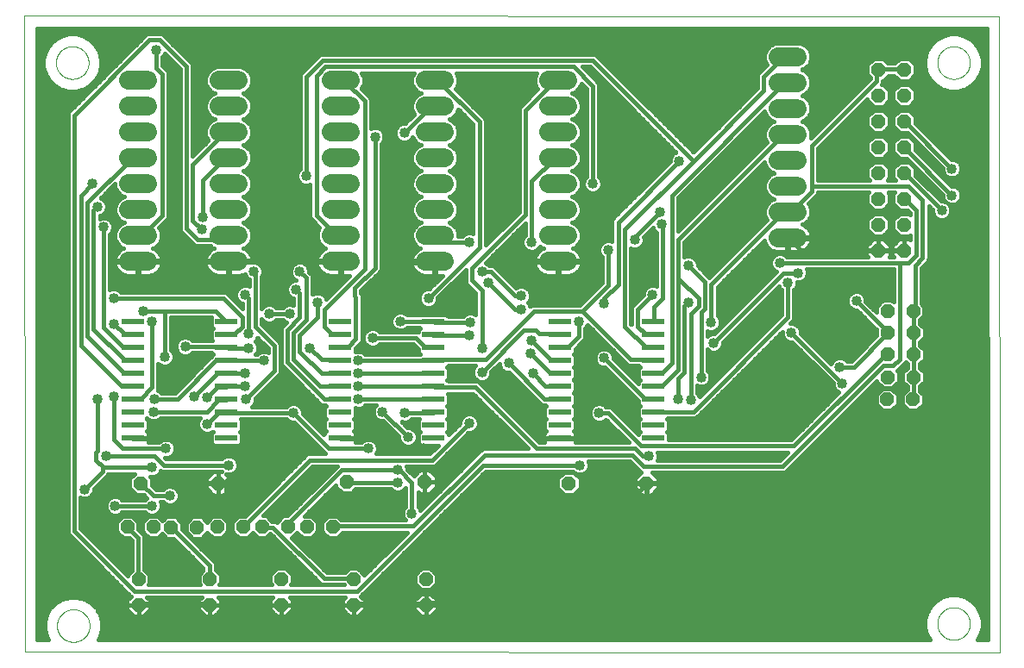
<source format=gtl>
G75*
%MOIN*%
%OFA0B0*%
%FSLAX25Y25*%
%IPPOS*%
%LPD*%
%AMOC8*
5,1,8,0,0,1.08239X$1,22.5*
%
%ADD10C,0.00000*%
%ADD11OC8,0.05600*%
%ADD12C,0.07400*%
%ADD13OC8,0.05200*%
%ADD14R,0.08661X0.02362*%
%ADD15C,0.01600*%
%ADD16C,0.04000*%
D10*
X0002233Y0002391D02*
X0002076Y0248335D01*
X0378808Y0248257D01*
X0379083Y0002272D01*
X0002233Y0002391D01*
X0014674Y0012509D02*
X0014676Y0012667D01*
X0014682Y0012825D01*
X0014692Y0012983D01*
X0014706Y0013141D01*
X0014724Y0013298D01*
X0014745Y0013455D01*
X0014771Y0013611D01*
X0014801Y0013767D01*
X0014834Y0013922D01*
X0014872Y0014075D01*
X0014913Y0014228D01*
X0014958Y0014380D01*
X0015007Y0014531D01*
X0015060Y0014680D01*
X0015116Y0014828D01*
X0015176Y0014974D01*
X0015240Y0015119D01*
X0015308Y0015262D01*
X0015379Y0015404D01*
X0015453Y0015544D01*
X0015531Y0015681D01*
X0015613Y0015817D01*
X0015697Y0015951D01*
X0015786Y0016082D01*
X0015877Y0016211D01*
X0015972Y0016338D01*
X0016069Y0016463D01*
X0016170Y0016585D01*
X0016274Y0016704D01*
X0016381Y0016821D01*
X0016491Y0016935D01*
X0016604Y0017046D01*
X0016719Y0017155D01*
X0016837Y0017260D01*
X0016958Y0017362D01*
X0017081Y0017462D01*
X0017207Y0017558D01*
X0017335Y0017651D01*
X0017465Y0017741D01*
X0017598Y0017827D01*
X0017733Y0017911D01*
X0017869Y0017990D01*
X0018008Y0018067D01*
X0018149Y0018139D01*
X0018291Y0018209D01*
X0018435Y0018274D01*
X0018581Y0018336D01*
X0018728Y0018394D01*
X0018877Y0018449D01*
X0019027Y0018500D01*
X0019178Y0018547D01*
X0019330Y0018590D01*
X0019483Y0018629D01*
X0019638Y0018665D01*
X0019793Y0018696D01*
X0019949Y0018724D01*
X0020105Y0018748D01*
X0020262Y0018768D01*
X0020420Y0018784D01*
X0020577Y0018796D01*
X0020736Y0018804D01*
X0020894Y0018808D01*
X0021052Y0018808D01*
X0021210Y0018804D01*
X0021369Y0018796D01*
X0021526Y0018784D01*
X0021684Y0018768D01*
X0021841Y0018748D01*
X0021997Y0018724D01*
X0022153Y0018696D01*
X0022308Y0018665D01*
X0022463Y0018629D01*
X0022616Y0018590D01*
X0022768Y0018547D01*
X0022919Y0018500D01*
X0023069Y0018449D01*
X0023218Y0018394D01*
X0023365Y0018336D01*
X0023511Y0018274D01*
X0023655Y0018209D01*
X0023797Y0018139D01*
X0023938Y0018067D01*
X0024077Y0017990D01*
X0024213Y0017911D01*
X0024348Y0017827D01*
X0024481Y0017741D01*
X0024611Y0017651D01*
X0024739Y0017558D01*
X0024865Y0017462D01*
X0024988Y0017362D01*
X0025109Y0017260D01*
X0025227Y0017155D01*
X0025342Y0017046D01*
X0025455Y0016935D01*
X0025565Y0016821D01*
X0025672Y0016704D01*
X0025776Y0016585D01*
X0025877Y0016463D01*
X0025974Y0016338D01*
X0026069Y0016211D01*
X0026160Y0016082D01*
X0026249Y0015951D01*
X0026333Y0015817D01*
X0026415Y0015681D01*
X0026493Y0015544D01*
X0026567Y0015404D01*
X0026638Y0015262D01*
X0026706Y0015119D01*
X0026770Y0014974D01*
X0026830Y0014828D01*
X0026886Y0014680D01*
X0026939Y0014531D01*
X0026988Y0014380D01*
X0027033Y0014228D01*
X0027074Y0014075D01*
X0027112Y0013922D01*
X0027145Y0013767D01*
X0027175Y0013611D01*
X0027201Y0013455D01*
X0027222Y0013298D01*
X0027240Y0013141D01*
X0027254Y0012983D01*
X0027264Y0012825D01*
X0027270Y0012667D01*
X0027272Y0012509D01*
X0027270Y0012351D01*
X0027264Y0012193D01*
X0027254Y0012035D01*
X0027240Y0011877D01*
X0027222Y0011720D01*
X0027201Y0011563D01*
X0027175Y0011407D01*
X0027145Y0011251D01*
X0027112Y0011096D01*
X0027074Y0010943D01*
X0027033Y0010790D01*
X0026988Y0010638D01*
X0026939Y0010487D01*
X0026886Y0010338D01*
X0026830Y0010190D01*
X0026770Y0010044D01*
X0026706Y0009899D01*
X0026638Y0009756D01*
X0026567Y0009614D01*
X0026493Y0009474D01*
X0026415Y0009337D01*
X0026333Y0009201D01*
X0026249Y0009067D01*
X0026160Y0008936D01*
X0026069Y0008807D01*
X0025974Y0008680D01*
X0025877Y0008555D01*
X0025776Y0008433D01*
X0025672Y0008314D01*
X0025565Y0008197D01*
X0025455Y0008083D01*
X0025342Y0007972D01*
X0025227Y0007863D01*
X0025109Y0007758D01*
X0024988Y0007656D01*
X0024865Y0007556D01*
X0024739Y0007460D01*
X0024611Y0007367D01*
X0024481Y0007277D01*
X0024348Y0007191D01*
X0024213Y0007107D01*
X0024077Y0007028D01*
X0023938Y0006951D01*
X0023797Y0006879D01*
X0023655Y0006809D01*
X0023511Y0006744D01*
X0023365Y0006682D01*
X0023218Y0006624D01*
X0023069Y0006569D01*
X0022919Y0006518D01*
X0022768Y0006471D01*
X0022616Y0006428D01*
X0022463Y0006389D01*
X0022308Y0006353D01*
X0022153Y0006322D01*
X0021997Y0006294D01*
X0021841Y0006270D01*
X0021684Y0006250D01*
X0021526Y0006234D01*
X0021369Y0006222D01*
X0021210Y0006214D01*
X0021052Y0006210D01*
X0020894Y0006210D01*
X0020736Y0006214D01*
X0020577Y0006222D01*
X0020420Y0006234D01*
X0020262Y0006250D01*
X0020105Y0006270D01*
X0019949Y0006294D01*
X0019793Y0006322D01*
X0019638Y0006353D01*
X0019483Y0006389D01*
X0019330Y0006428D01*
X0019178Y0006471D01*
X0019027Y0006518D01*
X0018877Y0006569D01*
X0018728Y0006624D01*
X0018581Y0006682D01*
X0018435Y0006744D01*
X0018291Y0006809D01*
X0018149Y0006879D01*
X0018008Y0006951D01*
X0017869Y0007028D01*
X0017733Y0007107D01*
X0017598Y0007191D01*
X0017465Y0007277D01*
X0017335Y0007367D01*
X0017207Y0007460D01*
X0017081Y0007556D01*
X0016958Y0007656D01*
X0016837Y0007758D01*
X0016719Y0007863D01*
X0016604Y0007972D01*
X0016491Y0008083D01*
X0016381Y0008197D01*
X0016274Y0008314D01*
X0016170Y0008433D01*
X0016069Y0008555D01*
X0015972Y0008680D01*
X0015877Y0008807D01*
X0015786Y0008936D01*
X0015697Y0009067D01*
X0015613Y0009201D01*
X0015531Y0009337D01*
X0015453Y0009474D01*
X0015379Y0009614D01*
X0015308Y0009756D01*
X0015240Y0009899D01*
X0015176Y0010044D01*
X0015116Y0010190D01*
X0015060Y0010338D01*
X0015007Y0010487D01*
X0014958Y0010638D01*
X0014913Y0010790D01*
X0014872Y0010943D01*
X0014834Y0011096D01*
X0014801Y0011251D01*
X0014771Y0011407D01*
X0014745Y0011563D01*
X0014724Y0011720D01*
X0014706Y0011877D01*
X0014692Y0012035D01*
X0014682Y0012193D01*
X0014676Y0012351D01*
X0014674Y0012509D01*
X0014281Y0230225D02*
X0014283Y0230383D01*
X0014289Y0230541D01*
X0014299Y0230699D01*
X0014313Y0230857D01*
X0014331Y0231014D01*
X0014352Y0231171D01*
X0014378Y0231327D01*
X0014408Y0231483D01*
X0014441Y0231638D01*
X0014479Y0231791D01*
X0014520Y0231944D01*
X0014565Y0232096D01*
X0014614Y0232247D01*
X0014667Y0232396D01*
X0014723Y0232544D01*
X0014783Y0232690D01*
X0014847Y0232835D01*
X0014915Y0232978D01*
X0014986Y0233120D01*
X0015060Y0233260D01*
X0015138Y0233397D01*
X0015220Y0233533D01*
X0015304Y0233667D01*
X0015393Y0233798D01*
X0015484Y0233927D01*
X0015579Y0234054D01*
X0015676Y0234179D01*
X0015777Y0234301D01*
X0015881Y0234420D01*
X0015988Y0234537D01*
X0016098Y0234651D01*
X0016211Y0234762D01*
X0016326Y0234871D01*
X0016444Y0234976D01*
X0016565Y0235078D01*
X0016688Y0235178D01*
X0016814Y0235274D01*
X0016942Y0235367D01*
X0017072Y0235457D01*
X0017205Y0235543D01*
X0017340Y0235627D01*
X0017476Y0235706D01*
X0017615Y0235783D01*
X0017756Y0235855D01*
X0017898Y0235925D01*
X0018042Y0235990D01*
X0018188Y0236052D01*
X0018335Y0236110D01*
X0018484Y0236165D01*
X0018634Y0236216D01*
X0018785Y0236263D01*
X0018937Y0236306D01*
X0019090Y0236345D01*
X0019245Y0236381D01*
X0019400Y0236412D01*
X0019556Y0236440D01*
X0019712Y0236464D01*
X0019869Y0236484D01*
X0020027Y0236500D01*
X0020184Y0236512D01*
X0020343Y0236520D01*
X0020501Y0236524D01*
X0020659Y0236524D01*
X0020817Y0236520D01*
X0020976Y0236512D01*
X0021133Y0236500D01*
X0021291Y0236484D01*
X0021448Y0236464D01*
X0021604Y0236440D01*
X0021760Y0236412D01*
X0021915Y0236381D01*
X0022070Y0236345D01*
X0022223Y0236306D01*
X0022375Y0236263D01*
X0022526Y0236216D01*
X0022676Y0236165D01*
X0022825Y0236110D01*
X0022972Y0236052D01*
X0023118Y0235990D01*
X0023262Y0235925D01*
X0023404Y0235855D01*
X0023545Y0235783D01*
X0023684Y0235706D01*
X0023820Y0235627D01*
X0023955Y0235543D01*
X0024088Y0235457D01*
X0024218Y0235367D01*
X0024346Y0235274D01*
X0024472Y0235178D01*
X0024595Y0235078D01*
X0024716Y0234976D01*
X0024834Y0234871D01*
X0024949Y0234762D01*
X0025062Y0234651D01*
X0025172Y0234537D01*
X0025279Y0234420D01*
X0025383Y0234301D01*
X0025484Y0234179D01*
X0025581Y0234054D01*
X0025676Y0233927D01*
X0025767Y0233798D01*
X0025856Y0233667D01*
X0025940Y0233533D01*
X0026022Y0233397D01*
X0026100Y0233260D01*
X0026174Y0233120D01*
X0026245Y0232978D01*
X0026313Y0232835D01*
X0026377Y0232690D01*
X0026437Y0232544D01*
X0026493Y0232396D01*
X0026546Y0232247D01*
X0026595Y0232096D01*
X0026640Y0231944D01*
X0026681Y0231791D01*
X0026719Y0231638D01*
X0026752Y0231483D01*
X0026782Y0231327D01*
X0026808Y0231171D01*
X0026829Y0231014D01*
X0026847Y0230857D01*
X0026861Y0230699D01*
X0026871Y0230541D01*
X0026877Y0230383D01*
X0026879Y0230225D01*
X0026877Y0230067D01*
X0026871Y0229909D01*
X0026861Y0229751D01*
X0026847Y0229593D01*
X0026829Y0229436D01*
X0026808Y0229279D01*
X0026782Y0229123D01*
X0026752Y0228967D01*
X0026719Y0228812D01*
X0026681Y0228659D01*
X0026640Y0228506D01*
X0026595Y0228354D01*
X0026546Y0228203D01*
X0026493Y0228054D01*
X0026437Y0227906D01*
X0026377Y0227760D01*
X0026313Y0227615D01*
X0026245Y0227472D01*
X0026174Y0227330D01*
X0026100Y0227190D01*
X0026022Y0227053D01*
X0025940Y0226917D01*
X0025856Y0226783D01*
X0025767Y0226652D01*
X0025676Y0226523D01*
X0025581Y0226396D01*
X0025484Y0226271D01*
X0025383Y0226149D01*
X0025279Y0226030D01*
X0025172Y0225913D01*
X0025062Y0225799D01*
X0024949Y0225688D01*
X0024834Y0225579D01*
X0024716Y0225474D01*
X0024595Y0225372D01*
X0024472Y0225272D01*
X0024346Y0225176D01*
X0024218Y0225083D01*
X0024088Y0224993D01*
X0023955Y0224907D01*
X0023820Y0224823D01*
X0023684Y0224744D01*
X0023545Y0224667D01*
X0023404Y0224595D01*
X0023262Y0224525D01*
X0023118Y0224460D01*
X0022972Y0224398D01*
X0022825Y0224340D01*
X0022676Y0224285D01*
X0022526Y0224234D01*
X0022375Y0224187D01*
X0022223Y0224144D01*
X0022070Y0224105D01*
X0021915Y0224069D01*
X0021760Y0224038D01*
X0021604Y0224010D01*
X0021448Y0223986D01*
X0021291Y0223966D01*
X0021133Y0223950D01*
X0020976Y0223938D01*
X0020817Y0223930D01*
X0020659Y0223926D01*
X0020501Y0223926D01*
X0020343Y0223930D01*
X0020184Y0223938D01*
X0020027Y0223950D01*
X0019869Y0223966D01*
X0019712Y0223986D01*
X0019556Y0224010D01*
X0019400Y0224038D01*
X0019245Y0224069D01*
X0019090Y0224105D01*
X0018937Y0224144D01*
X0018785Y0224187D01*
X0018634Y0224234D01*
X0018484Y0224285D01*
X0018335Y0224340D01*
X0018188Y0224398D01*
X0018042Y0224460D01*
X0017898Y0224525D01*
X0017756Y0224595D01*
X0017615Y0224667D01*
X0017476Y0224744D01*
X0017340Y0224823D01*
X0017205Y0224907D01*
X0017072Y0224993D01*
X0016942Y0225083D01*
X0016814Y0225176D01*
X0016688Y0225272D01*
X0016565Y0225372D01*
X0016444Y0225474D01*
X0016326Y0225579D01*
X0016211Y0225688D01*
X0016098Y0225799D01*
X0015988Y0225913D01*
X0015881Y0226030D01*
X0015777Y0226149D01*
X0015676Y0226271D01*
X0015579Y0226396D01*
X0015484Y0226523D01*
X0015393Y0226652D01*
X0015304Y0226783D01*
X0015220Y0226917D01*
X0015138Y0227053D01*
X0015060Y0227190D01*
X0014986Y0227330D01*
X0014915Y0227472D01*
X0014847Y0227615D01*
X0014783Y0227760D01*
X0014723Y0227906D01*
X0014667Y0228054D01*
X0014614Y0228203D01*
X0014565Y0228354D01*
X0014520Y0228506D01*
X0014479Y0228659D01*
X0014441Y0228812D01*
X0014408Y0228967D01*
X0014378Y0229123D01*
X0014352Y0229279D01*
X0014331Y0229436D01*
X0014313Y0229593D01*
X0014299Y0229751D01*
X0014289Y0229909D01*
X0014283Y0230067D01*
X0014281Y0230225D01*
X0354832Y0230225D02*
X0354834Y0230383D01*
X0354840Y0230541D01*
X0354850Y0230699D01*
X0354864Y0230857D01*
X0354882Y0231014D01*
X0354903Y0231171D01*
X0354929Y0231327D01*
X0354959Y0231483D01*
X0354992Y0231638D01*
X0355030Y0231791D01*
X0355071Y0231944D01*
X0355116Y0232096D01*
X0355165Y0232247D01*
X0355218Y0232396D01*
X0355274Y0232544D01*
X0355334Y0232690D01*
X0355398Y0232835D01*
X0355466Y0232978D01*
X0355537Y0233120D01*
X0355611Y0233260D01*
X0355689Y0233397D01*
X0355771Y0233533D01*
X0355855Y0233667D01*
X0355944Y0233798D01*
X0356035Y0233927D01*
X0356130Y0234054D01*
X0356227Y0234179D01*
X0356328Y0234301D01*
X0356432Y0234420D01*
X0356539Y0234537D01*
X0356649Y0234651D01*
X0356762Y0234762D01*
X0356877Y0234871D01*
X0356995Y0234976D01*
X0357116Y0235078D01*
X0357239Y0235178D01*
X0357365Y0235274D01*
X0357493Y0235367D01*
X0357623Y0235457D01*
X0357756Y0235543D01*
X0357891Y0235627D01*
X0358027Y0235706D01*
X0358166Y0235783D01*
X0358307Y0235855D01*
X0358449Y0235925D01*
X0358593Y0235990D01*
X0358739Y0236052D01*
X0358886Y0236110D01*
X0359035Y0236165D01*
X0359185Y0236216D01*
X0359336Y0236263D01*
X0359488Y0236306D01*
X0359641Y0236345D01*
X0359796Y0236381D01*
X0359951Y0236412D01*
X0360107Y0236440D01*
X0360263Y0236464D01*
X0360420Y0236484D01*
X0360578Y0236500D01*
X0360735Y0236512D01*
X0360894Y0236520D01*
X0361052Y0236524D01*
X0361210Y0236524D01*
X0361368Y0236520D01*
X0361527Y0236512D01*
X0361684Y0236500D01*
X0361842Y0236484D01*
X0361999Y0236464D01*
X0362155Y0236440D01*
X0362311Y0236412D01*
X0362466Y0236381D01*
X0362621Y0236345D01*
X0362774Y0236306D01*
X0362926Y0236263D01*
X0363077Y0236216D01*
X0363227Y0236165D01*
X0363376Y0236110D01*
X0363523Y0236052D01*
X0363669Y0235990D01*
X0363813Y0235925D01*
X0363955Y0235855D01*
X0364096Y0235783D01*
X0364235Y0235706D01*
X0364371Y0235627D01*
X0364506Y0235543D01*
X0364639Y0235457D01*
X0364769Y0235367D01*
X0364897Y0235274D01*
X0365023Y0235178D01*
X0365146Y0235078D01*
X0365267Y0234976D01*
X0365385Y0234871D01*
X0365500Y0234762D01*
X0365613Y0234651D01*
X0365723Y0234537D01*
X0365830Y0234420D01*
X0365934Y0234301D01*
X0366035Y0234179D01*
X0366132Y0234054D01*
X0366227Y0233927D01*
X0366318Y0233798D01*
X0366407Y0233667D01*
X0366491Y0233533D01*
X0366573Y0233397D01*
X0366651Y0233260D01*
X0366725Y0233120D01*
X0366796Y0232978D01*
X0366864Y0232835D01*
X0366928Y0232690D01*
X0366988Y0232544D01*
X0367044Y0232396D01*
X0367097Y0232247D01*
X0367146Y0232096D01*
X0367191Y0231944D01*
X0367232Y0231791D01*
X0367270Y0231638D01*
X0367303Y0231483D01*
X0367333Y0231327D01*
X0367359Y0231171D01*
X0367380Y0231014D01*
X0367398Y0230857D01*
X0367412Y0230699D01*
X0367422Y0230541D01*
X0367428Y0230383D01*
X0367430Y0230225D01*
X0367428Y0230067D01*
X0367422Y0229909D01*
X0367412Y0229751D01*
X0367398Y0229593D01*
X0367380Y0229436D01*
X0367359Y0229279D01*
X0367333Y0229123D01*
X0367303Y0228967D01*
X0367270Y0228812D01*
X0367232Y0228659D01*
X0367191Y0228506D01*
X0367146Y0228354D01*
X0367097Y0228203D01*
X0367044Y0228054D01*
X0366988Y0227906D01*
X0366928Y0227760D01*
X0366864Y0227615D01*
X0366796Y0227472D01*
X0366725Y0227330D01*
X0366651Y0227190D01*
X0366573Y0227053D01*
X0366491Y0226917D01*
X0366407Y0226783D01*
X0366318Y0226652D01*
X0366227Y0226523D01*
X0366132Y0226396D01*
X0366035Y0226271D01*
X0365934Y0226149D01*
X0365830Y0226030D01*
X0365723Y0225913D01*
X0365613Y0225799D01*
X0365500Y0225688D01*
X0365385Y0225579D01*
X0365267Y0225474D01*
X0365146Y0225372D01*
X0365023Y0225272D01*
X0364897Y0225176D01*
X0364769Y0225083D01*
X0364639Y0224993D01*
X0364506Y0224907D01*
X0364371Y0224823D01*
X0364235Y0224744D01*
X0364096Y0224667D01*
X0363955Y0224595D01*
X0363813Y0224525D01*
X0363669Y0224460D01*
X0363523Y0224398D01*
X0363376Y0224340D01*
X0363227Y0224285D01*
X0363077Y0224234D01*
X0362926Y0224187D01*
X0362774Y0224144D01*
X0362621Y0224105D01*
X0362466Y0224069D01*
X0362311Y0224038D01*
X0362155Y0224010D01*
X0361999Y0223986D01*
X0361842Y0223966D01*
X0361684Y0223950D01*
X0361527Y0223938D01*
X0361368Y0223930D01*
X0361210Y0223926D01*
X0361052Y0223926D01*
X0360894Y0223930D01*
X0360735Y0223938D01*
X0360578Y0223950D01*
X0360420Y0223966D01*
X0360263Y0223986D01*
X0360107Y0224010D01*
X0359951Y0224038D01*
X0359796Y0224069D01*
X0359641Y0224105D01*
X0359488Y0224144D01*
X0359336Y0224187D01*
X0359185Y0224234D01*
X0359035Y0224285D01*
X0358886Y0224340D01*
X0358739Y0224398D01*
X0358593Y0224460D01*
X0358449Y0224525D01*
X0358307Y0224595D01*
X0358166Y0224667D01*
X0358027Y0224744D01*
X0357891Y0224823D01*
X0357756Y0224907D01*
X0357623Y0224993D01*
X0357493Y0225083D01*
X0357365Y0225176D01*
X0357239Y0225272D01*
X0357116Y0225372D01*
X0356995Y0225474D01*
X0356877Y0225579D01*
X0356762Y0225688D01*
X0356649Y0225799D01*
X0356539Y0225913D01*
X0356432Y0226030D01*
X0356328Y0226149D01*
X0356227Y0226271D01*
X0356130Y0226396D01*
X0356035Y0226523D01*
X0355944Y0226652D01*
X0355855Y0226783D01*
X0355771Y0226917D01*
X0355689Y0227053D01*
X0355611Y0227190D01*
X0355537Y0227330D01*
X0355466Y0227472D01*
X0355398Y0227615D01*
X0355334Y0227760D01*
X0355274Y0227906D01*
X0355218Y0228054D01*
X0355165Y0228203D01*
X0355116Y0228354D01*
X0355071Y0228506D01*
X0355030Y0228659D01*
X0354992Y0228812D01*
X0354959Y0228967D01*
X0354929Y0229123D01*
X0354903Y0229279D01*
X0354882Y0229436D01*
X0354864Y0229593D01*
X0354850Y0229751D01*
X0354840Y0229909D01*
X0354834Y0230067D01*
X0354832Y0230225D01*
X0354832Y0013296D02*
X0354834Y0013454D01*
X0354840Y0013612D01*
X0354850Y0013770D01*
X0354864Y0013928D01*
X0354882Y0014085D01*
X0354903Y0014242D01*
X0354929Y0014398D01*
X0354959Y0014554D01*
X0354992Y0014709D01*
X0355030Y0014862D01*
X0355071Y0015015D01*
X0355116Y0015167D01*
X0355165Y0015318D01*
X0355218Y0015467D01*
X0355274Y0015615D01*
X0355334Y0015761D01*
X0355398Y0015906D01*
X0355466Y0016049D01*
X0355537Y0016191D01*
X0355611Y0016331D01*
X0355689Y0016468D01*
X0355771Y0016604D01*
X0355855Y0016738D01*
X0355944Y0016869D01*
X0356035Y0016998D01*
X0356130Y0017125D01*
X0356227Y0017250D01*
X0356328Y0017372D01*
X0356432Y0017491D01*
X0356539Y0017608D01*
X0356649Y0017722D01*
X0356762Y0017833D01*
X0356877Y0017942D01*
X0356995Y0018047D01*
X0357116Y0018149D01*
X0357239Y0018249D01*
X0357365Y0018345D01*
X0357493Y0018438D01*
X0357623Y0018528D01*
X0357756Y0018614D01*
X0357891Y0018698D01*
X0358027Y0018777D01*
X0358166Y0018854D01*
X0358307Y0018926D01*
X0358449Y0018996D01*
X0358593Y0019061D01*
X0358739Y0019123D01*
X0358886Y0019181D01*
X0359035Y0019236D01*
X0359185Y0019287D01*
X0359336Y0019334D01*
X0359488Y0019377D01*
X0359641Y0019416D01*
X0359796Y0019452D01*
X0359951Y0019483D01*
X0360107Y0019511D01*
X0360263Y0019535D01*
X0360420Y0019555D01*
X0360578Y0019571D01*
X0360735Y0019583D01*
X0360894Y0019591D01*
X0361052Y0019595D01*
X0361210Y0019595D01*
X0361368Y0019591D01*
X0361527Y0019583D01*
X0361684Y0019571D01*
X0361842Y0019555D01*
X0361999Y0019535D01*
X0362155Y0019511D01*
X0362311Y0019483D01*
X0362466Y0019452D01*
X0362621Y0019416D01*
X0362774Y0019377D01*
X0362926Y0019334D01*
X0363077Y0019287D01*
X0363227Y0019236D01*
X0363376Y0019181D01*
X0363523Y0019123D01*
X0363669Y0019061D01*
X0363813Y0018996D01*
X0363955Y0018926D01*
X0364096Y0018854D01*
X0364235Y0018777D01*
X0364371Y0018698D01*
X0364506Y0018614D01*
X0364639Y0018528D01*
X0364769Y0018438D01*
X0364897Y0018345D01*
X0365023Y0018249D01*
X0365146Y0018149D01*
X0365267Y0018047D01*
X0365385Y0017942D01*
X0365500Y0017833D01*
X0365613Y0017722D01*
X0365723Y0017608D01*
X0365830Y0017491D01*
X0365934Y0017372D01*
X0366035Y0017250D01*
X0366132Y0017125D01*
X0366227Y0016998D01*
X0366318Y0016869D01*
X0366407Y0016738D01*
X0366491Y0016604D01*
X0366573Y0016468D01*
X0366651Y0016331D01*
X0366725Y0016191D01*
X0366796Y0016049D01*
X0366864Y0015906D01*
X0366928Y0015761D01*
X0366988Y0015615D01*
X0367044Y0015467D01*
X0367097Y0015318D01*
X0367146Y0015167D01*
X0367191Y0015015D01*
X0367232Y0014862D01*
X0367270Y0014709D01*
X0367303Y0014554D01*
X0367333Y0014398D01*
X0367359Y0014242D01*
X0367380Y0014085D01*
X0367398Y0013928D01*
X0367412Y0013770D01*
X0367422Y0013612D01*
X0367428Y0013454D01*
X0367430Y0013296D01*
X0367428Y0013138D01*
X0367422Y0012980D01*
X0367412Y0012822D01*
X0367398Y0012664D01*
X0367380Y0012507D01*
X0367359Y0012350D01*
X0367333Y0012194D01*
X0367303Y0012038D01*
X0367270Y0011883D01*
X0367232Y0011730D01*
X0367191Y0011577D01*
X0367146Y0011425D01*
X0367097Y0011274D01*
X0367044Y0011125D01*
X0366988Y0010977D01*
X0366928Y0010831D01*
X0366864Y0010686D01*
X0366796Y0010543D01*
X0366725Y0010401D01*
X0366651Y0010261D01*
X0366573Y0010124D01*
X0366491Y0009988D01*
X0366407Y0009854D01*
X0366318Y0009723D01*
X0366227Y0009594D01*
X0366132Y0009467D01*
X0366035Y0009342D01*
X0365934Y0009220D01*
X0365830Y0009101D01*
X0365723Y0008984D01*
X0365613Y0008870D01*
X0365500Y0008759D01*
X0365385Y0008650D01*
X0365267Y0008545D01*
X0365146Y0008443D01*
X0365023Y0008343D01*
X0364897Y0008247D01*
X0364769Y0008154D01*
X0364639Y0008064D01*
X0364506Y0007978D01*
X0364371Y0007894D01*
X0364235Y0007815D01*
X0364096Y0007738D01*
X0363955Y0007666D01*
X0363813Y0007596D01*
X0363669Y0007531D01*
X0363523Y0007469D01*
X0363376Y0007411D01*
X0363227Y0007356D01*
X0363077Y0007305D01*
X0362926Y0007258D01*
X0362774Y0007215D01*
X0362621Y0007176D01*
X0362466Y0007140D01*
X0362311Y0007109D01*
X0362155Y0007081D01*
X0361999Y0007057D01*
X0361842Y0007037D01*
X0361684Y0007021D01*
X0361527Y0007009D01*
X0361368Y0007001D01*
X0361210Y0006997D01*
X0361052Y0006997D01*
X0360894Y0007001D01*
X0360735Y0007009D01*
X0360578Y0007021D01*
X0360420Y0007037D01*
X0360263Y0007057D01*
X0360107Y0007081D01*
X0359951Y0007109D01*
X0359796Y0007140D01*
X0359641Y0007176D01*
X0359488Y0007215D01*
X0359336Y0007258D01*
X0359185Y0007305D01*
X0359035Y0007356D01*
X0358886Y0007411D01*
X0358739Y0007469D01*
X0358593Y0007531D01*
X0358449Y0007596D01*
X0358307Y0007666D01*
X0358166Y0007738D01*
X0358027Y0007815D01*
X0357891Y0007894D01*
X0357756Y0007978D01*
X0357623Y0008064D01*
X0357493Y0008154D01*
X0357365Y0008247D01*
X0357239Y0008343D01*
X0357116Y0008443D01*
X0356995Y0008545D01*
X0356877Y0008650D01*
X0356762Y0008759D01*
X0356649Y0008870D01*
X0356539Y0008984D01*
X0356432Y0009101D01*
X0356328Y0009220D01*
X0356227Y0009342D01*
X0356130Y0009467D01*
X0356035Y0009594D01*
X0355944Y0009723D01*
X0355855Y0009854D01*
X0355771Y0009988D01*
X0355689Y0010124D01*
X0355611Y0010261D01*
X0355537Y0010401D01*
X0355466Y0010543D01*
X0355398Y0010686D01*
X0355334Y0010831D01*
X0355274Y0010977D01*
X0355218Y0011125D01*
X0355165Y0011274D01*
X0355116Y0011425D01*
X0355071Y0011577D01*
X0355030Y0011730D01*
X0354992Y0011883D01*
X0354959Y0012038D01*
X0354929Y0012194D01*
X0354903Y0012350D01*
X0354882Y0012507D01*
X0354864Y0012664D01*
X0354850Y0012822D01*
X0354840Y0012980D01*
X0354834Y0013138D01*
X0354832Y0013296D01*
D11*
X0242469Y0067548D03*
X0212469Y0067548D03*
X0156682Y0068099D03*
X0126682Y0068099D03*
X0077036Y0067548D03*
X0047036Y0067548D03*
X0332036Y0157548D03*
X0342036Y0157548D03*
X0342036Y0167548D03*
X0332036Y0167548D03*
X0332036Y0177548D03*
X0342036Y0177548D03*
X0342036Y0187548D03*
X0332036Y0187548D03*
X0332036Y0197548D03*
X0342036Y0197548D03*
X0342036Y0207548D03*
X0332036Y0207548D03*
X0332036Y0217548D03*
X0342036Y0217548D03*
X0342036Y0227548D03*
X0332036Y0227548D03*
D12*
X0300736Y0222548D02*
X0293336Y0222548D01*
X0293336Y0212548D02*
X0300736Y0212548D01*
X0300736Y0202548D02*
X0293336Y0202548D01*
X0293336Y0192548D02*
X0300736Y0192548D01*
X0300736Y0182548D02*
X0293336Y0182548D01*
X0293336Y0172548D02*
X0300736Y0172548D01*
X0300736Y0162548D02*
X0293336Y0162548D01*
X0211957Y0163335D02*
X0204557Y0163335D01*
X0204557Y0153335D02*
X0211957Y0153335D01*
X0211957Y0173335D02*
X0204557Y0173335D01*
X0204557Y0183335D02*
X0211957Y0183335D01*
X0211957Y0193335D02*
X0204557Y0193335D01*
X0204557Y0203335D02*
X0211957Y0203335D01*
X0211957Y0213335D02*
X0204557Y0213335D01*
X0204557Y0223335D02*
X0211957Y0223335D01*
X0164476Y0223335D02*
X0157076Y0223335D01*
X0157076Y0213335D02*
X0164476Y0213335D01*
X0164476Y0203335D02*
X0157076Y0203335D01*
X0157076Y0193335D02*
X0164476Y0193335D01*
X0164476Y0183335D02*
X0157076Y0183335D01*
X0157076Y0173335D02*
X0164476Y0173335D01*
X0164476Y0163335D02*
X0157076Y0163335D01*
X0157076Y0153335D02*
X0164476Y0153335D01*
X0127902Y0153335D02*
X0120502Y0153335D01*
X0120502Y0163335D02*
X0127902Y0163335D01*
X0127902Y0173335D02*
X0120502Y0173335D01*
X0120502Y0183335D02*
X0127902Y0183335D01*
X0127902Y0193335D02*
X0120502Y0193335D01*
X0120502Y0203335D02*
X0127902Y0203335D01*
X0127902Y0213335D02*
X0120502Y0213335D01*
X0120502Y0223335D02*
X0127902Y0223335D01*
X0084752Y0223335D02*
X0077352Y0223335D01*
X0077352Y0213335D02*
X0084752Y0213335D01*
X0084752Y0203335D02*
X0077352Y0203335D01*
X0077352Y0193335D02*
X0084752Y0193335D01*
X0084752Y0183335D02*
X0077352Y0183335D01*
X0077352Y0173335D02*
X0084752Y0173335D01*
X0084752Y0163335D02*
X0077352Y0163335D01*
X0077352Y0153335D02*
X0084752Y0153335D01*
X0049752Y0153335D02*
X0042352Y0153335D01*
X0042352Y0163335D02*
X0049752Y0163335D01*
X0049752Y0173335D02*
X0042352Y0173335D01*
X0042352Y0183335D02*
X0049752Y0183335D01*
X0049752Y0193335D02*
X0042352Y0193335D01*
X0042352Y0203335D02*
X0049752Y0203335D01*
X0049752Y0213335D02*
X0042352Y0213335D01*
X0042352Y0223335D02*
X0049752Y0223335D01*
X0293336Y0232548D02*
X0300736Y0232548D01*
D13*
X0335540Y0134123D03*
X0345540Y0134123D03*
X0345658Y0125737D03*
X0335658Y0125737D03*
X0335698Y0117312D03*
X0345698Y0117312D03*
X0345619Y0108611D03*
X0335619Y0108611D03*
X0335383Y0099989D03*
X0345383Y0099989D03*
X0157194Y0030501D03*
X0157194Y0020501D03*
X0129241Y0020501D03*
X0129241Y0030501D03*
X0101288Y0030501D03*
X0101288Y0020501D03*
X0073729Y0020501D03*
X0073729Y0030501D03*
X0046170Y0030501D03*
X0046170Y0020501D03*
X0041879Y0050619D03*
X0051879Y0050619D03*
X0058808Y0050422D03*
X0068808Y0050422D03*
X0076524Y0050619D03*
X0086524Y0050619D03*
X0093847Y0050816D03*
X0103847Y0050816D03*
X0111170Y0050619D03*
X0121170Y0050619D03*
D14*
X0123926Y0085048D03*
X0123926Y0090048D03*
X0123926Y0095048D03*
X0123926Y0100048D03*
X0123926Y0105048D03*
X0123926Y0110048D03*
X0123926Y0115048D03*
X0123926Y0120048D03*
X0123926Y0125048D03*
X0123926Y0130048D03*
X0160146Y0130048D03*
X0160146Y0125048D03*
X0160146Y0120048D03*
X0160146Y0115048D03*
X0160146Y0110048D03*
X0160146Y0105048D03*
X0160146Y0100048D03*
X0160146Y0095048D03*
X0160146Y0090048D03*
X0160146Y0085048D03*
X0208926Y0085048D03*
X0208926Y0090048D03*
X0208926Y0095048D03*
X0208926Y0100048D03*
X0208926Y0105048D03*
X0208926Y0110048D03*
X0208926Y0115048D03*
X0208926Y0120048D03*
X0208926Y0125048D03*
X0208926Y0130048D03*
X0245146Y0130048D03*
X0245146Y0125048D03*
X0245146Y0120048D03*
X0245146Y0115048D03*
X0245146Y0110048D03*
X0245146Y0105048D03*
X0245146Y0100048D03*
X0245146Y0095048D03*
X0245146Y0090048D03*
X0245146Y0085048D03*
X0080146Y0085048D03*
X0080146Y0090048D03*
X0080146Y0095048D03*
X0080146Y0100048D03*
X0080146Y0105048D03*
X0080146Y0110048D03*
X0080146Y0115048D03*
X0080146Y0120048D03*
X0080146Y0125048D03*
X0080146Y0130048D03*
X0043926Y0130048D03*
X0043926Y0125048D03*
X0043926Y0120048D03*
X0043926Y0115048D03*
X0043926Y0110048D03*
X0043926Y0105048D03*
X0043926Y0100048D03*
X0043926Y0095048D03*
X0043926Y0090048D03*
X0043926Y0085048D03*
D15*
X0044005Y0084950D01*
X0072056Y0084950D01*
X0078454Y0078552D01*
X0082391Y0078552D01*
X0084851Y0076091D01*
X0084851Y0073139D01*
X0079438Y0067725D01*
X0079930Y0067233D01*
X0079930Y0053454D01*
X0080914Y0052469D01*
X0080914Y0040166D01*
X0075567Y0037096D02*
X0063008Y0049656D01*
X0063008Y0052162D01*
X0060548Y0054622D01*
X0057068Y0054622D01*
X0055442Y0052996D01*
X0053618Y0054819D01*
X0050139Y0054819D01*
X0047679Y0052359D01*
X0047679Y0048879D01*
X0050139Y0046419D01*
X0053618Y0046419D01*
X0055245Y0048045D01*
X0057068Y0046222D01*
X0059653Y0046222D01*
X0071132Y0034743D01*
X0071132Y0033844D01*
X0069529Y0032240D01*
X0069529Y0028761D01*
X0069996Y0028294D01*
X0049903Y0028294D01*
X0050370Y0028761D01*
X0050370Y0032240D01*
X0048373Y0034237D01*
X0048373Y0047041D01*
X0048008Y0047923D01*
X0046079Y0049852D01*
X0046079Y0052359D01*
X0043618Y0054819D01*
X0040139Y0054819D01*
X0037679Y0052359D01*
X0037679Y0048879D01*
X0040139Y0046419D01*
X0042724Y0046419D01*
X0043573Y0045570D01*
X0043573Y0033844D01*
X0041970Y0032240D01*
X0041970Y0031815D01*
X0023767Y0050019D01*
X0023767Y0062005D01*
X0024588Y0061665D01*
X0026020Y0061665D01*
X0027343Y0062213D01*
X0028356Y0063225D01*
X0028904Y0064548D01*
X0028904Y0065470D01*
X0034228Y0070795D01*
X0034409Y0071231D01*
X0044496Y0071231D01*
X0042636Y0069371D01*
X0042636Y0065725D01*
X0045214Y0063148D01*
X0048141Y0063148D01*
X0049363Y0061925D01*
X0049347Y0061919D01*
X0048695Y0061267D01*
X0039806Y0061267D01*
X0039154Y0061919D01*
X0037831Y0062467D01*
X0036399Y0062467D01*
X0035076Y0061919D01*
X0034063Y0060906D01*
X0033515Y0059583D01*
X0033515Y0058151D01*
X0034063Y0056828D01*
X0035076Y0055815D01*
X0036399Y0055267D01*
X0037831Y0055267D01*
X0039154Y0055815D01*
X0039806Y0056467D01*
X0048695Y0056467D01*
X0049347Y0055815D01*
X0050671Y0055267D01*
X0052103Y0055267D01*
X0053426Y0055815D01*
X0054439Y0056828D01*
X0054987Y0058151D01*
X0054987Y0059583D01*
X0054647Y0060404D01*
X0055585Y0060404D01*
X0056237Y0059752D01*
X0057560Y0059204D01*
X0058992Y0059204D01*
X0060316Y0059752D01*
X0061328Y0060765D01*
X0061876Y0062088D01*
X0061876Y0063520D01*
X0061328Y0064843D01*
X0060316Y0065856D01*
X0058992Y0066404D01*
X0057560Y0066404D01*
X0056237Y0065856D01*
X0055585Y0065204D01*
X0052873Y0065204D01*
X0051436Y0066641D01*
X0051436Y0069371D01*
X0050776Y0070031D01*
X0052103Y0070031D01*
X0053426Y0070579D01*
X0054439Y0071591D01*
X0054791Y0072442D01*
X0055338Y0072215D01*
X0078223Y0072215D01*
X0078290Y0072148D01*
X0077136Y0072148D01*
X0077136Y0067648D01*
X0076936Y0067648D01*
X0076936Y0067448D01*
X0072436Y0067448D01*
X0072436Y0065643D01*
X0075131Y0062948D01*
X0076936Y0062948D01*
X0076936Y0067448D01*
X0077136Y0067448D01*
X0077136Y0062948D01*
X0078942Y0062948D01*
X0081636Y0065643D01*
X0081636Y0067448D01*
X0077136Y0067448D01*
X0077136Y0067648D01*
X0081636Y0067648D01*
X0081636Y0069453D01*
X0079987Y0071102D01*
X0080198Y0071015D01*
X0081630Y0071015D01*
X0082953Y0071563D01*
X0083966Y0072576D01*
X0084514Y0073899D01*
X0084514Y0075331D01*
X0083966Y0076654D01*
X0082953Y0077667D01*
X0081630Y0078215D01*
X0080198Y0078215D01*
X0078875Y0077667D01*
X0078223Y0077015D01*
X0056810Y0077015D01*
X0056412Y0077413D01*
X0057516Y0077413D01*
X0058839Y0077961D01*
X0059852Y0078973D01*
X0060400Y0080297D01*
X0060400Y0081729D01*
X0059852Y0083052D01*
X0058839Y0084065D01*
X0057516Y0084613D01*
X0056084Y0084613D01*
X0054761Y0084065D01*
X0054109Y0083413D01*
X0049998Y0083413D01*
X0050057Y0083630D01*
X0050057Y0085048D01*
X0050057Y0086466D01*
X0049934Y0086924D01*
X0049697Y0087334D01*
X0049362Y0087669D01*
X0049337Y0087684D01*
X0049857Y0088204D01*
X0049857Y0091892D01*
X0049201Y0092548D01*
X0049362Y0092710D01*
X0049839Y0092232D01*
X0051163Y0091684D01*
X0052595Y0091684D01*
X0053918Y0092232D01*
X0054570Y0092884D01*
X0069978Y0092884D01*
X0069496Y0092402D01*
X0068948Y0091079D01*
X0068948Y0089647D01*
X0069496Y0088324D01*
X0070509Y0087311D01*
X0071832Y0086763D01*
X0073264Y0086763D01*
X0074587Y0087311D01*
X0074848Y0087572D01*
X0074872Y0087548D01*
X0074216Y0086892D01*
X0074216Y0083204D01*
X0075153Y0082267D01*
X0085140Y0082267D01*
X0086077Y0083204D01*
X0086077Y0086892D01*
X0085421Y0087548D01*
X0086077Y0088204D01*
X0086077Y0091892D01*
X0085577Y0092392D01*
X0103321Y0092392D01*
X0103973Y0091740D01*
X0105297Y0091192D01*
X0106218Y0091192D01*
X0118427Y0078983D01*
X0111933Y0078983D01*
X0111051Y0078618D01*
X0087252Y0054819D01*
X0084785Y0054819D01*
X0082324Y0052359D01*
X0082324Y0048879D01*
X0084785Y0046419D01*
X0088264Y0046419D01*
X0090284Y0048439D01*
X0092108Y0046616D01*
X0095587Y0046616D01*
X0097072Y0048101D01*
X0097144Y0048101D01*
X0115789Y0029456D01*
X0116464Y0028781D01*
X0117346Y0028416D01*
X0125386Y0028416D01*
X0125508Y0028294D01*
X0105022Y0028294D01*
X0105488Y0028761D01*
X0105488Y0032240D01*
X0103028Y0034701D01*
X0099548Y0034701D01*
X0097088Y0032240D01*
X0097088Y0028761D01*
X0097555Y0028294D01*
X0077463Y0028294D01*
X0077929Y0028761D01*
X0077929Y0032240D01*
X0075932Y0034237D01*
X0075932Y0036214D01*
X0075567Y0037096D01*
X0075224Y0037440D02*
X0107806Y0037440D01*
X0109404Y0035841D02*
X0075932Y0035841D01*
X0075932Y0034243D02*
X0099090Y0034243D01*
X0097492Y0032644D02*
X0077525Y0032644D01*
X0077929Y0031046D02*
X0097088Y0031046D01*
X0097088Y0029447D02*
X0077929Y0029447D01*
X0073729Y0030501D02*
X0073532Y0030816D01*
X0073532Y0035737D01*
X0059261Y0050009D01*
X0058808Y0050422D01*
X0061745Y0053425D02*
X0065871Y0053425D01*
X0067068Y0054622D02*
X0064608Y0052162D01*
X0064608Y0048682D01*
X0067068Y0046222D01*
X0070548Y0046222D01*
X0072765Y0048439D01*
X0074785Y0046419D01*
X0078264Y0046419D01*
X0080724Y0048879D01*
X0080724Y0052359D01*
X0078264Y0054819D01*
X0074785Y0054819D01*
X0072568Y0052602D01*
X0070548Y0054622D01*
X0067068Y0054622D01*
X0064608Y0051826D02*
X0063008Y0051826D01*
X0063008Y0050228D02*
X0064608Y0050228D01*
X0064661Y0048629D02*
X0064034Y0048629D01*
X0065633Y0047031D02*
X0066259Y0047031D01*
X0067231Y0045432D02*
X0099813Y0045432D01*
X0101412Y0043834D02*
X0068830Y0043834D01*
X0070428Y0042235D02*
X0103010Y0042235D01*
X0104609Y0040637D02*
X0072027Y0040637D01*
X0073625Y0039038D02*
X0106207Y0039038D01*
X0109798Y0042235D02*
X0143566Y0042235D01*
X0145164Y0043834D02*
X0108200Y0043834D01*
X0106601Y0045432D02*
X0146763Y0045432D01*
X0148361Y0047031D02*
X0123522Y0047031D01*
X0122910Y0046419D02*
X0125084Y0048593D01*
X0149923Y0048593D01*
X0133441Y0032111D01*
X0133441Y0032240D01*
X0130981Y0034701D01*
X0127501Y0034701D01*
X0126016Y0033216D01*
X0118818Y0033216D01*
X0105418Y0046616D01*
X0105587Y0046616D01*
X0107410Y0048439D01*
X0109430Y0046419D01*
X0112910Y0046419D01*
X0115370Y0048879D01*
X0115370Y0052359D01*
X0112910Y0054819D01*
X0110280Y0054819D01*
X0122282Y0066821D01*
X0122282Y0066277D01*
X0124859Y0063699D01*
X0128504Y0063699D01*
X0130130Y0065325D01*
X0143676Y0065325D01*
X0144328Y0064673D01*
X0145651Y0064125D01*
X0147083Y0064125D01*
X0148406Y0064673D01*
X0149380Y0065647D01*
X0149380Y0058605D01*
X0148728Y0057953D01*
X0148180Y0056630D01*
X0148180Y0055198D01*
X0148728Y0053875D01*
X0149210Y0053393D01*
X0124336Y0053393D01*
X0122910Y0054819D01*
X0119430Y0054819D01*
X0116970Y0052359D01*
X0116970Y0048879D01*
X0119430Y0046419D01*
X0122910Y0046419D01*
X0118819Y0047031D02*
X0113522Y0047031D01*
X0115120Y0048629D02*
X0117220Y0048629D01*
X0116970Y0050228D02*
X0115370Y0050228D01*
X0115370Y0051826D02*
X0116970Y0051826D01*
X0118036Y0053425D02*
X0114304Y0053425D01*
X0112083Y0056622D02*
X0148180Y0056622D01*
X0148253Y0055023D02*
X0110484Y0055023D01*
X0113681Y0058220D02*
X0148995Y0058220D01*
X0149380Y0059819D02*
X0115280Y0059819D01*
X0116878Y0061417D02*
X0149380Y0061417D01*
X0149380Y0063016D02*
X0118477Y0063016D01*
X0120075Y0064614D02*
X0123944Y0064614D01*
X0122346Y0066213D02*
X0121674Y0066213D01*
X0118083Y0069410D02*
X0108631Y0069410D01*
X0110229Y0071008D02*
X0119681Y0071008D01*
X0121280Y0072607D02*
X0111828Y0072607D01*
X0113404Y0074183D02*
X0122856Y0074183D01*
X0103689Y0055016D01*
X0102108Y0055016D01*
X0099647Y0052555D01*
X0099647Y0052386D01*
X0099498Y0052535D01*
X0098616Y0052901D01*
X0097702Y0052901D01*
X0095587Y0055016D01*
X0094237Y0055016D01*
X0113404Y0074183D01*
X0112410Y0076583D02*
X0086820Y0050993D01*
X0086524Y0050619D01*
X0083391Y0053425D02*
X0079658Y0053425D01*
X0080724Y0051826D02*
X0082324Y0051826D01*
X0082324Y0050228D02*
X0080724Y0050228D01*
X0080474Y0048629D02*
X0082574Y0048629D01*
X0084173Y0047031D02*
X0078876Y0047031D01*
X0074173Y0047031D02*
X0071356Y0047031D01*
X0065238Y0040637D02*
X0048373Y0040637D01*
X0048373Y0042235D02*
X0063640Y0042235D01*
X0062041Y0043834D02*
X0048373Y0043834D01*
X0048373Y0045432D02*
X0060443Y0045432D01*
X0056259Y0047031D02*
X0054230Y0047031D01*
X0049527Y0047031D02*
X0048373Y0047031D01*
X0047929Y0048629D02*
X0047302Y0048629D01*
X0047679Y0050228D02*
X0046079Y0050228D01*
X0046079Y0051826D02*
X0047679Y0051826D01*
X0048745Y0053425D02*
X0045013Y0053425D01*
X0042036Y0050501D02*
X0041879Y0050619D01*
X0042036Y0050501D02*
X0045973Y0046564D01*
X0045973Y0030816D01*
X0046170Y0030501D01*
X0050370Y0031046D02*
X0069529Y0031046D01*
X0069529Y0029447D02*
X0050370Y0029447D01*
X0049966Y0032644D02*
X0069933Y0032644D01*
X0071132Y0034243D02*
X0048373Y0034243D01*
X0048373Y0035841D02*
X0070034Y0035841D01*
X0068435Y0037440D02*
X0048373Y0037440D01*
X0048373Y0039038D02*
X0066837Y0039038D01*
X0071745Y0053425D02*
X0073391Y0053425D01*
X0087456Y0055023D02*
X0023767Y0055023D01*
X0023767Y0053425D02*
X0038745Y0053425D01*
X0037679Y0051826D02*
X0023767Y0051826D01*
X0023767Y0050228D02*
X0037679Y0050228D01*
X0037929Y0048629D02*
X0025156Y0048629D01*
X0026755Y0047031D02*
X0039527Y0047031D01*
X0043573Y0045432D02*
X0028353Y0045432D01*
X0029952Y0043834D02*
X0043573Y0043834D01*
X0043573Y0042235D02*
X0031550Y0042235D01*
X0033149Y0040637D02*
X0043573Y0040637D01*
X0043573Y0039038D02*
X0034747Y0039038D01*
X0036346Y0037440D02*
X0043573Y0037440D01*
X0043573Y0035841D02*
X0037944Y0035841D01*
X0039543Y0034243D02*
X0043573Y0034243D01*
X0042374Y0032644D02*
X0041141Y0032644D01*
X0035952Y0031046D02*
X0007015Y0031046D01*
X0007014Y0032644D02*
X0034353Y0032644D01*
X0032755Y0034243D02*
X0007013Y0034243D01*
X0007012Y0035841D02*
X0031156Y0035841D01*
X0029558Y0037440D02*
X0007011Y0037440D01*
X0007010Y0039038D02*
X0027959Y0039038D01*
X0026361Y0040637D02*
X0007009Y0040637D01*
X0007008Y0042235D02*
X0024762Y0042235D01*
X0023163Y0043834D02*
X0007007Y0043834D01*
X0007005Y0045432D02*
X0021565Y0045432D01*
X0020007Y0046990D02*
X0043137Y0023860D01*
X0043257Y0023810D01*
X0041770Y0022323D01*
X0041770Y0020501D01*
X0046170Y0020501D01*
X0046170Y0020501D01*
X0046465Y0020973D01*
X0073532Y0020973D01*
X0073729Y0020501D01*
X0073729Y0020501D01*
X0069329Y0020501D01*
X0069329Y0022323D01*
X0070500Y0023494D01*
X0049399Y0023494D01*
X0050570Y0022323D01*
X0050570Y0020501D01*
X0046170Y0020501D01*
X0046170Y0020501D01*
X0041770Y0020501D01*
X0041770Y0018678D01*
X0044348Y0016101D01*
X0046170Y0016101D01*
X0046170Y0020501D01*
X0050570Y0020501D01*
X0050570Y0018678D01*
X0047993Y0016101D01*
X0046170Y0016101D01*
X0046170Y0020501D01*
X0046170Y0020501D01*
X0046170Y0019856D02*
X0046170Y0019856D01*
X0046170Y0018258D02*
X0046170Y0018258D01*
X0046170Y0016659D02*
X0046170Y0016659D01*
X0043789Y0016659D02*
X0031352Y0016659D01*
X0031316Y0016793D02*
X0029855Y0019324D01*
X0027788Y0021390D01*
X0025257Y0022851D01*
X0022434Y0023608D01*
X0019512Y0023608D01*
X0016689Y0022851D01*
X0014158Y0021390D01*
X0012092Y0019324D01*
X0010630Y0016793D01*
X0009874Y0013970D01*
X0009874Y0011047D01*
X0010630Y0008225D01*
X0011229Y0007188D01*
X0007030Y0007189D01*
X0006879Y0243534D01*
X0374013Y0243458D01*
X0374278Y0007074D01*
X0370355Y0007075D01*
X0371474Y0009012D01*
X0372230Y0011835D01*
X0372230Y0014757D01*
X0371474Y0017580D01*
X0370012Y0020111D01*
X0367946Y0022178D01*
X0365415Y0023639D01*
X0362592Y0024395D01*
X0359669Y0024395D01*
X0356847Y0023639D01*
X0354316Y0022178D01*
X0352249Y0020111D01*
X0350788Y0017580D01*
X0350031Y0014757D01*
X0350031Y0011835D01*
X0350788Y0009012D01*
X0351903Y0007081D01*
X0030714Y0007182D01*
X0031316Y0008225D01*
X0032072Y0011047D01*
X0032072Y0013970D01*
X0031316Y0016793D01*
X0030470Y0018258D02*
X0042191Y0018258D01*
X0041770Y0019856D02*
X0029322Y0019856D01*
X0027677Y0021455D02*
X0041770Y0021455D01*
X0042500Y0023053D02*
X0024505Y0023053D01*
X0017442Y0023053D02*
X0007020Y0023053D01*
X0007021Y0021455D02*
X0014270Y0021455D01*
X0012624Y0019856D02*
X0007022Y0019856D01*
X0007023Y0018258D02*
X0011476Y0018258D01*
X0010595Y0016659D02*
X0007024Y0016659D01*
X0007025Y0015061D02*
X0010166Y0015061D01*
X0009874Y0013462D02*
X0007026Y0013462D01*
X0007027Y0011864D02*
X0009874Y0011864D01*
X0010084Y0010265D02*
X0007028Y0010265D01*
X0007029Y0008666D02*
X0010512Y0008666D01*
X0007019Y0024652D02*
X0042346Y0024652D01*
X0040747Y0026250D02*
X0007018Y0026250D01*
X0007017Y0027849D02*
X0039149Y0027849D01*
X0037550Y0029447D02*
X0007016Y0029447D01*
X0007004Y0047031D02*
X0019966Y0047031D01*
X0020007Y0046990D02*
X0019332Y0047665D01*
X0018967Y0048547D01*
X0018967Y0210427D01*
X0019332Y0211309D01*
X0048368Y0240345D01*
X0049043Y0241020D01*
X0049925Y0241385D01*
X0054817Y0241385D01*
X0055699Y0241020D01*
X0066034Y0230685D01*
X0066709Y0230010D01*
X0067074Y0229128D01*
X0067074Y0194090D01*
X0073088Y0200104D01*
X0072859Y0200333D01*
X0072052Y0202281D01*
X0072052Y0204390D01*
X0072859Y0206338D01*
X0074350Y0207829D01*
X0075573Y0208335D01*
X0074350Y0208842D01*
X0072859Y0210333D01*
X0072052Y0212281D01*
X0072052Y0214390D01*
X0072859Y0216338D01*
X0074350Y0217829D01*
X0075573Y0218335D01*
X0074350Y0218842D01*
X0072859Y0220333D01*
X0072052Y0222281D01*
X0072052Y0224390D01*
X0072859Y0226338D01*
X0074350Y0227829D01*
X0076298Y0228635D01*
X0085806Y0228635D01*
X0087754Y0227829D01*
X0089245Y0226338D01*
X0090052Y0224390D01*
X0090052Y0222281D01*
X0089245Y0220333D01*
X0087754Y0218842D01*
X0086530Y0218335D01*
X0087754Y0217829D01*
X0089245Y0216338D01*
X0090052Y0214390D01*
X0090052Y0212281D01*
X0089245Y0210333D01*
X0087754Y0208842D01*
X0086530Y0208335D01*
X0087754Y0207829D01*
X0089245Y0206338D01*
X0090052Y0204390D01*
X0090052Y0202281D01*
X0089245Y0200333D01*
X0087754Y0198842D01*
X0086530Y0198335D01*
X0087754Y0197829D01*
X0089245Y0196338D01*
X0090052Y0194390D01*
X0090052Y0192281D01*
X0089245Y0190333D01*
X0087754Y0188842D01*
X0086530Y0188335D01*
X0087754Y0187829D01*
X0089245Y0186338D01*
X0090052Y0184390D01*
X0090052Y0182281D01*
X0089245Y0180333D01*
X0087754Y0178842D01*
X0086530Y0178335D01*
X0087754Y0177829D01*
X0089245Y0176338D01*
X0090052Y0174390D01*
X0090052Y0172281D01*
X0089245Y0170333D01*
X0087754Y0168842D01*
X0086530Y0168335D01*
X0087754Y0167829D01*
X0089245Y0166338D01*
X0090052Y0164390D01*
X0090052Y0162281D01*
X0089245Y0160333D01*
X0087754Y0158842D01*
X0086808Y0158450D01*
X0086863Y0158432D01*
X0087635Y0158039D01*
X0088335Y0157531D01*
X0088947Y0156918D01*
X0089456Y0156218D01*
X0089849Y0155447D01*
X0090117Y0154623D01*
X0090252Y0153768D01*
X0090252Y0153635D01*
X0081352Y0153635D01*
X0081352Y0153035D01*
X0081352Y0147835D01*
X0085185Y0147835D01*
X0086040Y0147971D01*
X0086863Y0148238D01*
X0087264Y0148443D01*
X0087705Y0147379D01*
X0088717Y0146366D01*
X0088844Y0146314D01*
X0088839Y0143824D01*
X0088028Y0144160D01*
X0086596Y0144160D01*
X0085273Y0143612D01*
X0084260Y0142599D01*
X0083712Y0141276D01*
X0083712Y0139844D01*
X0084260Y0138521D01*
X0085273Y0137508D01*
X0086388Y0137046D01*
X0086388Y0135035D01*
X0080980Y0140443D01*
X0080305Y0141118D01*
X0079423Y0141483D01*
X0039314Y0141483D01*
X0038662Y0142135D01*
X0037339Y0142683D01*
X0035907Y0142683D01*
X0035086Y0142343D01*
X0035086Y0163951D01*
X0035738Y0164603D01*
X0036286Y0165926D01*
X0036286Y0167359D01*
X0035738Y0168682D01*
X0034725Y0169694D01*
X0033402Y0170243D01*
X0031970Y0170243D01*
X0031149Y0169902D01*
X0031149Y0171003D01*
X0032264Y0171465D01*
X0033277Y0172477D01*
X0033825Y0173800D01*
X0033825Y0175233D01*
X0033277Y0176556D01*
X0032264Y0177568D01*
X0031553Y0177863D01*
X0037052Y0183363D01*
X0037052Y0182281D01*
X0037859Y0180333D01*
X0039350Y0178842D01*
X0040573Y0178335D01*
X0039350Y0177829D01*
X0037859Y0176338D01*
X0037052Y0174390D01*
X0037052Y0172281D01*
X0037859Y0170333D01*
X0039350Y0168842D01*
X0040573Y0168335D01*
X0039350Y0167829D01*
X0037859Y0166338D01*
X0037052Y0164390D01*
X0037052Y0162281D01*
X0037859Y0160333D01*
X0039350Y0158842D01*
X0040296Y0158450D01*
X0040241Y0158432D01*
X0039469Y0158039D01*
X0038769Y0157531D01*
X0038157Y0156918D01*
X0037648Y0156218D01*
X0037255Y0155447D01*
X0036987Y0154623D01*
X0036852Y0153768D01*
X0036852Y0153635D01*
X0045752Y0153635D01*
X0045752Y0153035D01*
X0046352Y0153035D01*
X0046352Y0147835D01*
X0050185Y0147835D01*
X0051040Y0147971D01*
X0051863Y0148238D01*
X0052635Y0148631D01*
X0053335Y0149140D01*
X0053947Y0149752D01*
X0054456Y0150453D01*
X0054849Y0151224D01*
X0055117Y0152048D01*
X0055252Y0152903D01*
X0055252Y0153035D01*
X0046352Y0153035D01*
X0046352Y0153635D01*
X0055252Y0153635D01*
X0055252Y0153768D01*
X0055117Y0154623D01*
X0054849Y0155447D01*
X0054456Y0156218D01*
X0053947Y0156918D01*
X0053335Y0157531D01*
X0052635Y0158039D01*
X0051863Y0158432D01*
X0051808Y0158450D01*
X0052754Y0158842D01*
X0054245Y0160333D01*
X0055052Y0162281D01*
X0055052Y0164390D01*
X0054245Y0166338D01*
X0054114Y0166468D01*
X0057358Y0169712D01*
X0057724Y0170594D01*
X0057724Y0226175D01*
X0057358Y0227057D01*
X0056683Y0227732D01*
X0055263Y0229152D01*
X0055263Y0232357D01*
X0055915Y0233009D01*
X0056210Y0233721D01*
X0062274Y0227656D01*
X0062274Y0165673D01*
X0062639Y0164791D01*
X0067069Y0160362D01*
X0067744Y0159687D01*
X0068626Y0159321D01*
X0073871Y0159321D01*
X0074350Y0158842D01*
X0075296Y0158450D01*
X0075241Y0158432D01*
X0074469Y0158039D01*
X0073769Y0157531D01*
X0073157Y0156918D01*
X0072648Y0156218D01*
X0072255Y0155447D01*
X0071987Y0154623D01*
X0071852Y0153768D01*
X0071852Y0153635D01*
X0080752Y0153635D01*
X0080752Y0153035D01*
X0081352Y0153035D01*
X0090252Y0153035D01*
X0090252Y0153018D01*
X0091473Y0153018D01*
X0092796Y0152470D01*
X0093809Y0151457D01*
X0094357Y0150134D01*
X0094357Y0148702D01*
X0093809Y0147379D01*
X0093646Y0147216D01*
X0093623Y0135230D01*
X0094623Y0136230D01*
X0095946Y0136778D01*
X0097378Y0136778D01*
X0098701Y0136230D01*
X0099353Y0135578D01*
X0101845Y0135578D01*
X0102497Y0136230D01*
X0103820Y0136778D01*
X0105252Y0136778D01*
X0106073Y0136438D01*
X0106073Y0139014D01*
X0104958Y0139476D01*
X0103945Y0140489D01*
X0103397Y0141812D01*
X0103397Y0143244D01*
X0103945Y0144568D01*
X0104958Y0145580D01*
X0106281Y0146128D01*
X0107008Y0146128D01*
X0106434Y0146366D01*
X0105421Y0147379D01*
X0104873Y0148702D01*
X0104873Y0150134D01*
X0105421Y0151457D01*
X0106434Y0152470D01*
X0107757Y0153018D01*
X0109189Y0153018D01*
X0110512Y0152470D01*
X0111525Y0151457D01*
X0112073Y0150134D01*
X0112073Y0149212D01*
X0112968Y0148317D01*
X0113334Y0147435D01*
X0113334Y0140663D01*
X0114647Y0141207D01*
X0116079Y0141207D01*
X0117402Y0140659D01*
X0118415Y0139646D01*
X0118710Y0138935D01*
X0127611Y0147835D01*
X0124502Y0147835D01*
X0124502Y0153035D01*
X0123902Y0153035D01*
X0123902Y0147835D01*
X0120069Y0147835D01*
X0119214Y0147971D01*
X0118390Y0148238D01*
X0117619Y0148631D01*
X0116919Y0149140D01*
X0116306Y0149752D01*
X0115798Y0150453D01*
X0115405Y0151224D01*
X0115137Y0152048D01*
X0115002Y0152903D01*
X0115002Y0153035D01*
X0123901Y0153035D01*
X0123901Y0153635D01*
X0115002Y0153635D01*
X0115002Y0153768D01*
X0115137Y0154623D01*
X0115405Y0155447D01*
X0115798Y0156218D01*
X0116306Y0156918D01*
X0116919Y0157531D01*
X0117619Y0158039D01*
X0118390Y0158432D01*
X0118446Y0158450D01*
X0117499Y0158842D01*
X0116008Y0160333D01*
X0115202Y0162281D01*
X0115202Y0164390D01*
X0116008Y0166338D01*
X0116110Y0166439D01*
X0112836Y0169712D01*
X0112471Y0170594D01*
X0112471Y0183068D01*
X0111650Y0182728D01*
X0110218Y0182728D01*
X0108895Y0183276D01*
X0107882Y0184288D01*
X0107334Y0185611D01*
X0107334Y0187044D01*
X0107882Y0188367D01*
X0108534Y0189019D01*
X0108534Y0225191D01*
X0108899Y0226073D01*
X0115297Y0232471D01*
X0115972Y0233146D01*
X0116854Y0233511D01*
X0222140Y0233511D01*
X0223022Y0233146D01*
X0260540Y0195627D01*
X0285207Y0220294D01*
X0285207Y0225191D01*
X0285572Y0226073D01*
X0288944Y0229445D01*
X0288843Y0229546D01*
X0288036Y0231494D01*
X0288036Y0233602D01*
X0288843Y0235550D01*
X0290334Y0237041D01*
X0292282Y0237848D01*
X0301790Y0237848D01*
X0303738Y0237041D01*
X0305229Y0235550D01*
X0306036Y0233602D01*
X0306036Y0231494D01*
X0305229Y0229546D01*
X0303738Y0228055D01*
X0302515Y0227548D01*
X0303738Y0227041D01*
X0305229Y0225550D01*
X0306036Y0223602D01*
X0306036Y0221494D01*
X0305229Y0219546D01*
X0303738Y0218055D01*
X0302515Y0217548D01*
X0303738Y0217041D01*
X0305229Y0215550D01*
X0306036Y0213602D01*
X0306036Y0211494D01*
X0305229Y0209546D01*
X0303738Y0208055D01*
X0302515Y0207548D01*
X0303738Y0207041D01*
X0305229Y0205550D01*
X0306036Y0203602D01*
X0306036Y0201494D01*
X0305872Y0201096D01*
X0329006Y0224231D01*
X0329006Y0224355D01*
X0327636Y0225725D01*
X0327636Y0229371D01*
X0330214Y0231948D01*
X0333859Y0231948D01*
X0335741Y0230066D01*
X0338332Y0230066D01*
X0340214Y0231948D01*
X0343859Y0231948D01*
X0346436Y0229371D01*
X0346436Y0225725D01*
X0343859Y0223148D01*
X0340214Y0223148D01*
X0338096Y0225266D01*
X0335977Y0225266D01*
X0333859Y0223148D01*
X0333806Y0223148D01*
X0333806Y0222760D01*
X0333470Y0221948D01*
X0333859Y0221948D01*
X0336436Y0219371D01*
X0336436Y0215725D01*
X0333859Y0213148D01*
X0330214Y0213148D01*
X0327636Y0215725D01*
X0327636Y0216073D01*
X0308708Y0197144D01*
X0308708Y0184791D01*
X0328571Y0184791D01*
X0327636Y0185725D01*
X0327636Y0189371D01*
X0330214Y0191948D01*
X0333859Y0191948D01*
X0336436Y0189371D01*
X0336436Y0185725D01*
X0335501Y0184791D01*
X0338571Y0184791D01*
X0337636Y0185725D01*
X0337636Y0189371D01*
X0340214Y0191948D01*
X0343859Y0191948D01*
X0346436Y0189371D01*
X0346436Y0186503D01*
X0356299Y0176640D01*
X0357221Y0176640D01*
X0357964Y0176332D01*
X0357390Y0176906D01*
X0356842Y0178230D01*
X0356842Y0179152D01*
X0342845Y0193148D01*
X0340214Y0193148D01*
X0337636Y0195725D01*
X0337636Y0199371D01*
X0340214Y0201948D01*
X0343859Y0201948D01*
X0346436Y0199371D01*
X0346436Y0196345D01*
X0360236Y0182546D01*
X0361158Y0182546D01*
X0362481Y0181998D01*
X0363494Y0180985D01*
X0364042Y0179662D01*
X0364042Y0178230D01*
X0363494Y0176906D01*
X0362481Y0175894D01*
X0361158Y0175346D01*
X0359726Y0175346D01*
X0358983Y0175653D01*
X0359557Y0175079D01*
X0360105Y0173756D01*
X0360105Y0172324D01*
X0359557Y0171001D01*
X0358544Y0169988D01*
X0357221Y0169440D01*
X0355789Y0169440D01*
X0354465Y0169988D01*
X0353453Y0171001D01*
X0352905Y0172324D01*
X0352905Y0173246D01*
X0351523Y0174628D01*
X0351523Y0154354D01*
X0351157Y0153472D01*
X0350482Y0152797D01*
X0348570Y0150885D01*
X0348570Y0137033D01*
X0349740Y0135863D01*
X0349740Y0132383D01*
X0348078Y0130721D01*
X0348078Y0129257D01*
X0349858Y0127477D01*
X0349858Y0123997D01*
X0348078Y0122217D01*
X0348078Y0120871D01*
X0349898Y0119052D01*
X0349898Y0115572D01*
X0348078Y0113752D01*
X0348078Y0112092D01*
X0349819Y0110351D01*
X0349819Y0106871D01*
X0348078Y0105130D01*
X0348078Y0103233D01*
X0349583Y0101729D01*
X0349583Y0098249D01*
X0347122Y0095789D01*
X0343643Y0095789D01*
X0341183Y0098249D01*
X0341183Y0101729D01*
X0343278Y0103824D01*
X0343278Y0105012D01*
X0341419Y0106871D01*
X0341419Y0110351D01*
X0343278Y0112210D01*
X0343278Y0113792D01*
X0342495Y0114575D01*
X0342299Y0114102D01*
X0341624Y0113427D01*
X0341624Y0113427D01*
X0339183Y0110986D01*
X0339819Y0110351D01*
X0339819Y0106871D01*
X0337359Y0104411D01*
X0333879Y0104411D01*
X0331419Y0106871D01*
X0331419Y0107159D01*
X0297024Y0072763D01*
X0297024Y0072763D01*
X0296348Y0072088D01*
X0295466Y0071723D01*
X0244800Y0071723D01*
X0247069Y0069453D01*
X0247069Y0067648D01*
X0242569Y0067648D01*
X0242569Y0067448D01*
X0242569Y0062948D01*
X0244375Y0062948D01*
X0247069Y0065643D01*
X0247069Y0067448D01*
X0242569Y0067448D01*
X0242369Y0067448D01*
X0237869Y0067448D01*
X0237869Y0065643D01*
X0240564Y0062948D01*
X0242369Y0062948D01*
X0242369Y0067448D01*
X0242369Y0067648D01*
X0237869Y0067648D01*
X0237869Y0069453D01*
X0240353Y0071937D01*
X0239988Y0072088D01*
X0239313Y0072763D01*
X0235924Y0076152D01*
X0220001Y0076152D01*
X0220341Y0075331D01*
X0220341Y0073899D01*
X0219793Y0072576D01*
X0218780Y0071563D01*
X0217457Y0071015D01*
X0216025Y0071015D01*
X0214702Y0071563D01*
X0214050Y0072215D01*
X0180333Y0072215D01*
X0132654Y0024535D01*
X0132041Y0023923D01*
X0133641Y0022323D01*
X0133641Y0020501D01*
X0129241Y0020501D01*
X0129241Y0020501D01*
X0129635Y0020973D01*
X0157194Y0020973D01*
X0157194Y0020501D01*
X0161594Y0020501D01*
X0161594Y0022323D01*
X0159016Y0024901D01*
X0157194Y0024901D01*
X0157194Y0020501D01*
X0157194Y0020501D01*
X0157194Y0020501D01*
X0161594Y0020501D01*
X0161594Y0018678D01*
X0159016Y0016101D01*
X0157194Y0016101D01*
X0157194Y0020501D01*
X0157686Y0021465D01*
X0196564Y0021465D01*
X0242331Y0067233D01*
X0242469Y0067548D01*
X0242369Y0066213D02*
X0242569Y0066213D01*
X0242569Y0064614D02*
X0242369Y0064614D01*
X0242369Y0063016D02*
X0242569Y0063016D01*
X0244443Y0063016D02*
X0374215Y0063016D01*
X0374214Y0064614D02*
X0246041Y0064614D01*
X0247069Y0066213D02*
X0374212Y0066213D01*
X0374210Y0067811D02*
X0247069Y0067811D01*
X0247069Y0069410D02*
X0374208Y0069410D01*
X0374206Y0071008D02*
X0245514Y0071008D01*
X0241347Y0074123D02*
X0294989Y0074123D01*
X0333867Y0113001D01*
X0337804Y0113001D01*
X0340265Y0115461D01*
X0340265Y0152863D01*
X0294005Y0152863D01*
X0290633Y0154131D02*
X0280458Y0154131D01*
X0278860Y0152533D02*
X0290405Y0152533D01*
X0290405Y0152147D02*
X0290953Y0150824D01*
X0291965Y0149811D01*
X0292677Y0149516D01*
X0268620Y0125459D01*
X0267698Y0125459D01*
X0266375Y0124911D01*
X0265893Y0124429D01*
X0265893Y0126473D01*
X0266714Y0126133D01*
X0268146Y0126133D01*
X0269469Y0126681D01*
X0270482Y0127694D01*
X0271030Y0129017D01*
X0271030Y0130449D01*
X0270482Y0131772D01*
X0269830Y0132424D01*
X0269830Y0143503D01*
X0287919Y0161592D01*
X0287972Y0161260D01*
X0288239Y0160437D01*
X0288632Y0159665D01*
X0289141Y0158965D01*
X0289753Y0158353D01*
X0290454Y0157844D01*
X0291225Y0157451D01*
X0292048Y0157183D01*
X0292903Y0157048D01*
X0296736Y0157048D01*
X0296736Y0162248D01*
X0297336Y0162248D01*
X0297336Y0157048D01*
X0301169Y0157048D01*
X0302024Y0157183D01*
X0302847Y0157451D01*
X0303619Y0157844D01*
X0304319Y0158353D01*
X0304931Y0158965D01*
X0305440Y0159665D01*
X0305833Y0160437D01*
X0306101Y0161260D01*
X0306236Y0162115D01*
X0306236Y0162248D01*
X0297336Y0162248D01*
X0297336Y0162848D01*
X0306236Y0162848D01*
X0306236Y0162981D01*
X0306101Y0163836D01*
X0305833Y0164659D01*
X0305440Y0165431D01*
X0304931Y0166131D01*
X0304319Y0166743D01*
X0303619Y0167252D01*
X0302847Y0167645D01*
X0302792Y0167663D01*
X0303738Y0168055D01*
X0305229Y0169546D01*
X0306036Y0171494D01*
X0306036Y0173602D01*
X0305229Y0175550D01*
X0305030Y0175750D01*
X0308342Y0179063D01*
X0308708Y0179945D01*
X0308708Y0179991D01*
X0328256Y0179991D01*
X0327636Y0179371D01*
X0327636Y0175725D01*
X0330214Y0173148D01*
X0333859Y0173148D01*
X0336436Y0175725D01*
X0336436Y0179371D01*
X0335816Y0179991D01*
X0338256Y0179991D01*
X0337636Y0179371D01*
X0337636Y0175725D01*
X0340214Y0173148D01*
X0343160Y0173148D01*
X0344262Y0172046D01*
X0344262Y0171545D01*
X0343859Y0171948D01*
X0340214Y0171948D01*
X0337636Y0169371D01*
X0337636Y0165725D01*
X0340214Y0163148D01*
X0343859Y0163148D01*
X0344262Y0163552D01*
X0344262Y0161827D01*
X0343942Y0162148D01*
X0342136Y0162148D01*
X0342136Y0157648D01*
X0341936Y0157648D01*
X0341936Y0157448D01*
X0337436Y0157448D01*
X0337436Y0155643D01*
X0337816Y0155263D01*
X0336257Y0155263D01*
X0336636Y0155643D01*
X0336636Y0157448D01*
X0332136Y0157448D01*
X0332136Y0157648D01*
X0331936Y0157648D01*
X0331936Y0157448D01*
X0327436Y0157448D01*
X0327436Y0155643D01*
X0327816Y0155263D01*
X0296696Y0155263D01*
X0296044Y0155915D01*
X0294721Y0156463D01*
X0293289Y0156463D01*
X0291965Y0155915D01*
X0290953Y0154902D01*
X0290405Y0153579D01*
X0290405Y0152147D01*
X0290907Y0150934D02*
X0277261Y0150934D01*
X0275663Y0149335D02*
X0292497Y0149335D01*
X0290898Y0147737D02*
X0274064Y0147737D01*
X0272466Y0146138D02*
X0289299Y0146138D01*
X0287701Y0144540D02*
X0270867Y0144540D01*
X0269830Y0142941D02*
X0286102Y0142941D01*
X0284504Y0141343D02*
X0269830Y0141343D01*
X0269830Y0139744D02*
X0282905Y0139744D01*
X0281307Y0138146D02*
X0269830Y0138146D01*
X0269830Y0136547D02*
X0279708Y0136547D01*
X0278110Y0134949D02*
X0269830Y0134949D01*
X0269830Y0133350D02*
X0276511Y0133350D01*
X0274913Y0131752D02*
X0270490Y0131752D01*
X0271030Y0130153D02*
X0273314Y0130153D01*
X0271716Y0128555D02*
X0270838Y0128555D01*
X0270117Y0126956D02*
X0269744Y0126956D01*
X0267454Y0125358D02*
X0265893Y0125358D01*
X0267430Y0129733D02*
X0267430Y0144497D01*
X0294989Y0172056D01*
X0296465Y0172056D01*
X0297036Y0172548D01*
X0298434Y0172548D01*
X0306308Y0180422D01*
X0306308Y0182391D01*
X0343709Y0182391D01*
X0349123Y0176977D01*
X0349123Y0154831D01*
X0346170Y0151879D01*
X0346170Y0134654D01*
X0345540Y0134123D01*
X0345678Y0133670D01*
X0345678Y0125796D01*
X0345658Y0125737D01*
X0345678Y0125304D01*
X0345678Y0117430D01*
X0345698Y0117312D01*
X0345678Y0116938D01*
X0345678Y0109064D01*
X0345619Y0108611D01*
X0345678Y0108572D01*
X0345678Y0100206D01*
X0345383Y0099989D01*
X0349583Y0099782D02*
X0374174Y0099782D01*
X0374172Y0101380D02*
X0349583Y0101380D01*
X0348333Y0102979D02*
X0374171Y0102979D01*
X0374169Y0104577D02*
X0348078Y0104577D01*
X0349123Y0106176D02*
X0374167Y0106176D01*
X0374165Y0107774D02*
X0349819Y0107774D01*
X0349819Y0109373D02*
X0374163Y0109373D01*
X0374162Y0110971D02*
X0349198Y0110971D01*
X0348078Y0112570D02*
X0374160Y0112570D01*
X0374158Y0114168D02*
X0348494Y0114168D01*
X0349898Y0115767D02*
X0374156Y0115767D01*
X0374155Y0117365D02*
X0349898Y0117365D01*
X0349898Y0118964D02*
X0374153Y0118964D01*
X0374151Y0120562D02*
X0348387Y0120562D01*
X0348078Y0122161D02*
X0374149Y0122161D01*
X0374147Y0123759D02*
X0349620Y0123759D01*
X0349858Y0125358D02*
X0374146Y0125358D01*
X0374144Y0126956D02*
X0349858Y0126956D01*
X0348780Y0128555D02*
X0374142Y0128555D01*
X0374140Y0130153D02*
X0348078Y0130153D01*
X0349109Y0131752D02*
X0374138Y0131752D01*
X0374137Y0133350D02*
X0349740Y0133350D01*
X0349740Y0134949D02*
X0374135Y0134949D01*
X0374133Y0136547D02*
X0349055Y0136547D01*
X0348570Y0138146D02*
X0374131Y0138146D01*
X0374129Y0139744D02*
X0348570Y0139744D01*
X0348570Y0141343D02*
X0374128Y0141343D01*
X0374126Y0142941D02*
X0348570Y0142941D01*
X0348570Y0144540D02*
X0374124Y0144540D01*
X0374122Y0146138D02*
X0348570Y0146138D01*
X0348570Y0147737D02*
X0374120Y0147737D01*
X0374119Y0149335D02*
X0348570Y0149335D01*
X0348619Y0150934D02*
X0374117Y0150934D01*
X0374115Y0152533D02*
X0350218Y0152533D01*
X0351430Y0154131D02*
X0374113Y0154131D01*
X0374112Y0155730D02*
X0351523Y0155730D01*
X0351523Y0157328D02*
X0374110Y0157328D01*
X0374108Y0158927D02*
X0351523Y0158927D01*
X0351523Y0160525D02*
X0374106Y0160525D01*
X0374104Y0162124D02*
X0351523Y0162124D01*
X0351523Y0163722D02*
X0374103Y0163722D01*
X0374101Y0165321D02*
X0351523Y0165321D01*
X0351523Y0166919D02*
X0374099Y0166919D01*
X0374097Y0168518D02*
X0351523Y0168518D01*
X0351523Y0170116D02*
X0354338Y0170116D01*
X0353157Y0171715D02*
X0351523Y0171715D01*
X0351523Y0173313D02*
X0352838Y0173313D01*
X0356505Y0173040D02*
X0342233Y0187312D01*
X0342036Y0187548D01*
X0337636Y0187700D02*
X0336436Y0187700D01*
X0336436Y0189298D02*
X0337636Y0189298D01*
X0339162Y0190897D02*
X0334910Y0190897D01*
X0333859Y0193148D02*
X0330214Y0193148D01*
X0327636Y0195725D01*
X0327636Y0199371D01*
X0330214Y0201948D01*
X0333859Y0201948D01*
X0336436Y0199371D01*
X0336436Y0195725D01*
X0333859Y0193148D01*
X0334805Y0194094D02*
X0339268Y0194094D01*
X0337669Y0195692D02*
X0336403Y0195692D01*
X0336436Y0197291D02*
X0337636Y0197291D01*
X0337636Y0198889D02*
X0336436Y0198889D01*
X0335319Y0200488D02*
X0338754Y0200488D01*
X0340214Y0203148D02*
X0343180Y0203148D01*
X0356842Y0189486D01*
X0356842Y0188564D01*
X0357390Y0187241D01*
X0358402Y0186228D01*
X0359726Y0185680D01*
X0361158Y0185680D01*
X0362481Y0186228D01*
X0363494Y0187241D01*
X0364042Y0188564D01*
X0364042Y0189996D01*
X0363494Y0191320D01*
X0362481Y0192332D01*
X0361158Y0192880D01*
X0360236Y0192880D01*
X0346436Y0206680D01*
X0346436Y0209371D01*
X0343859Y0211948D01*
X0340214Y0211948D01*
X0337636Y0209371D01*
X0337636Y0205725D01*
X0340214Y0203148D01*
X0339677Y0203685D02*
X0334396Y0203685D01*
X0333859Y0203148D02*
X0336436Y0205725D01*
X0336436Y0209371D01*
X0333859Y0211948D01*
X0330214Y0211948D01*
X0327636Y0209371D01*
X0327636Y0205725D01*
X0330214Y0203148D01*
X0333859Y0203148D01*
X0335994Y0205283D02*
X0338078Y0205283D01*
X0337636Y0206882D02*
X0336436Y0206882D01*
X0336436Y0208480D02*
X0337636Y0208480D01*
X0338345Y0210079D02*
X0335728Y0210079D01*
X0334129Y0211677D02*
X0339943Y0211677D01*
X0340214Y0213148D02*
X0343859Y0213148D01*
X0346436Y0215725D01*
X0346436Y0219371D01*
X0343859Y0221948D01*
X0340214Y0221948D01*
X0337636Y0219371D01*
X0337636Y0215725D01*
X0340214Y0213148D01*
X0340086Y0213276D02*
X0333987Y0213276D01*
X0335585Y0214874D02*
X0338487Y0214874D01*
X0337636Y0216473D02*
X0336436Y0216473D01*
X0336436Y0218071D02*
X0337636Y0218071D01*
X0337936Y0219670D02*
X0336137Y0219670D01*
X0334538Y0221268D02*
X0339534Y0221268D01*
X0338896Y0224466D02*
X0335176Y0224466D01*
X0333806Y0222867D02*
X0352792Y0222867D01*
X0352249Y0223410D02*
X0354316Y0221344D01*
X0356847Y0219882D01*
X0359669Y0219126D01*
X0362592Y0219126D01*
X0365415Y0219882D01*
X0367946Y0221344D01*
X0370012Y0223410D01*
X0371474Y0225941D01*
X0372230Y0228764D01*
X0372230Y0231686D01*
X0371474Y0234509D01*
X0370012Y0237040D01*
X0367946Y0239107D01*
X0365415Y0240568D01*
X0362592Y0241324D01*
X0359669Y0241324D01*
X0356847Y0240568D01*
X0354316Y0239107D01*
X0352249Y0237040D01*
X0350788Y0234509D01*
X0350031Y0231686D01*
X0350031Y0228764D01*
X0350788Y0225941D01*
X0352249Y0223410D01*
X0351640Y0224466D02*
X0345176Y0224466D01*
X0346436Y0226064D02*
X0350755Y0226064D01*
X0350327Y0227663D02*
X0346436Y0227663D01*
X0346436Y0229261D02*
X0350031Y0229261D01*
X0350031Y0230860D02*
X0344947Y0230860D01*
X0339125Y0230860D02*
X0334947Y0230860D01*
X0332391Y0227666D02*
X0332036Y0227548D01*
X0331406Y0227174D01*
X0331406Y0223237D01*
X0306308Y0198139D01*
X0306308Y0182391D01*
X0308609Y0179707D02*
X0327973Y0179707D01*
X0327636Y0178109D02*
X0307389Y0178109D01*
X0305790Y0176510D02*
X0327636Y0176510D01*
X0328450Y0174912D02*
X0305494Y0174912D01*
X0306036Y0173313D02*
X0330049Y0173313D01*
X0330214Y0171948D02*
X0327636Y0169371D01*
X0327636Y0165725D01*
X0330214Y0163148D01*
X0333859Y0163148D01*
X0336436Y0165725D01*
X0336436Y0169371D01*
X0333859Y0171948D01*
X0330214Y0171948D01*
X0329980Y0171715D02*
X0306036Y0171715D01*
X0305466Y0170116D02*
X0328382Y0170116D01*
X0327636Y0168518D02*
X0304201Y0168518D01*
X0304077Y0166919D02*
X0327636Y0166919D01*
X0328041Y0165321D02*
X0305496Y0165321D01*
X0306119Y0163722D02*
X0329640Y0163722D01*
X0330131Y0162148D02*
X0327436Y0159453D01*
X0327436Y0157648D01*
X0331936Y0157648D01*
X0331936Y0162148D01*
X0330131Y0162148D01*
X0330106Y0162124D02*
X0306236Y0162124D01*
X0305862Y0160525D02*
X0328508Y0160525D01*
X0327436Y0158927D02*
X0304893Y0158927D01*
X0302469Y0157328D02*
X0327436Y0157328D01*
X0327436Y0155730D02*
X0296229Y0155730D01*
X0296736Y0157328D02*
X0297336Y0157328D01*
X0297336Y0158927D02*
X0296736Y0158927D01*
X0296736Y0160525D02*
X0297336Y0160525D01*
X0297336Y0162124D02*
X0296736Y0162124D01*
X0297036Y0162548D02*
X0297450Y0162213D01*
X0301879Y0157784D01*
X0331406Y0157784D01*
X0332036Y0157548D01*
X0332391Y0157784D01*
X0341741Y0157784D01*
X0342036Y0157548D01*
X0341936Y0157648D02*
X0337436Y0157648D01*
X0337436Y0159453D01*
X0340131Y0162148D01*
X0341936Y0162148D01*
X0341936Y0157648D01*
X0341936Y0158927D02*
X0342136Y0158927D01*
X0342136Y0160525D02*
X0341936Y0160525D01*
X0341936Y0162124D02*
X0342136Y0162124D01*
X0343966Y0162124D02*
X0344262Y0162124D01*
X0340106Y0162124D02*
X0333966Y0162124D01*
X0333942Y0162148D02*
X0332136Y0162148D01*
X0332136Y0157648D01*
X0336636Y0157648D01*
X0336636Y0159453D01*
X0333942Y0162148D01*
X0334433Y0163722D02*
X0339640Y0163722D01*
X0338041Y0165321D02*
X0336031Y0165321D01*
X0336436Y0166919D02*
X0337636Y0166919D01*
X0337636Y0168518D02*
X0336436Y0168518D01*
X0335691Y0170116D02*
X0338382Y0170116D01*
X0339980Y0171715D02*
X0334092Y0171715D01*
X0334024Y0173313D02*
X0340049Y0173313D01*
X0338450Y0174912D02*
X0335622Y0174912D01*
X0336436Y0176510D02*
X0337636Y0176510D01*
X0337636Y0178109D02*
X0336436Y0178109D01*
X0336100Y0179707D02*
X0337973Y0179707D01*
X0342036Y0177548D02*
X0342233Y0177469D01*
X0346662Y0173040D01*
X0346662Y0155816D01*
X0343709Y0152863D01*
X0340265Y0152863D01*
X0337865Y0150463D02*
X0337865Y0137738D01*
X0337280Y0138323D01*
X0333800Y0138323D01*
X0331340Y0135863D01*
X0331340Y0133685D01*
X0327132Y0137893D01*
X0327132Y0138815D01*
X0326584Y0140138D01*
X0325572Y0141151D01*
X0324248Y0141699D01*
X0322816Y0141699D01*
X0321493Y0141151D01*
X0320480Y0140138D01*
X0319932Y0138815D01*
X0319932Y0137383D01*
X0320480Y0136060D01*
X0321493Y0135047D01*
X0322816Y0134499D01*
X0323738Y0134499D01*
X0331458Y0126779D01*
X0331458Y0124813D01*
X0321554Y0114909D01*
X0319826Y0114909D01*
X0319174Y0115561D01*
X0317851Y0116109D01*
X0316419Y0116109D01*
X0315095Y0115561D01*
X0314083Y0114548D01*
X0313788Y0113836D01*
X0302034Y0125590D01*
X0302034Y0126512D01*
X0301486Y0127835D01*
X0300473Y0128848D01*
X0299150Y0129396D01*
X0298046Y0129396D01*
X0298317Y0129667D01*
X0298992Y0130342D01*
X0299357Y0131224D01*
X0299357Y0142298D01*
X0300009Y0142950D01*
X0300557Y0144273D01*
X0300557Y0145326D01*
X0301611Y0145326D01*
X0302934Y0145874D01*
X0303946Y0146887D01*
X0304494Y0148210D01*
X0304494Y0149642D01*
X0304154Y0150463D01*
X0337865Y0150463D01*
X0337865Y0149335D02*
X0304494Y0149335D01*
X0304299Y0147737D02*
X0337865Y0147737D01*
X0337865Y0146138D02*
X0303198Y0146138D01*
X0300557Y0144540D02*
X0337865Y0144540D01*
X0337865Y0142941D02*
X0300001Y0142941D01*
X0299357Y0141343D02*
X0321956Y0141343D01*
X0320317Y0139744D02*
X0299357Y0139744D01*
X0299357Y0138146D02*
X0319932Y0138146D01*
X0320278Y0136547D02*
X0299357Y0136547D01*
X0299357Y0134949D02*
X0321731Y0134949D01*
X0324887Y0133350D02*
X0299357Y0133350D01*
X0299357Y0131752D02*
X0326486Y0131752D01*
X0328084Y0130153D02*
X0298803Y0130153D01*
X0296957Y0131702D02*
X0296957Y0144989D01*
X0293611Y0143662D02*
X0293906Y0142950D01*
X0294557Y0142298D01*
X0294557Y0132696D01*
X0262903Y0101041D01*
X0262608Y0101753D01*
X0261956Y0102405D01*
X0261956Y0105312D01*
X0262777Y0104972D01*
X0264209Y0104972D01*
X0265532Y0105520D01*
X0266545Y0106532D01*
X0267093Y0107856D01*
X0267093Y0109288D01*
X0266545Y0110611D01*
X0265893Y0111263D01*
X0265893Y0119289D01*
X0266375Y0118807D01*
X0267698Y0118259D01*
X0269130Y0118259D01*
X0270453Y0118807D01*
X0271466Y0119820D01*
X0272014Y0121143D01*
X0272014Y0122065D01*
X0293611Y0143662D01*
X0293914Y0142941D02*
X0292891Y0142941D01*
X0291292Y0141343D02*
X0294557Y0141343D01*
X0294557Y0139744D02*
X0289694Y0139744D01*
X0288095Y0138146D02*
X0294557Y0138146D01*
X0294557Y0136547D02*
X0286497Y0136547D01*
X0284898Y0134949D02*
X0294557Y0134949D01*
X0294557Y0133350D02*
X0283300Y0133350D01*
X0281701Y0131752D02*
X0293614Y0131752D01*
X0292015Y0130153D02*
X0280103Y0130153D01*
X0278504Y0128555D02*
X0290417Y0128555D01*
X0288818Y0126956D02*
X0276906Y0126956D01*
X0275307Y0125358D02*
X0287220Y0125358D01*
X0285621Y0123759D02*
X0273709Y0123759D01*
X0272110Y0122161D02*
X0284023Y0122161D01*
X0282424Y0120562D02*
X0271774Y0120562D01*
X0270610Y0118964D02*
X0280826Y0118964D01*
X0279227Y0117365D02*
X0265893Y0117365D01*
X0265893Y0115767D02*
X0277629Y0115767D01*
X0276030Y0114168D02*
X0265893Y0114168D01*
X0265893Y0112570D02*
X0274432Y0112570D01*
X0272833Y0110971D02*
X0266185Y0110971D01*
X0267058Y0109373D02*
X0271235Y0109373D01*
X0269636Y0107774D02*
X0267059Y0107774D01*
X0266188Y0106176D02*
X0268037Y0106176D01*
X0266439Y0104577D02*
X0261956Y0104577D01*
X0261956Y0102979D02*
X0264840Y0102979D01*
X0263242Y0101380D02*
X0262762Y0101380D01*
X0259556Y0099713D02*
X0259556Y0133178D01*
X0262509Y0136131D01*
X0262509Y0139083D01*
X0255127Y0146465D01*
X0254635Y0146465D01*
X0254635Y0111524D01*
X0248237Y0105127D01*
X0245284Y0105127D01*
X0245146Y0105048D01*
X0244792Y0100206D02*
X0241839Y0100206D01*
X0226091Y0115954D01*
X0222779Y0117365D02*
X0214383Y0117365D01*
X0214201Y0117548D02*
X0214857Y0118204D01*
X0214857Y0119533D01*
X0217608Y0122285D01*
X0218283Y0122960D01*
X0218649Y0123842D01*
X0218649Y0127534D01*
X0219301Y0128186D01*
X0219596Y0128898D01*
X0235066Y0113427D01*
X0235949Y0113061D01*
X0239359Y0113061D01*
X0239872Y0112548D01*
X0239216Y0111892D01*
X0239216Y0108204D01*
X0239872Y0107548D01*
X0239216Y0106892D01*
X0239216Y0106223D01*
X0229691Y0115748D01*
X0229691Y0116670D01*
X0229143Y0117993D01*
X0228131Y0119005D01*
X0226807Y0119554D01*
X0225375Y0119554D01*
X0224052Y0119005D01*
X0223039Y0117993D01*
X0222491Y0116670D01*
X0222491Y0115237D01*
X0223039Y0113914D01*
X0224052Y0112902D01*
X0225375Y0112354D01*
X0226297Y0112354D01*
X0239216Y0099435D01*
X0239216Y0098204D01*
X0239872Y0097548D01*
X0239216Y0096892D01*
X0239216Y0093204D01*
X0239872Y0092548D01*
X0239216Y0091892D01*
X0239216Y0088204D01*
X0239872Y0087548D01*
X0239216Y0086892D01*
X0239216Y0086538D01*
X0228927Y0096827D01*
X0228045Y0097192D01*
X0226814Y0097192D01*
X0226162Y0097844D01*
X0224839Y0098392D01*
X0223407Y0098392D01*
X0222084Y0097844D01*
X0221071Y0096831D01*
X0220523Y0095508D01*
X0220523Y0094076D01*
X0221071Y0092753D01*
X0222084Y0091740D01*
X0223407Y0091192D01*
X0224839Y0091192D01*
X0226162Y0091740D01*
X0226694Y0092272D01*
X0235553Y0083413D01*
X0214998Y0083413D01*
X0215057Y0083630D01*
X0215057Y0085048D01*
X0215057Y0086466D01*
X0214934Y0086924D01*
X0214697Y0087334D01*
X0214362Y0087669D01*
X0214337Y0087684D01*
X0214857Y0088204D01*
X0214857Y0091892D01*
X0214201Y0092548D01*
X0214857Y0093204D01*
X0214857Y0096892D01*
X0214201Y0097548D01*
X0214857Y0098204D01*
X0214857Y0101892D01*
X0214201Y0102548D01*
X0214857Y0103204D01*
X0214857Y0106892D01*
X0214201Y0107548D01*
X0214857Y0108204D01*
X0214857Y0111892D01*
X0214201Y0112548D01*
X0214857Y0113204D01*
X0214857Y0116892D01*
X0214201Y0117548D01*
X0214857Y0118964D02*
X0224010Y0118964D01*
X0222491Y0115767D02*
X0214857Y0115767D01*
X0214857Y0114168D02*
X0222934Y0114168D01*
X0221662Y0112509D02*
X0221662Y0097745D01*
X0220186Y0096269D01*
X0220186Y0084950D01*
X0209359Y0084950D01*
X0208926Y0085048D01*
X0208375Y0084950D01*
X0201485Y0084950D01*
X0202795Y0085048D02*
X0202795Y0086466D01*
X0202918Y0086924D01*
X0203155Y0087334D01*
X0203490Y0087669D01*
X0203515Y0087684D01*
X0202995Y0088204D01*
X0202995Y0091892D01*
X0203651Y0092548D01*
X0202995Y0093204D01*
X0202995Y0096892D01*
X0203651Y0097548D01*
X0203394Y0097806D01*
X0202484Y0097806D01*
X0201602Y0098171D01*
X0189388Y0110385D01*
X0188466Y0110385D01*
X0187143Y0110933D01*
X0186130Y0111946D01*
X0185582Y0113269D01*
X0185582Y0113881D01*
X0182447Y0110746D01*
X0182447Y0109824D01*
X0181899Y0108501D01*
X0180886Y0107488D01*
X0179563Y0106940D01*
X0178131Y0106940D01*
X0176808Y0107488D01*
X0175795Y0108501D01*
X0175247Y0109824D01*
X0175247Y0111256D01*
X0175795Y0112579D01*
X0176277Y0113061D01*
X0165934Y0113061D01*
X0165421Y0112548D01*
X0166077Y0111892D01*
X0166077Y0108204D01*
X0165421Y0107548D01*
X0165934Y0107035D01*
X0176864Y0107035D01*
X0177746Y0106669D01*
X0201003Y0083413D01*
X0202854Y0083413D01*
X0202795Y0083630D01*
X0202795Y0085048D01*
X0208926Y0085048D01*
X0208926Y0085048D01*
X0215057Y0085048D01*
X0208926Y0085048D01*
X0208926Y0085048D01*
X0202795Y0085048D01*
X0202795Y0085395D02*
X0199020Y0085395D01*
X0197422Y0086994D02*
X0202958Y0086994D01*
X0202995Y0088592D02*
X0195823Y0088592D01*
X0194225Y0090191D02*
X0202995Y0090191D01*
X0202995Y0091789D02*
X0192626Y0091789D01*
X0191028Y0093388D02*
X0202995Y0093388D01*
X0202995Y0094986D02*
X0189429Y0094986D01*
X0187831Y0096585D02*
X0202995Y0096585D01*
X0201590Y0098183D02*
X0186232Y0098183D01*
X0184634Y0099782D02*
X0199991Y0099782D01*
X0198393Y0101380D02*
X0183035Y0101380D01*
X0181437Y0102979D02*
X0196794Y0102979D01*
X0195196Y0104577D02*
X0179838Y0104577D01*
X0178240Y0106176D02*
X0193597Y0106176D01*
X0191999Y0107774D02*
X0181172Y0107774D01*
X0182260Y0109373D02*
X0190400Y0109373D01*
X0187105Y0110971D02*
X0182672Y0110971D01*
X0184271Y0112570D02*
X0185872Y0112570D01*
X0189182Y0113985D02*
X0202961Y0100206D01*
X0208867Y0100206D01*
X0208926Y0100048D01*
X0208926Y0105048D02*
X0208867Y0105127D01*
X0203454Y0105127D01*
X0198532Y0110048D01*
X0205422Y0110048D02*
X0197548Y0117922D01*
X0198040Y0122843D02*
X0205422Y0115461D01*
X0208867Y0115461D01*
X0208926Y0115048D01*
X0208926Y0110048D02*
X0205422Y0110048D01*
X0214222Y0112570D02*
X0224853Y0112570D01*
X0227680Y0110971D02*
X0214857Y0110971D01*
X0214857Y0109373D02*
X0229278Y0109373D01*
X0230877Y0107774D02*
X0214427Y0107774D01*
X0214857Y0106176D02*
X0232475Y0106176D01*
X0234074Y0104577D02*
X0214857Y0104577D01*
X0214631Y0102979D02*
X0235672Y0102979D01*
X0237271Y0101380D02*
X0214857Y0101380D01*
X0214857Y0099782D02*
X0238869Y0099782D01*
X0239237Y0098183D02*
X0225343Y0098183D01*
X0222902Y0098183D02*
X0214836Y0098183D01*
X0214857Y0096585D02*
X0220969Y0096585D01*
X0220523Y0094986D02*
X0214857Y0094986D01*
X0214857Y0093388D02*
X0220808Y0093388D01*
X0222035Y0091789D02*
X0214857Y0091789D01*
X0214857Y0090191D02*
X0228775Y0090191D01*
X0227177Y0091789D02*
X0226211Y0091789D01*
X0227568Y0094792D02*
X0224123Y0094792D01*
X0227568Y0094792D02*
X0240363Y0081997D01*
X0299418Y0081997D01*
X0334359Y0116938D01*
X0335343Y0116938D01*
X0335698Y0117312D01*
X0342327Y0114168D02*
X0342902Y0114168D01*
X0343278Y0112570D02*
X0340767Y0112570D01*
X0342039Y0110971D02*
X0339198Y0110971D01*
X0339819Y0109373D02*
X0341419Y0109373D01*
X0341419Y0107774D02*
X0339819Y0107774D01*
X0339123Y0106176D02*
X0342115Y0106176D01*
X0343278Y0104577D02*
X0337525Y0104577D01*
X0337122Y0104189D02*
X0333643Y0104189D01*
X0331183Y0101729D01*
X0331183Y0098249D01*
X0333643Y0095789D01*
X0337122Y0095789D01*
X0339583Y0098249D01*
X0339583Y0101729D01*
X0337122Y0104189D01*
X0338333Y0102979D02*
X0342433Y0102979D01*
X0341183Y0101380D02*
X0339583Y0101380D01*
X0339583Y0099782D02*
X0341183Y0099782D01*
X0341249Y0098183D02*
X0339517Y0098183D01*
X0337918Y0096585D02*
X0342847Y0096585D01*
X0347918Y0096585D02*
X0374178Y0096585D01*
X0374176Y0098183D02*
X0349517Y0098183D01*
X0332847Y0096585D02*
X0320845Y0096585D01*
X0322443Y0098183D02*
X0331249Y0098183D01*
X0331183Y0099782D02*
X0324042Y0099782D01*
X0325640Y0101380D02*
X0331183Y0101380D01*
X0332433Y0102979D02*
X0327239Y0102979D01*
X0328837Y0104577D02*
X0333713Y0104577D01*
X0332115Y0106176D02*
X0330436Y0106176D01*
X0322548Y0112509D02*
X0335343Y0125304D01*
X0335658Y0125737D01*
X0335343Y0126288D01*
X0323532Y0138099D01*
X0327132Y0138146D02*
X0333624Y0138146D01*
X0332025Y0136547D02*
X0328478Y0136547D01*
X0330077Y0134949D02*
X0331340Y0134949D01*
X0329683Y0128555D02*
X0300766Y0128555D01*
X0301850Y0126956D02*
X0331281Y0126956D01*
X0331458Y0125358D02*
X0302266Y0125358D01*
X0303865Y0123759D02*
X0330405Y0123759D01*
X0328806Y0122161D02*
X0305463Y0122161D01*
X0307062Y0120562D02*
X0327208Y0120562D01*
X0325609Y0118964D02*
X0308660Y0118964D01*
X0310259Y0117365D02*
X0324011Y0117365D01*
X0322412Y0115767D02*
X0318676Y0115767D01*
X0315593Y0115767D02*
X0311857Y0115767D01*
X0313456Y0114168D02*
X0313925Y0114168D01*
X0317135Y0112509D02*
X0322548Y0112509D01*
X0318119Y0106111D02*
X0298434Y0125796D01*
X0294834Y0126184D02*
X0294834Y0125080D01*
X0295382Y0123757D01*
X0296395Y0122744D01*
X0297718Y0122196D01*
X0298640Y0122196D01*
X0314519Y0106317D01*
X0314519Y0105395D01*
X0315067Y0104072D01*
X0316080Y0103059D01*
X0316791Y0102764D01*
X0298424Y0084397D01*
X0251077Y0084397D01*
X0251077Y0086892D01*
X0250421Y0087548D01*
X0251077Y0088204D01*
X0251077Y0091892D01*
X0250421Y0092548D01*
X0250757Y0092884D01*
X0261018Y0092884D01*
X0261900Y0093250D01*
X0294834Y0126184D01*
X0294834Y0125358D02*
X0294008Y0125358D01*
X0295381Y0123759D02*
X0292409Y0123759D01*
X0290811Y0122161D02*
X0298675Y0122161D01*
X0300274Y0120562D02*
X0289212Y0120562D01*
X0287614Y0118964D02*
X0301872Y0118964D01*
X0303471Y0117365D02*
X0286015Y0117365D01*
X0284417Y0115767D02*
X0305069Y0115767D01*
X0306668Y0114168D02*
X0282818Y0114168D01*
X0281220Y0112570D02*
X0308266Y0112570D01*
X0309865Y0110971D02*
X0279621Y0110971D01*
X0278023Y0109373D02*
X0311463Y0109373D01*
X0313062Y0107774D02*
X0276424Y0107774D01*
X0274826Y0106176D02*
X0314519Y0106176D01*
X0314858Y0104577D02*
X0273227Y0104577D01*
X0271629Y0102979D02*
X0316274Y0102979D01*
X0315407Y0101380D02*
X0270030Y0101380D01*
X0268432Y0099782D02*
X0313809Y0099782D01*
X0312210Y0098183D02*
X0266833Y0098183D01*
X0265235Y0096585D02*
X0310612Y0096585D01*
X0309013Y0094986D02*
X0263636Y0094986D01*
X0262038Y0093388D02*
X0307415Y0093388D01*
X0305816Y0091789D02*
X0251077Y0091789D01*
X0251077Y0090191D02*
X0304218Y0090191D01*
X0302619Y0088592D02*
X0251077Y0088592D01*
X0250975Y0086994D02*
X0301021Y0086994D01*
X0299422Y0085395D02*
X0251077Y0085395D01*
X0246576Y0079597D02*
X0297069Y0079597D01*
X0293995Y0076523D01*
X0246576Y0076523D01*
X0246916Y0077344D01*
X0246916Y0078776D01*
X0246576Y0079597D01*
X0246823Y0079001D02*
X0296473Y0079001D01*
X0294875Y0077402D02*
X0246916Y0077402D01*
X0243316Y0078060D02*
X0240855Y0078060D01*
X0237902Y0081013D01*
X0200009Y0081013D01*
X0176387Y0104635D01*
X0160639Y0104635D01*
X0160146Y0105048D01*
X0160146Y0105127D01*
X0131111Y0105127D01*
X0131111Y0100206D02*
X0160146Y0100206D01*
X0160146Y0100048D01*
X0165421Y0097548D02*
X0166077Y0098204D01*
X0166077Y0101892D01*
X0165734Y0102235D01*
X0175392Y0102235D01*
X0196675Y0080952D01*
X0179354Y0080952D01*
X0178472Y0080587D01*
X0177797Y0079911D01*
X0155127Y0057242D01*
X0154832Y0057953D01*
X0154180Y0058605D01*
X0154180Y0064095D01*
X0154777Y0063499D01*
X0156582Y0063499D01*
X0156582Y0067999D01*
X0156782Y0067999D01*
X0156782Y0063499D01*
X0158587Y0063499D01*
X0161282Y0066194D01*
X0161282Y0067999D01*
X0156782Y0067999D01*
X0156782Y0068199D01*
X0161282Y0068199D01*
X0161282Y0070005D01*
X0158587Y0072699D01*
X0156782Y0072699D01*
X0156782Y0068199D01*
X0156582Y0068199D01*
X0156582Y0072699D01*
X0154777Y0072699D01*
X0152488Y0070411D01*
X0149967Y0072933D01*
X0149967Y0073363D01*
X0149627Y0074183D01*
X0160132Y0074183D01*
X0161014Y0074549D01*
X0161689Y0075224D01*
X0173720Y0087255D01*
X0174642Y0087255D01*
X0175965Y0087803D01*
X0176978Y0088816D01*
X0177526Y0090139D01*
X0177526Y0091571D01*
X0176978Y0092894D01*
X0175965Y0093907D01*
X0174642Y0094455D01*
X0173210Y0094455D01*
X0171887Y0093907D01*
X0170874Y0092894D01*
X0170326Y0091571D01*
X0170326Y0090649D01*
X0166077Y0086400D01*
X0166077Y0086892D01*
X0165421Y0087548D01*
X0166077Y0088204D01*
X0166077Y0091892D01*
X0165421Y0092548D01*
X0166077Y0093204D01*
X0166077Y0096892D01*
X0165421Y0097548D01*
X0166056Y0098183D02*
X0179444Y0098183D01*
X0181043Y0096585D02*
X0166077Y0096585D01*
X0166077Y0094986D02*
X0182641Y0094986D01*
X0184240Y0093388D02*
X0176485Y0093388D01*
X0177436Y0091789D02*
X0185838Y0091789D01*
X0187437Y0090191D02*
X0177526Y0090191D01*
X0176754Y0088592D02*
X0189035Y0088592D01*
X0190634Y0086994D02*
X0173459Y0086994D01*
X0171860Y0085395D02*
X0192232Y0085395D01*
X0193831Y0083797D02*
X0170261Y0083797D01*
X0168663Y0082198D02*
X0195429Y0082198D01*
X0200619Y0083797D02*
X0202795Y0083797D01*
X0215057Y0083797D02*
X0235169Y0083797D01*
X0233571Y0085395D02*
X0215057Y0085395D01*
X0214894Y0086994D02*
X0231972Y0086994D01*
X0231997Y0084950D02*
X0220186Y0084950D01*
X0214857Y0088592D02*
X0230374Y0088592D01*
X0233965Y0091789D02*
X0239216Y0091789D01*
X0239216Y0090191D02*
X0235563Y0090191D01*
X0237162Y0088592D02*
X0239216Y0088592D01*
X0239317Y0086994D02*
X0238760Y0086994D01*
X0239216Y0093388D02*
X0232366Y0093388D01*
X0230768Y0094986D02*
X0239216Y0094986D01*
X0239216Y0096585D02*
X0229169Y0096585D01*
X0244792Y0100206D02*
X0245146Y0100048D01*
X0245284Y0095284D02*
X0245146Y0095048D01*
X0245284Y0095284D02*
X0260540Y0095284D01*
X0296957Y0131702D01*
X0295481Y0148926D02*
X0300894Y0148926D01*
X0295481Y0148926D02*
X0268414Y0121859D01*
X0266218Y0118964D02*
X0265893Y0118964D01*
X0257095Y0110540D02*
X0257095Y0136131D01*
X0258572Y0137607D01*
X0263493Y0133670D02*
X0264969Y0135146D01*
X0264969Y0145481D01*
X0258572Y0151879D01*
X0257035Y0155139D02*
X0257035Y0160727D01*
X0288036Y0191729D01*
X0288036Y0191494D01*
X0288843Y0189546D01*
X0290334Y0188055D01*
X0291558Y0187548D01*
X0290334Y0187041D01*
X0288843Y0185550D01*
X0288036Y0183602D01*
X0288036Y0181494D01*
X0288843Y0179546D01*
X0290334Y0178055D01*
X0291558Y0177548D01*
X0290334Y0177041D01*
X0288843Y0175550D01*
X0288036Y0173602D01*
X0288036Y0171494D01*
X0288843Y0169546D01*
X0288964Y0169425D01*
X0266692Y0147153D01*
X0262172Y0151673D01*
X0262172Y0152595D01*
X0261624Y0153918D01*
X0260611Y0154931D01*
X0259288Y0155479D01*
X0257856Y0155479D01*
X0257035Y0155139D01*
X0257035Y0155730D02*
X0275269Y0155730D01*
X0276867Y0157328D02*
X0257035Y0157328D01*
X0257035Y0158927D02*
X0278466Y0158927D01*
X0280064Y0160525D02*
X0257035Y0160525D01*
X0258431Y0162124D02*
X0281663Y0162124D01*
X0283261Y0163722D02*
X0260030Y0163722D01*
X0261628Y0165321D02*
X0284860Y0165321D01*
X0286458Y0166919D02*
X0263227Y0166919D01*
X0264825Y0168518D02*
X0288057Y0168518D01*
X0288607Y0170116D02*
X0266424Y0170116D01*
X0268022Y0171715D02*
X0288036Y0171715D01*
X0288036Y0173313D02*
X0269621Y0173313D01*
X0271219Y0174912D02*
X0288579Y0174912D01*
X0289803Y0176510D02*
X0272818Y0176510D01*
X0274416Y0178109D02*
X0290280Y0178109D01*
X0288776Y0179707D02*
X0276015Y0179707D01*
X0277613Y0181306D02*
X0288114Y0181306D01*
X0288036Y0182904D02*
X0279212Y0182904D01*
X0280810Y0184503D02*
X0288409Y0184503D01*
X0289394Y0186101D02*
X0282409Y0186101D01*
X0284007Y0187700D02*
X0291191Y0187700D01*
X0289091Y0189298D02*
X0285606Y0189298D01*
X0287204Y0190897D02*
X0288284Y0190897D01*
X0283613Y0194094D02*
X0270716Y0194094D01*
X0269118Y0192495D02*
X0282015Y0192495D01*
X0280416Y0190897D02*
X0267519Y0190897D01*
X0265921Y0189298D02*
X0278818Y0189298D01*
X0277219Y0187700D02*
X0264322Y0187700D01*
X0262724Y0186101D02*
X0275621Y0186101D01*
X0274022Y0184503D02*
X0261125Y0184503D01*
X0259527Y0182904D02*
X0272424Y0182904D01*
X0270825Y0181306D02*
X0257928Y0181306D01*
X0256330Y0179707D02*
X0269226Y0179707D01*
X0267628Y0178109D02*
X0254731Y0178109D01*
X0254574Y0177952D02*
X0254574Y0165055D01*
X0288954Y0199435D01*
X0288843Y0199546D01*
X0288036Y0201494D01*
X0288036Y0203602D01*
X0288843Y0205550D01*
X0290334Y0207041D01*
X0291558Y0207548D01*
X0290334Y0208055D01*
X0288843Y0209546D01*
X0288060Y0211437D01*
X0254574Y0177952D01*
X0254574Y0176510D02*
X0266029Y0176510D01*
X0264431Y0174912D02*
X0254574Y0174912D01*
X0254574Y0173313D02*
X0262832Y0173313D01*
X0261234Y0171715D02*
X0254574Y0171715D01*
X0254574Y0170116D02*
X0259635Y0170116D01*
X0258037Y0168518D02*
X0254574Y0168518D01*
X0254574Y0166919D02*
X0256438Y0166919D01*
X0254840Y0165321D02*
X0254574Y0165321D01*
X0248729Y0167135D02*
X0248237Y0167627D01*
X0248729Y0167135D02*
X0248729Y0139083D01*
X0245284Y0135639D01*
X0245284Y0130225D01*
X0245146Y0130048D01*
X0244792Y0125304D02*
X0241839Y0125304D01*
X0238887Y0128257D01*
X0238887Y0134654D01*
X0244792Y0140560D01*
X0246329Y0143820D02*
X0245508Y0144160D01*
X0244076Y0144160D01*
X0242753Y0143612D01*
X0241740Y0142599D01*
X0241192Y0141276D01*
X0241192Y0140354D01*
X0236852Y0136014D01*
X0236487Y0135132D01*
X0236487Y0129130D01*
X0236365Y0129251D01*
X0236365Y0158461D01*
X0237186Y0158121D01*
X0238618Y0158121D01*
X0239942Y0158669D01*
X0240954Y0159682D01*
X0241502Y0161005D01*
X0241502Y0162437D01*
X0241363Y0162773D01*
X0244890Y0166299D01*
X0245185Y0165588D01*
X0246198Y0164575D01*
X0246329Y0164520D01*
X0246329Y0143820D01*
X0246329Y0144540D02*
X0236365Y0144540D01*
X0236365Y0146138D02*
X0246329Y0146138D01*
X0246329Y0147737D02*
X0236365Y0147737D01*
X0236365Y0149335D02*
X0246329Y0149335D01*
X0246329Y0150934D02*
X0236365Y0150934D01*
X0236365Y0152533D02*
X0246329Y0152533D01*
X0246329Y0154131D02*
X0236365Y0154131D01*
X0236365Y0155730D02*
X0246329Y0155730D01*
X0246329Y0157328D02*
X0236365Y0157328D01*
X0240199Y0158927D02*
X0246329Y0158927D01*
X0246329Y0160525D02*
X0241303Y0160525D01*
X0241502Y0162124D02*
X0246329Y0162124D01*
X0246329Y0163722D02*
X0242313Y0163722D01*
X0243912Y0165321D02*
X0245452Y0165321D01*
X0247745Y0172548D02*
X0237902Y0162706D01*
X0237902Y0161721D01*
X0233965Y0165658D02*
X0260540Y0192233D01*
X0221662Y0231111D01*
X0117331Y0231111D01*
X0110934Y0224713D01*
X0110934Y0186328D01*
X0107606Y0187700D02*
X0087883Y0187700D01*
X0088210Y0189298D02*
X0108534Y0189298D01*
X0108534Y0190897D02*
X0089479Y0190897D01*
X0090052Y0192495D02*
X0108534Y0192495D01*
X0108534Y0194094D02*
X0090052Y0194094D01*
X0089512Y0195692D02*
X0108534Y0195692D01*
X0108534Y0197291D02*
X0088292Y0197291D01*
X0087801Y0198889D02*
X0108534Y0198889D01*
X0108534Y0200488D02*
X0089309Y0200488D01*
X0089971Y0202086D02*
X0108534Y0202086D01*
X0108534Y0203685D02*
X0090052Y0203685D01*
X0089682Y0205283D02*
X0108534Y0205283D01*
X0108534Y0206882D02*
X0088701Y0206882D01*
X0086880Y0208480D02*
X0108534Y0208480D01*
X0108534Y0210079D02*
X0088991Y0210079D01*
X0089802Y0211677D02*
X0108534Y0211677D01*
X0108534Y0213276D02*
X0090052Y0213276D01*
X0089851Y0214874D02*
X0108534Y0214874D01*
X0108534Y0216473D02*
X0089110Y0216473D01*
X0087168Y0218071D02*
X0108534Y0218071D01*
X0108534Y0219670D02*
X0088582Y0219670D01*
X0089632Y0221268D02*
X0108534Y0221268D01*
X0108534Y0222867D02*
X0090052Y0222867D01*
X0090021Y0224466D02*
X0108534Y0224466D01*
X0108896Y0226064D02*
X0089358Y0226064D01*
X0087920Y0227663D02*
X0110489Y0227663D01*
X0112087Y0229261D02*
X0067019Y0229261D01*
X0067074Y0227663D02*
X0074184Y0227663D01*
X0072746Y0226064D02*
X0067074Y0226064D01*
X0067074Y0224466D02*
X0072083Y0224466D01*
X0072052Y0222867D02*
X0067074Y0222867D01*
X0067074Y0221268D02*
X0072471Y0221268D01*
X0073522Y0219670D02*
X0067074Y0219670D01*
X0067074Y0218071D02*
X0074936Y0218071D01*
X0072994Y0216473D02*
X0067074Y0216473D01*
X0067074Y0214874D02*
X0072253Y0214874D01*
X0072052Y0213276D02*
X0067074Y0213276D01*
X0067074Y0211677D02*
X0072302Y0211677D01*
X0073113Y0210079D02*
X0067074Y0210079D01*
X0067074Y0208480D02*
X0075223Y0208480D01*
X0073403Y0206882D02*
X0067074Y0206882D01*
X0067074Y0205283D02*
X0072422Y0205283D01*
X0072052Y0203685D02*
X0067074Y0203685D01*
X0067074Y0202086D02*
X0072133Y0202086D01*
X0072795Y0200488D02*
X0067074Y0200488D01*
X0067074Y0198889D02*
X0071873Y0198889D01*
X0070275Y0197291D02*
X0067074Y0197291D01*
X0067074Y0195692D02*
X0068676Y0195692D01*
X0067078Y0194094D02*
X0067074Y0194094D01*
X0067135Y0190757D02*
X0079438Y0203060D01*
X0080914Y0203060D01*
X0081052Y0203335D01*
X0081052Y0193335D02*
X0080914Y0193217D01*
X0079438Y0193217D01*
X0071072Y0184851D01*
X0071072Y0170580D01*
X0067135Y0169103D02*
X0067135Y0190757D01*
X0062274Y0190897D02*
X0057724Y0190897D01*
X0057724Y0192495D02*
X0062274Y0192495D01*
X0062274Y0194094D02*
X0057724Y0194094D01*
X0057724Y0195692D02*
X0062274Y0195692D01*
X0062274Y0197291D02*
X0057724Y0197291D01*
X0057724Y0198889D02*
X0062274Y0198889D01*
X0062274Y0200488D02*
X0057724Y0200488D01*
X0057724Y0202086D02*
X0062274Y0202086D01*
X0062274Y0203685D02*
X0057724Y0203685D01*
X0057724Y0205283D02*
X0062274Y0205283D01*
X0062274Y0206882D02*
X0057724Y0206882D01*
X0057724Y0208480D02*
X0062274Y0208480D01*
X0062274Y0210079D02*
X0057724Y0210079D01*
X0057724Y0211677D02*
X0062274Y0211677D01*
X0062274Y0213276D02*
X0057724Y0213276D01*
X0057724Y0214874D02*
X0062274Y0214874D01*
X0062274Y0216473D02*
X0057724Y0216473D01*
X0057724Y0218071D02*
X0062274Y0218071D01*
X0062274Y0219670D02*
X0057724Y0219670D01*
X0057724Y0221268D02*
X0062274Y0221268D01*
X0062274Y0222867D02*
X0057724Y0222867D01*
X0057724Y0224466D02*
X0062274Y0224466D01*
X0062274Y0226064D02*
X0057724Y0226064D01*
X0056753Y0227663D02*
X0062268Y0227663D01*
X0060669Y0229261D02*
X0055263Y0229261D01*
X0055263Y0230860D02*
X0059071Y0230860D01*
X0057472Y0232458D02*
X0055364Y0232458D01*
X0052863Y0235048D02*
X0052863Y0228158D01*
X0055324Y0225698D01*
X0055324Y0171072D01*
X0047942Y0163690D01*
X0046465Y0163690D01*
X0046052Y0163335D01*
X0040134Y0168518D02*
X0035806Y0168518D01*
X0036286Y0166919D02*
X0038440Y0166919D01*
X0037438Y0165321D02*
X0036035Y0165321D01*
X0035086Y0163722D02*
X0037052Y0163722D01*
X0037117Y0162124D02*
X0035086Y0162124D01*
X0035086Y0160525D02*
X0037779Y0160525D01*
X0039266Y0158927D02*
X0035086Y0158927D01*
X0035086Y0157328D02*
X0038566Y0157328D01*
X0037399Y0155730D02*
X0035086Y0155730D01*
X0035086Y0154131D02*
X0036909Y0154131D01*
X0036852Y0153035D02*
X0036852Y0152903D01*
X0036987Y0152048D01*
X0037255Y0151224D01*
X0037648Y0150453D01*
X0038157Y0149752D01*
X0038769Y0149140D01*
X0039469Y0148631D01*
X0040241Y0148238D01*
X0041064Y0147971D01*
X0041919Y0147835D01*
X0045752Y0147835D01*
X0045752Y0153035D01*
X0036852Y0153035D01*
X0036911Y0152533D02*
X0035086Y0152533D01*
X0035086Y0150934D02*
X0037403Y0150934D01*
X0038574Y0149335D02*
X0035086Y0149335D01*
X0035086Y0147737D02*
X0087556Y0147737D01*
X0088844Y0146138D02*
X0035086Y0146138D01*
X0035086Y0144540D02*
X0088841Y0144540D01*
X0087312Y0140560D02*
X0088788Y0139083D01*
X0088788Y0125304D01*
X0092089Y0123865D02*
X0096195Y0119759D01*
X0096202Y0118241D01*
X0095410Y0118569D01*
X0093978Y0118569D01*
X0092654Y0118021D01*
X0092003Y0117369D01*
X0091358Y0117369D01*
X0091840Y0117851D01*
X0092388Y0119174D01*
X0092388Y0120607D01*
X0091840Y0121930D01*
X0091173Y0122597D01*
X0091840Y0123265D01*
X0092089Y0123865D01*
X0092045Y0123759D02*
X0092195Y0123759D01*
X0091609Y0122161D02*
X0093793Y0122161D01*
X0092388Y0120562D02*
X0095392Y0120562D01*
X0096199Y0118964D02*
X0092301Y0118964D01*
X0088788Y0119891D02*
X0080914Y0119891D01*
X0080146Y0120048D01*
X0079930Y0120383D01*
X0064182Y0120383D01*
X0060873Y0118964D02*
X0058881Y0118964D01*
X0058708Y0119137D02*
X0058708Y0131762D01*
X0074216Y0131762D01*
X0074216Y0128204D01*
X0074872Y0127548D01*
X0074216Y0126892D01*
X0074216Y0123204D01*
X0074637Y0122783D01*
X0066873Y0122783D01*
X0066221Y0123435D01*
X0064898Y0123983D01*
X0063466Y0123983D01*
X0062143Y0123435D01*
X0061130Y0122422D01*
X0060582Y0121099D01*
X0060582Y0119667D01*
X0061130Y0118343D01*
X0062143Y0117331D01*
X0063466Y0116783D01*
X0064898Y0116783D01*
X0066221Y0117331D01*
X0066873Y0117983D01*
X0074437Y0117983D01*
X0074872Y0117548D01*
X0074216Y0116892D01*
X0074216Y0116586D01*
X0073958Y0116329D01*
X0060235Y0102605D01*
X0055062Y0102605D01*
X0054410Y0103257D01*
X0053560Y0103610D01*
X0053787Y0104157D01*
X0053787Y0113876D01*
X0054269Y0113394D01*
X0055592Y0112846D01*
X0057024Y0112846D01*
X0058347Y0113394D01*
X0059360Y0114406D01*
X0059908Y0115730D01*
X0059908Y0117162D01*
X0059360Y0118485D01*
X0058708Y0119137D01*
X0058708Y0120562D02*
X0060582Y0120562D01*
X0061022Y0122161D02*
X0058708Y0122161D01*
X0058708Y0123759D02*
X0062927Y0123759D01*
X0065437Y0123759D02*
X0074216Y0123759D01*
X0074216Y0125358D02*
X0058708Y0125358D01*
X0058708Y0126956D02*
X0074280Y0126956D01*
X0074216Y0128555D02*
X0058708Y0128555D01*
X0058708Y0130153D02*
X0074216Y0130153D01*
X0074216Y0131752D02*
X0058708Y0131752D01*
X0056308Y0134162D02*
X0056308Y0116446D01*
X0059122Y0114168D02*
X0071798Y0114168D01*
X0073396Y0115767D02*
X0059908Y0115767D01*
X0059824Y0117365D02*
X0062108Y0117365D01*
X0066256Y0117365D02*
X0074689Y0117365D01*
X0075993Y0114969D02*
X0079930Y0114969D01*
X0080146Y0115048D01*
X0080914Y0114969D01*
X0094694Y0114969D01*
X0098631Y0111032D02*
X0098591Y0120757D01*
X0091209Y0128139D01*
X0091249Y0148926D01*
X0090757Y0149418D01*
X0094357Y0149335D02*
X0104873Y0149335D01*
X0105205Y0150934D02*
X0094025Y0150934D01*
X0092645Y0152533D02*
X0106585Y0152533D01*
X0108473Y0149418D02*
X0110934Y0146957D01*
X0110934Y0130717D01*
X0106013Y0125796D01*
X0106013Y0115461D01*
X0116347Y0105127D01*
X0123729Y0105127D01*
X0123926Y0105048D01*
X0123729Y0100206D02*
X0123926Y0100048D01*
X0123729Y0100206D02*
X0117824Y0100206D01*
X0103552Y0114477D01*
X0103552Y0126780D01*
X0108473Y0131702D01*
X0108473Y0141052D01*
X0106997Y0142528D01*
X0103591Y0141343D02*
X0093634Y0141343D01*
X0093637Y0142941D02*
X0103397Y0142941D01*
X0103933Y0144540D02*
X0093640Y0144540D01*
X0093644Y0146138D02*
X0106984Y0146138D01*
X0105273Y0147737D02*
X0093957Y0147737D01*
X0090195Y0154131D02*
X0115059Y0154131D01*
X0115060Y0152533D02*
X0110362Y0152533D01*
X0111742Y0150934D02*
X0115552Y0150934D01*
X0116723Y0149335D02*
X0112073Y0149335D01*
X0113209Y0147737D02*
X0127512Y0147737D01*
X0125914Y0146138D02*
X0113334Y0146138D01*
X0113334Y0144540D02*
X0124315Y0144540D01*
X0122717Y0142941D02*
X0113334Y0142941D01*
X0113334Y0141343D02*
X0121118Y0141343D01*
X0119520Y0139744D02*
X0118317Y0139744D01*
X0115363Y0137607D02*
X0115363Y0131702D01*
X0108473Y0124812D01*
X0108473Y0118414D01*
X0116839Y0110048D01*
X0123926Y0110048D01*
X0123926Y0115048D02*
X0123729Y0115461D01*
X0116839Y0115461D01*
X0112410Y0119891D01*
X0120776Y0125304D02*
X0117824Y0128257D01*
X0117824Y0134654D01*
X0133572Y0150402D01*
X0133572Y0215363D01*
X0125698Y0223237D01*
X0124221Y0223237D01*
X0124202Y0223335D01*
X0118316Y0228650D02*
X0114871Y0225206D01*
X0114871Y0171072D01*
X0122253Y0163690D01*
X0123729Y0163690D01*
X0124202Y0163335D01*
X0117415Y0158927D02*
X0087838Y0158927D01*
X0088538Y0157328D02*
X0116716Y0157328D01*
X0115549Y0155730D02*
X0089705Y0155730D01*
X0089325Y0160525D02*
X0115929Y0160525D01*
X0115267Y0162124D02*
X0089987Y0162124D01*
X0090052Y0163722D02*
X0115202Y0163722D01*
X0115587Y0165321D02*
X0089666Y0165321D01*
X0088664Y0166919D02*
X0115629Y0166919D01*
X0114031Y0168518D02*
X0086970Y0168518D01*
X0089028Y0170116D02*
X0112669Y0170116D01*
X0112471Y0171715D02*
X0089817Y0171715D01*
X0090052Y0173313D02*
X0112471Y0173313D01*
X0112471Y0174912D02*
X0089836Y0174912D01*
X0089073Y0176510D02*
X0112471Y0176510D01*
X0112471Y0178109D02*
X0087078Y0178109D01*
X0088619Y0179707D02*
X0112471Y0179707D01*
X0112471Y0181306D02*
X0089648Y0181306D01*
X0090052Y0182904D02*
X0109791Y0182904D01*
X0112076Y0182904D02*
X0112471Y0182904D01*
X0107793Y0184503D02*
X0090005Y0184503D01*
X0089343Y0186101D02*
X0107334Y0186101D01*
X0135972Y0204843D02*
X0135972Y0215840D01*
X0135606Y0216722D01*
X0132195Y0220134D01*
X0132395Y0220333D01*
X0133202Y0222281D01*
X0133202Y0224390D01*
X0132431Y0226250D01*
X0152547Y0226250D01*
X0151776Y0224390D01*
X0151776Y0222281D01*
X0152583Y0220333D01*
X0154074Y0218842D01*
X0155298Y0218335D01*
X0154074Y0217829D01*
X0152583Y0216338D01*
X0151776Y0214390D01*
X0151776Y0212281D01*
X0152583Y0210333D01*
X0152645Y0210271D01*
X0149033Y0206660D01*
X0148111Y0206660D01*
X0146788Y0206112D01*
X0145776Y0205099D01*
X0145228Y0203776D01*
X0145228Y0202344D01*
X0145776Y0201021D01*
X0146788Y0200008D01*
X0148111Y0199460D01*
X0149544Y0199460D01*
X0150867Y0200008D01*
X0151879Y0201021D01*
X0152089Y0201526D01*
X0152583Y0200333D01*
X0154074Y0198842D01*
X0155298Y0198335D01*
X0154074Y0197829D01*
X0152583Y0196338D01*
X0151776Y0194390D01*
X0151776Y0192281D01*
X0152583Y0190333D01*
X0154074Y0188842D01*
X0155298Y0188335D01*
X0154074Y0187829D01*
X0152583Y0186338D01*
X0151776Y0184390D01*
X0151776Y0182281D01*
X0152583Y0180333D01*
X0154074Y0178842D01*
X0155298Y0178335D01*
X0154074Y0177829D01*
X0152583Y0176338D01*
X0151776Y0174390D01*
X0151776Y0172281D01*
X0152583Y0170333D01*
X0154074Y0168842D01*
X0155298Y0168335D01*
X0154074Y0167829D01*
X0152583Y0166338D01*
X0151776Y0164390D01*
X0151776Y0162281D01*
X0152583Y0160333D01*
X0154074Y0158842D01*
X0155020Y0158450D01*
X0154965Y0158432D01*
X0154194Y0158039D01*
X0153493Y0157531D01*
X0152881Y0156918D01*
X0152372Y0156218D01*
X0151979Y0155447D01*
X0151712Y0154623D01*
X0151576Y0153768D01*
X0151576Y0153635D01*
X0160476Y0153635D01*
X0160476Y0153035D01*
X0161076Y0153035D01*
X0161076Y0147835D01*
X0163536Y0147835D01*
X0158384Y0142683D01*
X0157462Y0142683D01*
X0156139Y0142135D01*
X0155126Y0141123D01*
X0154578Y0139800D01*
X0154578Y0138367D01*
X0155126Y0137044D01*
X0156139Y0136032D01*
X0157462Y0135483D01*
X0158894Y0135483D01*
X0160217Y0136032D01*
X0161230Y0137044D01*
X0161778Y0138367D01*
X0161778Y0139289D01*
X0172510Y0150022D01*
X0172510Y0145496D01*
X0172876Y0144614D01*
X0173551Y0143939D01*
X0176447Y0141042D01*
X0176447Y0132789D01*
X0175134Y0133333D01*
X0173702Y0133333D01*
X0172379Y0132785D01*
X0171727Y0132133D01*
X0165836Y0132133D01*
X0165140Y0132829D01*
X0155153Y0132829D01*
X0154949Y0132625D01*
X0150042Y0132625D01*
X0149390Y0133277D01*
X0148067Y0133825D01*
X0146635Y0133825D01*
X0145312Y0133277D01*
X0144299Y0132264D01*
X0143751Y0130941D01*
X0143751Y0129509D01*
X0144299Y0128186D01*
X0145312Y0127173D01*
X0146635Y0126625D01*
X0148067Y0126625D01*
X0149390Y0127173D01*
X0150042Y0127825D01*
X0154595Y0127825D01*
X0154872Y0127548D01*
X0154216Y0126892D01*
X0154216Y0126028D01*
X0153734Y0126228D01*
X0139216Y0126228D01*
X0138564Y0126879D01*
X0137240Y0127428D01*
X0135808Y0127428D01*
X0134485Y0126879D01*
X0133472Y0125867D01*
X0132924Y0124544D01*
X0132924Y0123111D01*
X0133472Y0121788D01*
X0134485Y0120776D01*
X0135808Y0120228D01*
X0137240Y0120228D01*
X0138564Y0120776D01*
X0139216Y0121428D01*
X0152263Y0121428D01*
X0154216Y0119474D01*
X0154216Y0118204D01*
X0154872Y0117548D01*
X0154693Y0117369D01*
X0133802Y0117369D01*
X0133150Y0118021D01*
X0131827Y0118569D01*
X0130395Y0118569D01*
X0129857Y0118346D01*
X0129857Y0119671D01*
X0131486Y0121301D01*
X0132161Y0121976D01*
X0132527Y0122858D01*
X0132527Y0140053D01*
X0132161Y0140935D01*
X0132035Y0141062D01*
X0132035Y0142026D01*
X0138868Y0148860D01*
X0139543Y0149535D01*
X0139909Y0150417D01*
X0139909Y0198892D01*
X0140561Y0199544D01*
X0141109Y0200867D01*
X0141109Y0202300D01*
X0140561Y0203623D01*
X0139548Y0204635D01*
X0138225Y0205183D01*
X0136793Y0205183D01*
X0135972Y0204843D01*
X0135972Y0205283D02*
X0145960Y0205283D01*
X0145228Y0203685D02*
X0140498Y0203685D01*
X0141109Y0202086D02*
X0145334Y0202086D01*
X0146308Y0200488D02*
X0140951Y0200488D01*
X0139909Y0198889D02*
X0154027Y0198889D01*
X0153536Y0197291D02*
X0139909Y0197291D01*
X0139909Y0195692D02*
X0152316Y0195692D01*
X0151776Y0194094D02*
X0139909Y0194094D01*
X0139909Y0192495D02*
X0151776Y0192495D01*
X0152350Y0190897D02*
X0139909Y0190897D01*
X0139909Y0189298D02*
X0153618Y0189298D01*
X0153945Y0187700D02*
X0139909Y0187700D01*
X0139909Y0186101D02*
X0152485Y0186101D01*
X0151823Y0184503D02*
X0139909Y0184503D01*
X0139909Y0182904D02*
X0151776Y0182904D01*
X0152180Y0181306D02*
X0139909Y0181306D01*
X0139909Y0179707D02*
X0153209Y0179707D01*
X0154751Y0178109D02*
X0139909Y0178109D01*
X0139909Y0176510D02*
X0152756Y0176510D01*
X0151993Y0174912D02*
X0139909Y0174912D01*
X0139909Y0173313D02*
X0151776Y0173313D01*
X0152011Y0171715D02*
X0139909Y0171715D01*
X0139909Y0170116D02*
X0152800Y0170116D01*
X0154858Y0168518D02*
X0139909Y0168518D01*
X0139909Y0166919D02*
X0153165Y0166919D01*
X0152162Y0165321D02*
X0139909Y0165321D01*
X0139909Y0163722D02*
X0151776Y0163722D01*
X0151842Y0162124D02*
X0139909Y0162124D01*
X0139909Y0160525D02*
X0152504Y0160525D01*
X0153990Y0158927D02*
X0139909Y0158927D01*
X0139909Y0157328D02*
X0153291Y0157328D01*
X0152123Y0155730D02*
X0139909Y0155730D01*
X0139909Y0154131D02*
X0151634Y0154131D01*
X0151576Y0153035D02*
X0151576Y0152903D01*
X0151712Y0152048D01*
X0151979Y0151224D01*
X0152372Y0150453D01*
X0152881Y0149752D01*
X0153493Y0149140D01*
X0154194Y0148631D01*
X0154965Y0148238D01*
X0155788Y0147971D01*
X0156644Y0147835D01*
X0160476Y0147835D01*
X0160476Y0153035D01*
X0151576Y0153035D01*
X0151635Y0152533D02*
X0139909Y0152533D01*
X0139909Y0150934D02*
X0152127Y0150934D01*
X0153298Y0149335D02*
X0139344Y0149335D01*
X0137745Y0147737D02*
X0163437Y0147737D01*
X0161839Y0146138D02*
X0136147Y0146138D01*
X0134548Y0144540D02*
X0160240Y0144540D01*
X0158642Y0142941D02*
X0132950Y0142941D01*
X0133572Y0141544D02*
X0133080Y0141052D01*
X0133080Y0125796D01*
X0132587Y0125304D01*
X0132587Y0121367D01*
X0135048Y0118906D01*
X0135000Y0120562D02*
X0130748Y0120562D01*
X0131486Y0121301D02*
X0131486Y0121301D01*
X0132238Y0122161D02*
X0133318Y0122161D01*
X0132924Y0123759D02*
X0132527Y0123759D01*
X0132527Y0125358D02*
X0133262Y0125358D01*
X0132527Y0126956D02*
X0134671Y0126956D01*
X0132527Y0128555D02*
X0144146Y0128555D01*
X0143751Y0130153D02*
X0132527Y0130153D01*
X0132527Y0131752D02*
X0144087Y0131752D01*
X0145489Y0133350D02*
X0132527Y0133350D01*
X0132527Y0134949D02*
X0176447Y0134949D01*
X0176447Y0136547D02*
X0160733Y0136547D01*
X0161686Y0138146D02*
X0176447Y0138146D01*
X0176447Y0139744D02*
X0162233Y0139744D01*
X0163832Y0141343D02*
X0176146Y0141343D01*
X0174548Y0142941D02*
X0165430Y0142941D01*
X0167029Y0144540D02*
X0172949Y0144540D01*
X0172510Y0146138D02*
X0168627Y0146138D01*
X0170226Y0147737D02*
X0172510Y0147737D01*
X0172510Y0149335D02*
X0171824Y0149335D01*
X0174910Y0150894D02*
X0174910Y0145973D01*
X0178847Y0142036D01*
X0178847Y0119891D01*
X0180324Y0115461D02*
X0160639Y0115461D01*
X0160146Y0115048D01*
X0160146Y0114969D01*
X0131111Y0114969D01*
X0129857Y0118964D02*
X0154216Y0118964D01*
X0153128Y0120562D02*
X0138049Y0120562D01*
X0136524Y0123828D02*
X0153257Y0123828D01*
X0156702Y0120383D01*
X0160146Y0120383D01*
X0160146Y0120048D01*
X0160146Y0124812D02*
X0160146Y0125048D01*
X0160146Y0124812D02*
X0173926Y0124812D01*
X0174418Y0129733D02*
X0160639Y0129733D01*
X0160146Y0130048D01*
X0160146Y0130225D01*
X0147351Y0130225D01*
X0149214Y0133350D02*
X0176447Y0133350D01*
X0181308Y0144989D02*
X0191643Y0134654D01*
X0194103Y0134654D01*
X0197450Y0135982D02*
X0197155Y0136694D01*
X0196488Y0137361D01*
X0197155Y0138028D01*
X0197703Y0139352D01*
X0197703Y0140784D01*
X0197155Y0142107D01*
X0196142Y0143120D01*
X0194819Y0143668D01*
X0193387Y0143668D01*
X0192064Y0143120D01*
X0192024Y0143080D01*
X0184327Y0150778D01*
X0183652Y0151453D01*
X0182770Y0151818D01*
X0181538Y0151818D01*
X0180886Y0152470D01*
X0180175Y0152765D01*
X0195640Y0168230D01*
X0195640Y0163428D01*
X0194988Y0162776D01*
X0194440Y0161453D01*
X0194440Y0160021D01*
X0194988Y0158698D01*
X0196001Y0157685D01*
X0197324Y0157137D01*
X0198756Y0157137D01*
X0200079Y0157685D01*
X0201092Y0158698D01*
X0201270Y0159127D01*
X0201554Y0158842D01*
X0202501Y0158450D01*
X0202445Y0158432D01*
X0201674Y0158039D01*
X0200974Y0157531D01*
X0200362Y0156918D01*
X0199853Y0156218D01*
X0199460Y0155447D01*
X0199192Y0154623D01*
X0199057Y0153768D01*
X0199057Y0153635D01*
X0207957Y0153635D01*
X0207957Y0153035D01*
X0208557Y0153035D01*
X0208557Y0147835D01*
X0212390Y0147835D01*
X0213245Y0147971D01*
X0214068Y0148238D01*
X0214839Y0148631D01*
X0215540Y0149140D01*
X0216152Y0149752D01*
X0216661Y0150453D01*
X0217054Y0151224D01*
X0217321Y0152048D01*
X0217457Y0152903D01*
X0217457Y0153035D01*
X0208557Y0153035D01*
X0208557Y0153635D01*
X0217457Y0153635D01*
X0217457Y0153768D01*
X0217321Y0154623D01*
X0217054Y0155447D01*
X0216661Y0156218D01*
X0216152Y0156918D01*
X0215540Y0157531D01*
X0214839Y0158039D01*
X0214068Y0158432D01*
X0214013Y0158450D01*
X0214959Y0158842D01*
X0216450Y0160333D01*
X0217257Y0162281D01*
X0217257Y0164390D01*
X0216450Y0166338D01*
X0214959Y0167829D01*
X0213735Y0168335D01*
X0214959Y0168842D01*
X0216450Y0170333D01*
X0217257Y0172281D01*
X0217257Y0174390D01*
X0216450Y0176338D01*
X0214959Y0177829D01*
X0213735Y0178335D01*
X0214959Y0178842D01*
X0216450Y0180333D01*
X0217257Y0182281D01*
X0217257Y0184390D01*
X0216450Y0186338D01*
X0214959Y0187829D01*
X0213735Y0188335D01*
X0214959Y0188842D01*
X0216450Y0190333D01*
X0217257Y0192281D01*
X0217257Y0194390D01*
X0216450Y0196338D01*
X0214959Y0197829D01*
X0213735Y0198335D01*
X0214959Y0198842D01*
X0216450Y0200333D01*
X0217257Y0202281D01*
X0217257Y0204390D01*
X0216450Y0206338D01*
X0214959Y0207829D01*
X0213735Y0208335D01*
X0214959Y0208842D01*
X0216450Y0210333D01*
X0217257Y0212281D01*
X0217257Y0214390D01*
X0216450Y0216338D01*
X0214959Y0217829D01*
X0213735Y0218335D01*
X0214959Y0218842D01*
X0216450Y0220333D01*
X0217256Y0222280D01*
X0219262Y0220274D01*
X0219262Y0186066D01*
X0218610Y0185414D01*
X0218062Y0184091D01*
X0218062Y0182659D01*
X0218610Y0181336D01*
X0219623Y0180323D01*
X0220946Y0179775D01*
X0222378Y0179775D01*
X0223701Y0180323D01*
X0224714Y0181336D01*
X0225262Y0182659D01*
X0225262Y0184091D01*
X0224714Y0185414D01*
X0224062Y0186066D01*
X0224062Y0221746D01*
X0223697Y0222628D01*
X0217614Y0228711D01*
X0220668Y0228711D01*
X0253799Y0195580D01*
X0253088Y0195285D01*
X0252075Y0194272D01*
X0251527Y0192949D01*
X0251527Y0192027D01*
X0229470Y0169971D01*
X0229105Y0169088D01*
X0229105Y0161044D01*
X0228284Y0161384D01*
X0226852Y0161384D01*
X0225528Y0160836D01*
X0224516Y0159823D01*
X0223968Y0158500D01*
X0223968Y0157068D01*
X0224516Y0155745D01*
X0225168Y0155093D01*
X0225168Y0144999D01*
X0216731Y0136562D01*
X0198547Y0136562D01*
X0197665Y0136197D01*
X0197450Y0135982D01*
X0197216Y0136547D02*
X0198511Y0136547D01*
X0197204Y0138146D02*
X0218315Y0138146D01*
X0219913Y0139744D02*
X0197703Y0139744D01*
X0197472Y0141343D02*
X0221512Y0141343D01*
X0223110Y0142941D02*
X0196321Y0142941D01*
X0190564Y0144540D02*
X0224709Y0144540D01*
X0225168Y0146138D02*
X0188966Y0146138D01*
X0187367Y0147737D02*
X0225168Y0147737D01*
X0225168Y0149335D02*
X0215735Y0149335D01*
X0216906Y0150934D02*
X0225168Y0150934D01*
X0225168Y0152533D02*
X0217398Y0152533D01*
X0217725Y0153355D02*
X0221662Y0149418D01*
X0217725Y0153355D02*
X0227568Y0163198D01*
X0229105Y0163722D02*
X0217257Y0163722D01*
X0217191Y0162124D02*
X0229105Y0162124D01*
X0225217Y0160525D02*
X0216529Y0160525D01*
X0215043Y0158927D02*
X0224144Y0158927D01*
X0223968Y0157328D02*
X0215742Y0157328D01*
X0216910Y0155730D02*
X0224531Y0155730D01*
X0225168Y0154131D02*
X0217399Y0154131D01*
X0217725Y0153355D02*
X0208375Y0153355D01*
X0208257Y0153335D01*
X0207957Y0153035D02*
X0207957Y0147835D01*
X0204124Y0147835D01*
X0203269Y0147971D01*
X0202445Y0148238D01*
X0201674Y0148631D01*
X0200974Y0149140D01*
X0200362Y0149752D01*
X0199853Y0150453D01*
X0199460Y0151224D01*
X0199192Y0152048D01*
X0199057Y0152903D01*
X0199057Y0153035D01*
X0207957Y0153035D01*
X0207957Y0152533D02*
X0208557Y0152533D01*
X0208557Y0150934D02*
X0207957Y0150934D01*
X0207957Y0149335D02*
X0208557Y0149335D01*
X0200778Y0149335D02*
X0185769Y0149335D01*
X0184170Y0150934D02*
X0199607Y0150934D01*
X0199115Y0152533D02*
X0180736Y0152533D01*
X0181541Y0154131D02*
X0199114Y0154131D01*
X0199604Y0155730D02*
X0183139Y0155730D01*
X0184738Y0157328D02*
X0196863Y0157328D01*
X0199217Y0157328D02*
X0200771Y0157328D01*
X0201187Y0158927D02*
X0201470Y0158927D01*
X0198040Y0160737D02*
X0198040Y0184359D01*
X0206898Y0193217D01*
X0207883Y0193217D01*
X0208257Y0193335D01*
X0215415Y0189298D02*
X0219262Y0189298D01*
X0219262Y0187700D02*
X0215088Y0187700D01*
X0216548Y0186101D02*
X0219262Y0186101D01*
X0218233Y0184503D02*
X0217210Y0184503D01*
X0217257Y0182904D02*
X0218062Y0182904D01*
X0218640Y0181306D02*
X0216853Y0181306D01*
X0215824Y0179707D02*
X0239207Y0179707D01*
X0240805Y0181306D02*
X0224684Y0181306D01*
X0225262Y0182904D02*
X0242404Y0182904D01*
X0244002Y0184503D02*
X0225092Y0184503D01*
X0224062Y0186101D02*
X0245601Y0186101D01*
X0247199Y0187700D02*
X0224062Y0187700D01*
X0224062Y0189298D02*
X0248798Y0189298D01*
X0250396Y0190897D02*
X0224062Y0190897D01*
X0224062Y0192495D02*
X0251527Y0192495D01*
X0252001Y0194094D02*
X0224062Y0194094D01*
X0224062Y0195692D02*
X0253687Y0195692D01*
X0252088Y0197291D02*
X0224062Y0197291D01*
X0224062Y0198889D02*
X0250490Y0198889D01*
X0248891Y0200488D02*
X0224062Y0200488D01*
X0224062Y0202086D02*
X0247293Y0202086D01*
X0245694Y0203685D02*
X0224062Y0203685D01*
X0224062Y0205283D02*
X0244096Y0205283D01*
X0242497Y0206882D02*
X0224062Y0206882D01*
X0224062Y0208480D02*
X0240899Y0208480D01*
X0239300Y0210079D02*
X0224062Y0210079D01*
X0224062Y0211677D02*
X0237702Y0211677D01*
X0236103Y0213276D02*
X0224062Y0213276D01*
X0224062Y0214874D02*
X0234505Y0214874D01*
X0232906Y0216473D02*
X0224062Y0216473D01*
X0224062Y0218071D02*
X0231308Y0218071D01*
X0229709Y0219670D02*
X0224062Y0219670D01*
X0224062Y0221268D02*
X0228111Y0221268D01*
X0226512Y0222867D02*
X0223458Y0222867D01*
X0224914Y0224466D02*
X0221859Y0224466D01*
X0223315Y0226064D02*
X0220261Y0226064D01*
X0221717Y0227663D02*
X0218662Y0227663D01*
X0214280Y0228650D02*
X0118316Y0228650D01*
X0115284Y0232458D02*
X0064260Y0232458D01*
X0062662Y0234057D02*
X0288224Y0234057D01*
X0288036Y0232458D02*
X0223709Y0232458D01*
X0225308Y0230860D02*
X0288299Y0230860D01*
X0288761Y0229261D02*
X0226906Y0229261D01*
X0228505Y0227663D02*
X0287162Y0227663D01*
X0285569Y0226064D02*
X0230103Y0226064D01*
X0231702Y0224466D02*
X0285207Y0224466D01*
X0285207Y0222867D02*
X0233300Y0222867D01*
X0234899Y0221268D02*
X0285207Y0221268D01*
X0284583Y0219670D02*
X0236497Y0219670D01*
X0238096Y0218071D02*
X0282984Y0218071D01*
X0281386Y0216473D02*
X0239694Y0216473D01*
X0241293Y0214874D02*
X0279787Y0214874D01*
X0278189Y0213276D02*
X0242891Y0213276D01*
X0244490Y0211677D02*
X0276590Y0211677D01*
X0274992Y0210079D02*
X0246088Y0210079D01*
X0247687Y0208480D02*
X0273393Y0208480D01*
X0271795Y0206882D02*
X0249285Y0206882D01*
X0250884Y0205283D02*
X0270196Y0205283D01*
X0268598Y0203685D02*
X0252482Y0203685D01*
X0254081Y0202086D02*
X0266999Y0202086D01*
X0265401Y0200488D02*
X0255679Y0200488D01*
X0257278Y0198889D02*
X0263802Y0198889D01*
X0262204Y0197291D02*
X0258877Y0197291D01*
X0260475Y0195692D02*
X0260605Y0195692D01*
X0260540Y0192233D02*
X0287607Y0219300D01*
X0287607Y0224713D01*
X0294989Y0232095D01*
X0296957Y0232095D01*
X0297036Y0232548D01*
X0302791Y0227663D02*
X0327636Y0227663D01*
X0327636Y0229261D02*
X0304945Y0229261D01*
X0305773Y0230860D02*
X0329125Y0230860D01*
X0332391Y0227666D02*
X0341741Y0227666D01*
X0342036Y0227548D01*
X0344538Y0221268D02*
X0354446Y0221268D01*
X0357639Y0219670D02*
X0346137Y0219670D01*
X0346436Y0218071D02*
X0374042Y0218071D01*
X0374043Y0216473D02*
X0346436Y0216473D01*
X0345585Y0214874D02*
X0374045Y0214874D01*
X0374047Y0213276D02*
X0343987Y0213276D01*
X0344129Y0211677D02*
X0374049Y0211677D01*
X0374051Y0210079D02*
X0345728Y0210079D01*
X0346436Y0208480D02*
X0374052Y0208480D01*
X0374054Y0206882D02*
X0346436Y0206882D01*
X0347833Y0205283D02*
X0374056Y0205283D01*
X0374058Y0203685D02*
X0349431Y0203685D01*
X0351030Y0202086D02*
X0374060Y0202086D01*
X0374061Y0200488D02*
X0352628Y0200488D01*
X0354227Y0198889D02*
X0374063Y0198889D01*
X0374065Y0197291D02*
X0355825Y0197291D01*
X0357424Y0195692D02*
X0374067Y0195692D01*
X0374069Y0194094D02*
X0359022Y0194094D01*
X0362087Y0192495D02*
X0374070Y0192495D01*
X0374072Y0190897D02*
X0363669Y0190897D01*
X0364042Y0189298D02*
X0374074Y0189298D01*
X0374076Y0187700D02*
X0363684Y0187700D01*
X0362174Y0186101D02*
X0374078Y0186101D01*
X0374079Y0184503D02*
X0358279Y0184503D01*
X0358709Y0186101D02*
X0356680Y0186101D01*
X0357200Y0187700D02*
X0355082Y0187700D01*
X0353483Y0189298D02*
X0356842Y0189298D01*
X0355431Y0190897D02*
X0351885Y0190897D01*
X0350286Y0192495D02*
X0353833Y0192495D01*
X0352234Y0194094D02*
X0348688Y0194094D01*
X0347089Y0195692D02*
X0350636Y0195692D01*
X0349037Y0197291D02*
X0346436Y0197291D01*
X0346436Y0198889D02*
X0347439Y0198889D01*
X0345840Y0200488D02*
X0345319Y0200488D01*
X0344242Y0202086D02*
X0313650Y0202086D01*
X0312051Y0200488D02*
X0328754Y0200488D01*
X0327636Y0198889D02*
X0310453Y0198889D01*
X0308854Y0197291D02*
X0327636Y0197291D01*
X0327669Y0195692D02*
X0308708Y0195692D01*
X0308708Y0194094D02*
X0329268Y0194094D01*
X0329162Y0190897D02*
X0308708Y0190897D01*
X0308708Y0192495D02*
X0343498Y0192495D01*
X0344910Y0190897D02*
X0345097Y0190897D01*
X0346436Y0189298D02*
X0346695Y0189298D01*
X0346436Y0187700D02*
X0348294Y0187700D01*
X0346838Y0186101D02*
X0349892Y0186101D01*
X0348436Y0184503D02*
X0351491Y0184503D01*
X0350035Y0182904D02*
X0353089Y0182904D01*
X0351633Y0181306D02*
X0354688Y0181306D01*
X0353232Y0179707D02*
X0356286Y0179707D01*
X0356892Y0178109D02*
X0354830Y0178109D01*
X0357535Y0176510D02*
X0357786Y0176510D01*
X0359626Y0174912D02*
X0374090Y0174912D01*
X0374088Y0176510D02*
X0363097Y0176510D01*
X0363992Y0178109D02*
X0374086Y0178109D01*
X0374085Y0179707D02*
X0364023Y0179707D01*
X0363173Y0181306D02*
X0374083Y0181306D01*
X0374081Y0182904D02*
X0359877Y0182904D01*
X0360442Y0178946D02*
X0342233Y0197154D01*
X0342036Y0197548D01*
X0329677Y0203685D02*
X0315248Y0203685D01*
X0316847Y0205283D02*
X0328078Y0205283D01*
X0327636Y0206882D02*
X0318445Y0206882D01*
X0320044Y0208480D02*
X0327636Y0208480D01*
X0328345Y0210079D02*
X0321642Y0210079D01*
X0323241Y0211677D02*
X0329943Y0211677D01*
X0330086Y0213276D02*
X0324839Y0213276D01*
X0326438Y0214874D02*
X0328487Y0214874D01*
X0324445Y0219670D02*
X0305281Y0219670D01*
X0305943Y0221268D02*
X0326044Y0221268D01*
X0327642Y0222867D02*
X0306036Y0222867D01*
X0305679Y0224466D02*
X0328896Y0224466D01*
X0327636Y0226064D02*
X0304716Y0226064D01*
X0306036Y0232458D02*
X0350238Y0232458D01*
X0350667Y0234057D02*
X0305848Y0234057D01*
X0305124Y0235655D02*
X0351449Y0235655D01*
X0352462Y0237254D02*
X0303226Y0237254D01*
X0290847Y0237254D02*
X0059465Y0237254D01*
X0057866Y0238852D02*
X0354061Y0238852D01*
X0356643Y0240451D02*
X0056268Y0240451D01*
X0054339Y0238985D02*
X0050402Y0238985D01*
X0021367Y0209950D01*
X0021367Y0049024D01*
X0044497Y0025894D01*
X0130619Y0025894D01*
X0179339Y0074615D01*
X0216741Y0074615D01*
X0220145Y0075804D02*
X0236272Y0075804D01*
X0237871Y0074205D02*
X0220341Y0074205D01*
X0219806Y0072607D02*
X0239469Y0072607D01*
X0239424Y0071008D02*
X0215231Y0071008D01*
X0214292Y0071948D02*
X0210647Y0071948D01*
X0208069Y0069371D01*
X0208069Y0065725D01*
X0210647Y0063148D01*
X0214292Y0063148D01*
X0216869Y0065725D01*
X0216869Y0069371D01*
X0214292Y0071948D01*
X0216830Y0069410D02*
X0237869Y0069410D01*
X0237869Y0067811D02*
X0216869Y0067811D01*
X0216869Y0066213D02*
X0237869Y0066213D01*
X0238898Y0064614D02*
X0215758Y0064614D01*
X0209180Y0064614D02*
X0172733Y0064614D01*
X0171134Y0063016D02*
X0240496Y0063016D01*
X0241347Y0074123D02*
X0236918Y0078552D01*
X0179831Y0078552D01*
X0152272Y0050993D01*
X0121269Y0050993D01*
X0121170Y0050619D01*
X0124304Y0053425D02*
X0149179Y0053425D01*
X0151780Y0055914D02*
X0151780Y0067725D01*
X0146859Y0072646D01*
X0146367Y0072646D01*
X0124713Y0072646D01*
X0104044Y0051977D01*
X0104044Y0050993D01*
X0103847Y0050816D01*
X0103696Y0055023D02*
X0094244Y0055023D01*
X0095843Y0056622D02*
X0105295Y0056622D01*
X0106893Y0058220D02*
X0097441Y0058220D01*
X0099040Y0059819D02*
X0108492Y0059819D01*
X0110090Y0061417D02*
X0100638Y0061417D01*
X0102237Y0063016D02*
X0111689Y0063016D01*
X0113287Y0064614D02*
X0103835Y0064614D01*
X0105434Y0066213D02*
X0114886Y0066213D01*
X0116484Y0067811D02*
X0107032Y0067811D01*
X0103441Y0071008D02*
X0080081Y0071008D01*
X0081636Y0069410D02*
X0101843Y0069410D01*
X0100244Y0067811D02*
X0081636Y0067811D01*
X0081636Y0066213D02*
X0098646Y0066213D01*
X0097047Y0064614D02*
X0080608Y0064614D01*
X0079009Y0063016D02*
X0095449Y0063016D01*
X0093850Y0061417D02*
X0061599Y0061417D01*
X0061876Y0063016D02*
X0075063Y0063016D01*
X0076936Y0063016D02*
X0077136Y0063016D01*
X0077136Y0064614D02*
X0076936Y0064614D01*
X0076936Y0066213D02*
X0077136Y0066213D01*
X0077036Y0067548D02*
X0077469Y0067725D01*
X0079438Y0067725D01*
X0077136Y0067811D02*
X0076936Y0067811D01*
X0076936Y0067648D02*
X0076936Y0072148D01*
X0075131Y0072148D01*
X0072436Y0069453D01*
X0072436Y0067648D01*
X0076936Y0067648D01*
X0076936Y0069410D02*
X0077136Y0069410D01*
X0077136Y0071008D02*
X0076936Y0071008D01*
X0073991Y0071008D02*
X0053855Y0071008D01*
X0051397Y0069410D02*
X0072436Y0069410D01*
X0072436Y0067811D02*
X0051436Y0067811D01*
X0051864Y0066213D02*
X0057099Y0066213D01*
X0059454Y0066213D02*
X0072436Y0066213D01*
X0073464Y0064614D02*
X0061423Y0064614D01*
X0058276Y0062804D02*
X0051879Y0062804D01*
X0047450Y0067233D01*
X0047036Y0067548D01*
X0043747Y0064614D02*
X0028904Y0064614D01*
X0029646Y0066213D02*
X0042636Y0066213D01*
X0042636Y0067811D02*
X0031245Y0067811D01*
X0032843Y0069410D02*
X0042676Y0069410D01*
X0044274Y0071008D02*
X0034317Y0071008D01*
X0032194Y0072154D02*
X0032194Y0073139D01*
X0032686Y0073631D01*
X0051387Y0073631D01*
X0052371Y0078060D02*
X0055816Y0074615D01*
X0080914Y0074615D01*
X0084318Y0075804D02*
X0108237Y0075804D01*
X0109835Y0077402D02*
X0083218Y0077402D01*
X0084514Y0074205D02*
X0106638Y0074205D01*
X0105040Y0072607D02*
X0083979Y0072607D01*
X0078611Y0077402D02*
X0056422Y0077402D01*
X0059863Y0079001D02*
X0118410Y0079001D01*
X0116811Y0080599D02*
X0060400Y0080599D01*
X0060206Y0082198D02*
X0115213Y0082198D01*
X0113614Y0083797D02*
X0086077Y0083797D01*
X0086077Y0085395D02*
X0112016Y0085395D01*
X0110417Y0086994D02*
X0085975Y0086994D01*
X0086077Y0088592D02*
X0108819Y0088592D01*
X0107220Y0090191D02*
X0086077Y0090191D01*
X0086077Y0091789D02*
X0103924Y0091789D01*
X0106013Y0094792D02*
X0119792Y0081013D01*
X0135048Y0081013D01*
X0132357Y0083413D02*
X0129998Y0083413D01*
X0130057Y0083630D01*
X0130057Y0085048D01*
X0130057Y0086466D01*
X0129934Y0086924D01*
X0129697Y0087334D01*
X0129362Y0087669D01*
X0129337Y0087684D01*
X0129857Y0088204D01*
X0129857Y0091892D01*
X0129201Y0092548D01*
X0129857Y0093204D01*
X0129857Y0096828D01*
X0130395Y0096606D01*
X0131827Y0096606D01*
X0133150Y0097154D01*
X0133802Y0097806D01*
X0137892Y0097806D01*
X0137409Y0097323D01*
X0136861Y0096000D01*
X0136861Y0094568D01*
X0137409Y0093245D01*
X0138422Y0092232D01*
X0139745Y0091684D01*
X0140667Y0091684D01*
X0146704Y0085648D01*
X0146704Y0084726D01*
X0147252Y0083402D01*
X0148265Y0082390D01*
X0149588Y0081842D01*
X0151020Y0081842D01*
X0152343Y0082390D01*
X0153356Y0083402D01*
X0153904Y0084726D01*
X0153904Y0086158D01*
X0153356Y0087481D01*
X0152343Y0088494D01*
X0151020Y0089042D01*
X0150098Y0089042D01*
X0147832Y0091308D01*
X0148111Y0091192D01*
X0149544Y0091192D01*
X0150867Y0091740D01*
X0151519Y0092392D01*
X0154716Y0092392D01*
X0154216Y0091892D01*
X0154216Y0088204D01*
X0154872Y0087548D01*
X0154216Y0086892D01*
X0154216Y0083204D01*
X0155153Y0082267D01*
X0161944Y0082267D01*
X0158660Y0078983D01*
X0138104Y0078983D01*
X0138648Y0080297D01*
X0138648Y0081729D01*
X0138100Y0083052D01*
X0137087Y0084065D01*
X0135764Y0084613D01*
X0134332Y0084613D01*
X0133009Y0084065D01*
X0132357Y0083413D01*
X0132741Y0083797D02*
X0130057Y0083797D01*
X0130057Y0085048D02*
X0123926Y0085048D01*
X0124221Y0084950D01*
X0135048Y0084950D01*
X0135048Y0089871D01*
X0139492Y0091789D02*
X0129857Y0091789D01*
X0129857Y0090191D02*
X0142161Y0090191D01*
X0143760Y0088592D02*
X0129857Y0088592D01*
X0129894Y0086994D02*
X0145358Y0086994D01*
X0145383Y0084950D02*
X0149320Y0081013D01*
X0156209Y0081013D01*
X0158678Y0079001D02*
X0138111Y0079001D01*
X0138648Y0080599D02*
X0160276Y0080599D01*
X0161875Y0082198D02*
X0151880Y0082198D01*
X0153519Y0083797D02*
X0154216Y0083797D01*
X0154216Y0085395D02*
X0153904Y0085395D01*
X0153558Y0086994D02*
X0154317Y0086994D01*
X0154216Y0088592D02*
X0152106Y0088592D01*
X0154216Y0090191D02*
X0148949Y0090191D01*
X0150916Y0091789D02*
X0154216Y0091789D01*
X0148828Y0094792D02*
X0160146Y0094792D01*
X0160146Y0095048D01*
X0166077Y0093388D02*
X0171367Y0093388D01*
X0170416Y0091789D02*
X0166077Y0091789D01*
X0166077Y0090191D02*
X0169867Y0090191D01*
X0168269Y0088592D02*
X0166077Y0088592D01*
X0165975Y0086994D02*
X0166670Y0086994D01*
X0167064Y0080599D02*
X0178503Y0080599D01*
X0176886Y0079001D02*
X0165466Y0079001D01*
X0163867Y0077402D02*
X0175288Y0077402D01*
X0173689Y0075804D02*
X0162269Y0075804D01*
X0160185Y0074205D02*
X0172091Y0074205D01*
X0170492Y0072607D02*
X0158680Y0072607D01*
X0156782Y0072607D02*
X0156582Y0072607D01*
X0156582Y0071008D02*
X0156782Y0071008D01*
X0156782Y0069410D02*
X0156582Y0069410D01*
X0156582Y0067811D02*
X0156782Y0067811D01*
X0156782Y0066213D02*
X0156582Y0066213D01*
X0156582Y0064614D02*
X0156782Y0064614D01*
X0159702Y0064614D02*
X0162500Y0064614D01*
X0161282Y0066213D02*
X0164098Y0066213D01*
X0165697Y0067811D02*
X0161282Y0067811D01*
X0161282Y0069410D02*
X0167295Y0069410D01*
X0168894Y0071008D02*
X0160278Y0071008D01*
X0159654Y0076583D02*
X0112410Y0076583D01*
X0123926Y0085048D02*
X0123926Y0085048D01*
X0130057Y0085048D01*
X0130057Y0085395D02*
X0146704Y0085395D01*
X0145383Y0084950D02*
X0135048Y0084950D01*
X0137355Y0083797D02*
X0147089Y0083797D01*
X0148728Y0082198D02*
X0138454Y0082198D01*
X0150304Y0085442D02*
X0140461Y0095284D01*
X0137103Y0096585D02*
X0129857Y0096585D01*
X0129857Y0094986D02*
X0136861Y0094986D01*
X0137350Y0093388D02*
X0129857Y0093388D01*
X0118651Y0092548D02*
X0117995Y0091892D01*
X0117995Y0088204D01*
X0118515Y0087684D01*
X0118490Y0087669D01*
X0118155Y0087334D01*
X0117918Y0086924D01*
X0117795Y0086466D01*
X0117795Y0086404D01*
X0109613Y0094586D01*
X0109613Y0095508D01*
X0109065Y0096831D01*
X0108052Y0097844D01*
X0106729Y0098392D01*
X0105297Y0098392D01*
X0103973Y0097844D01*
X0103321Y0097192D01*
X0089882Y0097192D01*
X0090856Y0098166D01*
X0091404Y0099489D01*
X0091404Y0100411D01*
X0099994Y0109001D01*
X0099998Y0109003D01*
X0100330Y0109338D01*
X0100665Y0109673D01*
X0100667Y0109677D01*
X0100671Y0109681D01*
X0100849Y0110117D01*
X0101031Y0110555D01*
X0101031Y0110560D01*
X0101033Y0110565D01*
X0101031Y0111036D01*
X0101031Y0111510D01*
X0101029Y0111514D01*
X0100991Y0120761D01*
X0100991Y0121234D01*
X0100989Y0121239D01*
X0100989Y0121244D01*
X0100807Y0121678D01*
X0100626Y0122116D01*
X0100622Y0122120D01*
X0100620Y0122124D01*
X0100286Y0122456D01*
X0093611Y0129131D01*
X0093615Y0131134D01*
X0094623Y0130126D01*
X0095946Y0129578D01*
X0097378Y0129578D01*
X0098701Y0130126D01*
X0099353Y0130778D01*
X0101845Y0130778D01*
X0102497Y0130126D01*
X0103209Y0129831D01*
X0101517Y0128140D01*
X0101152Y0127258D01*
X0101152Y0126303D01*
X0101152Y0114000D01*
X0101517Y0113118D01*
X0102192Y0112443D01*
X0116464Y0098171D01*
X0117346Y0097806D01*
X0118394Y0097806D01*
X0118651Y0097548D01*
X0117995Y0096892D01*
X0117995Y0093204D01*
X0118651Y0092548D01*
X0117995Y0091789D02*
X0112410Y0091789D01*
X0114008Y0090191D02*
X0117995Y0090191D01*
X0117995Y0088592D02*
X0115607Y0088592D01*
X0117205Y0086994D02*
X0117958Y0086994D01*
X0117995Y0093388D02*
X0110811Y0093388D01*
X0109613Y0094986D02*
X0117995Y0094986D01*
X0117995Y0096585D02*
X0109167Y0096585D01*
X0107233Y0098183D02*
X0116452Y0098183D01*
X0114853Y0099782D02*
X0091404Y0099782D01*
X0090863Y0098183D02*
X0104792Y0098183D01*
X0106013Y0094792D02*
X0080914Y0094792D01*
X0080146Y0095048D01*
X0079930Y0094792D01*
X0076977Y0094792D01*
X0072548Y0090363D01*
X0069242Y0091789D02*
X0052848Y0091789D01*
X0050910Y0091789D02*
X0049857Y0091789D01*
X0049857Y0090191D02*
X0068948Y0090191D01*
X0069385Y0088592D02*
X0049857Y0088592D01*
X0049894Y0086994D02*
X0071275Y0086994D01*
X0073821Y0086994D02*
X0074317Y0086994D01*
X0074216Y0085395D02*
X0050057Y0085395D01*
X0050057Y0085048D02*
X0043926Y0085048D01*
X0043926Y0085048D01*
X0050057Y0085048D01*
X0050057Y0083797D02*
X0054493Y0083797D01*
X0056800Y0081013D02*
X0040068Y0081013D01*
X0036623Y0084457D01*
X0036623Y0101190D01*
X0039576Y0105127D02*
X0023828Y0120875D01*
X0023828Y0178946D01*
X0028257Y0183375D01*
X0033397Y0179707D02*
X0038485Y0179707D01*
X0037456Y0181306D02*
X0034995Y0181306D01*
X0036594Y0182904D02*
X0037052Y0182904D01*
X0040026Y0178109D02*
X0031798Y0178109D01*
X0033296Y0176510D02*
X0038031Y0176510D01*
X0037268Y0174912D02*
X0033825Y0174912D01*
X0033623Y0173313D02*
X0037052Y0173313D01*
X0037287Y0171715D02*
X0032514Y0171715D01*
X0031665Y0170116D02*
X0031149Y0170116D01*
X0033707Y0170116D02*
X0038076Y0170116D01*
X0032686Y0166643D02*
X0032686Y0127765D01*
X0040068Y0120383D01*
X0043513Y0120383D01*
X0043926Y0120048D01*
X0043513Y0115461D02*
X0040560Y0115461D01*
X0028749Y0127272D01*
X0028749Y0173040D01*
X0030225Y0174517D01*
X0026288Y0175993D02*
X0043513Y0193217D01*
X0045973Y0193217D01*
X0046052Y0193335D01*
X0057724Y0189298D02*
X0062274Y0189298D01*
X0062274Y0187700D02*
X0057724Y0187700D01*
X0057724Y0186101D02*
X0062274Y0186101D01*
X0062274Y0184503D02*
X0057724Y0184503D01*
X0057724Y0182904D02*
X0062274Y0182904D01*
X0062274Y0181306D02*
X0057724Y0181306D01*
X0057724Y0179707D02*
X0062274Y0179707D01*
X0062274Y0178109D02*
X0057724Y0178109D01*
X0057724Y0176510D02*
X0062274Y0176510D01*
X0062274Y0174912D02*
X0057724Y0174912D01*
X0057724Y0173313D02*
X0062274Y0173313D01*
X0062274Y0171715D02*
X0057724Y0171715D01*
X0057526Y0170116D02*
X0062274Y0170116D01*
X0062274Y0168518D02*
X0056164Y0168518D01*
X0054565Y0166919D02*
X0062274Y0166919D01*
X0062420Y0165321D02*
X0054666Y0165321D01*
X0055052Y0163722D02*
X0063708Y0163722D01*
X0065307Y0162124D02*
X0054987Y0162124D01*
X0054325Y0160525D02*
X0066905Y0160525D01*
X0069103Y0161721D02*
X0079438Y0161721D01*
X0081052Y0163335D01*
X0074266Y0158927D02*
X0052838Y0158927D01*
X0053538Y0157328D02*
X0073566Y0157328D01*
X0072399Y0155730D02*
X0054705Y0155730D01*
X0055195Y0154131D02*
X0071909Y0154131D01*
X0071852Y0153035D02*
X0071852Y0152903D01*
X0071987Y0152048D01*
X0072255Y0151224D01*
X0072648Y0150453D01*
X0073157Y0149752D01*
X0073769Y0149140D01*
X0074469Y0148631D01*
X0075241Y0148238D01*
X0076064Y0147971D01*
X0076919Y0147835D01*
X0080752Y0147835D01*
X0080752Y0153035D01*
X0071852Y0153035D01*
X0071911Y0152533D02*
X0055193Y0152533D01*
X0054701Y0150934D02*
X0072403Y0150934D01*
X0073574Y0149335D02*
X0053530Y0149335D01*
X0046352Y0149335D02*
X0045752Y0149335D01*
X0045752Y0150934D02*
X0046352Y0150934D01*
X0046352Y0152533D02*
X0045752Y0152533D01*
X0046052Y0153335D02*
X0046465Y0153355D01*
X0080914Y0153355D01*
X0081052Y0153335D01*
X0081406Y0153355D01*
X0123729Y0153355D01*
X0124202Y0153335D01*
X0123902Y0152533D02*
X0124502Y0152533D01*
X0124502Y0150934D02*
X0123902Y0150934D01*
X0123902Y0149335D02*
X0124502Y0149335D01*
X0129635Y0143020D02*
X0137509Y0150894D01*
X0137509Y0201583D01*
X0135972Y0206882D02*
X0149256Y0206882D01*
X0150854Y0208480D02*
X0135972Y0208480D01*
X0135972Y0210079D02*
X0152453Y0210079D01*
X0152026Y0211677D02*
X0135972Y0211677D01*
X0135972Y0213276D02*
X0151776Y0213276D01*
X0151977Y0214874D02*
X0135972Y0214874D01*
X0135710Y0216473D02*
X0152719Y0216473D01*
X0154661Y0218071D02*
X0134257Y0218071D01*
X0132659Y0219670D02*
X0153246Y0219670D01*
X0152196Y0221268D02*
X0132782Y0221268D01*
X0133202Y0222867D02*
X0151776Y0222867D01*
X0151808Y0224466D02*
X0133170Y0224466D01*
X0132508Y0226064D02*
X0152470Y0226064D01*
X0160776Y0223335D02*
X0161131Y0223237D01*
X0162115Y0223237D01*
X0177863Y0207489D01*
X0177863Y0158769D01*
X0158178Y0139083D01*
X0155623Y0136547D02*
X0132527Y0136547D01*
X0132527Y0138146D02*
X0154670Y0138146D01*
X0154578Y0139744D02*
X0132527Y0139744D01*
X0132035Y0141343D02*
X0155346Y0141343D01*
X0160476Y0149335D02*
X0161076Y0149335D01*
X0161076Y0150934D02*
X0160476Y0150934D01*
X0160476Y0152533D02*
X0161076Y0152533D01*
X0160639Y0152863D02*
X0160776Y0153335D01*
X0160639Y0152863D02*
X0144891Y0152863D01*
X0133572Y0141544D01*
X0130127Y0139576D02*
X0129635Y0140068D01*
X0129635Y0143020D01*
X0130127Y0139576D02*
X0130127Y0123335D01*
X0127174Y0120383D01*
X0124221Y0120383D01*
X0123926Y0120048D01*
X0123926Y0125048D02*
X0123729Y0125304D01*
X0120776Y0125304D01*
X0104536Y0133178D02*
X0096662Y0133178D01*
X0095390Y0136547D02*
X0093625Y0136547D01*
X0093628Y0138146D02*
X0106073Y0138146D01*
X0106073Y0136547D02*
X0105809Y0136547D01*
X0103264Y0136547D02*
X0097935Y0136547D01*
X0093631Y0139744D02*
X0104690Y0139744D01*
X0102470Y0130153D02*
X0098729Y0130153D01*
X0101932Y0128555D02*
X0094187Y0128555D01*
X0094596Y0130153D02*
X0093613Y0130153D01*
X0095786Y0126956D02*
X0101152Y0126956D01*
X0101152Y0125358D02*
X0097384Y0125358D01*
X0098983Y0123759D02*
X0101152Y0123759D01*
X0101152Y0122161D02*
X0100584Y0122161D01*
X0100992Y0120562D02*
X0101152Y0120562D01*
X0101152Y0118964D02*
X0100999Y0118964D01*
X0101005Y0117365D02*
X0101152Y0117365D01*
X0101152Y0115767D02*
X0101012Y0115767D01*
X0101018Y0114168D02*
X0101152Y0114168D01*
X0101024Y0112570D02*
X0102065Y0112570D01*
X0101031Y0110971D02*
X0103664Y0110971D01*
X0105262Y0109373D02*
X0100365Y0109373D01*
X0098767Y0107774D02*
X0106861Y0107774D01*
X0108459Y0106176D02*
X0097168Y0106176D01*
X0095570Y0104577D02*
X0110058Y0104577D01*
X0111656Y0102979D02*
X0093971Y0102979D01*
X0092373Y0101380D02*
X0113255Y0101380D01*
X0098631Y0111032D02*
X0087804Y0100206D01*
X0087312Y0105127D02*
X0080914Y0105127D01*
X0080146Y0105048D01*
X0079930Y0104635D01*
X0076485Y0104635D01*
X0072548Y0100698D01*
X0076977Y0099713D02*
X0079930Y0099713D01*
X0080146Y0100048D01*
X0076977Y0099713D02*
X0072548Y0095284D01*
X0051879Y0095284D01*
X0052371Y0100206D02*
X0061229Y0100206D01*
X0075993Y0114969D01*
X0070199Y0112570D02*
X0053787Y0112570D01*
X0053787Y0110971D02*
X0068601Y0110971D01*
X0067002Y0109373D02*
X0053787Y0109373D01*
X0053787Y0107774D02*
X0065404Y0107774D01*
X0063805Y0106176D02*
X0053787Y0106176D01*
X0053787Y0104577D02*
X0062207Y0104577D01*
X0060608Y0102979D02*
X0054689Y0102979D01*
X0051387Y0104635D02*
X0051387Y0130225D01*
X0047942Y0134162D02*
X0056308Y0134162D01*
X0075993Y0134162D01*
X0079930Y0130225D01*
X0080146Y0130048D01*
X0080422Y0125304D02*
X0080146Y0125048D01*
X0080422Y0125304D02*
X0083375Y0125304D01*
X0086328Y0128257D01*
X0086328Y0131702D01*
X0078946Y0139083D01*
X0036623Y0139083D01*
X0035086Y0142941D02*
X0084602Y0142941D01*
X0083740Y0141343D02*
X0079762Y0141343D01*
X0081679Y0139744D02*
X0083753Y0139744D01*
X0083277Y0138146D02*
X0084635Y0138146D01*
X0084876Y0136547D02*
X0086388Y0136547D01*
X0081352Y0149335D02*
X0080752Y0149335D01*
X0080752Y0150934D02*
X0081352Y0150934D01*
X0081352Y0152533D02*
X0080752Y0152533D01*
X0069103Y0161721D02*
X0064674Y0166150D01*
X0064674Y0228650D01*
X0054339Y0238985D01*
X0048474Y0240451D02*
X0025067Y0240451D01*
X0024864Y0240568D02*
X0022041Y0241324D01*
X0019118Y0241324D01*
X0016295Y0240568D01*
X0013764Y0239107D01*
X0011698Y0237040D01*
X0010237Y0234509D01*
X0009480Y0231686D01*
X0009480Y0228764D01*
X0010237Y0225941D01*
X0011698Y0223410D01*
X0013764Y0221344D01*
X0016295Y0219882D01*
X0019118Y0219126D01*
X0022041Y0219126D01*
X0024864Y0219882D01*
X0027395Y0221344D01*
X0029461Y0223410D01*
X0030922Y0225941D01*
X0031679Y0228764D01*
X0031679Y0231686D01*
X0030922Y0234509D01*
X0029461Y0237040D01*
X0027395Y0239107D01*
X0024864Y0240568D01*
X0027649Y0238852D02*
X0046875Y0238852D01*
X0045277Y0237254D02*
X0029248Y0237254D01*
X0030261Y0235655D02*
X0043678Y0235655D01*
X0042080Y0234057D02*
X0031044Y0234057D01*
X0031472Y0232458D02*
X0040481Y0232458D01*
X0038883Y0230860D02*
X0031679Y0230860D01*
X0031679Y0229261D02*
X0037284Y0229261D01*
X0035686Y0227663D02*
X0031384Y0227663D01*
X0030955Y0226064D02*
X0034087Y0226064D01*
X0032489Y0224466D02*
X0030070Y0224466D01*
X0030890Y0222867D02*
X0028918Y0222867D01*
X0029292Y0221268D02*
X0027264Y0221268D01*
X0027693Y0219670D02*
X0024071Y0219670D01*
X0026095Y0218071D02*
X0006895Y0218071D01*
X0006896Y0216473D02*
X0024496Y0216473D01*
X0022898Y0214874D02*
X0006897Y0214874D01*
X0006898Y0213276D02*
X0021299Y0213276D01*
X0019701Y0211677D02*
X0006899Y0211677D01*
X0006900Y0210079D02*
X0018967Y0210079D01*
X0018967Y0208480D02*
X0006901Y0208480D01*
X0006902Y0206882D02*
X0018967Y0206882D01*
X0018967Y0205283D02*
X0006903Y0205283D01*
X0006904Y0203685D02*
X0018967Y0203685D01*
X0018967Y0202086D02*
X0006905Y0202086D01*
X0006906Y0200488D02*
X0018967Y0200488D01*
X0018967Y0198889D02*
X0006907Y0198889D01*
X0006908Y0197291D02*
X0018967Y0197291D01*
X0018967Y0195692D02*
X0006909Y0195692D01*
X0006910Y0194094D02*
X0018967Y0194094D01*
X0018967Y0192495D02*
X0006911Y0192495D01*
X0006912Y0190897D02*
X0018967Y0190897D01*
X0018967Y0189298D02*
X0006913Y0189298D01*
X0006914Y0187700D02*
X0018967Y0187700D01*
X0018967Y0186101D02*
X0006915Y0186101D01*
X0006916Y0184503D02*
X0018967Y0184503D01*
X0018967Y0182904D02*
X0006917Y0182904D01*
X0006918Y0181306D02*
X0018967Y0181306D01*
X0018967Y0179707D02*
X0006920Y0179707D01*
X0006921Y0178109D02*
X0018967Y0178109D01*
X0018967Y0176510D02*
X0006922Y0176510D01*
X0006923Y0174912D02*
X0018967Y0174912D01*
X0018967Y0173313D02*
X0006924Y0173313D01*
X0006925Y0171715D02*
X0018967Y0171715D01*
X0018967Y0170116D02*
X0006926Y0170116D01*
X0006927Y0168518D02*
X0018967Y0168518D01*
X0018967Y0166919D02*
X0006928Y0166919D01*
X0006929Y0165321D02*
X0018967Y0165321D01*
X0018967Y0163722D02*
X0006930Y0163722D01*
X0006931Y0162124D02*
X0018967Y0162124D01*
X0018967Y0160525D02*
X0006932Y0160525D01*
X0006933Y0158927D02*
X0018967Y0158927D01*
X0018967Y0157328D02*
X0006934Y0157328D01*
X0006935Y0155730D02*
X0018967Y0155730D01*
X0018967Y0154131D02*
X0006936Y0154131D01*
X0006937Y0152533D02*
X0018967Y0152533D01*
X0018967Y0150934D02*
X0006938Y0150934D01*
X0006939Y0149335D02*
X0018967Y0149335D01*
X0018967Y0147737D02*
X0006940Y0147737D01*
X0006941Y0146138D02*
X0018967Y0146138D01*
X0018967Y0144540D02*
X0006942Y0144540D01*
X0006943Y0142941D02*
X0018967Y0142941D01*
X0018967Y0141343D02*
X0006944Y0141343D01*
X0006945Y0139744D02*
X0018967Y0139744D01*
X0018967Y0138146D02*
X0006946Y0138146D01*
X0006947Y0136547D02*
X0018967Y0136547D01*
X0018967Y0134949D02*
X0006948Y0134949D01*
X0006949Y0133350D02*
X0018967Y0133350D01*
X0018967Y0131752D02*
X0006950Y0131752D01*
X0006951Y0130153D02*
X0018967Y0130153D01*
X0018967Y0128555D02*
X0006952Y0128555D01*
X0006953Y0126956D02*
X0018967Y0126956D01*
X0018967Y0125358D02*
X0006954Y0125358D01*
X0006955Y0123759D02*
X0018967Y0123759D01*
X0018967Y0122161D02*
X0006956Y0122161D01*
X0006957Y0120562D02*
X0018967Y0120562D01*
X0018967Y0118964D02*
X0006958Y0118964D01*
X0006959Y0117365D02*
X0018967Y0117365D01*
X0018967Y0115767D02*
X0006960Y0115767D01*
X0006961Y0114168D02*
X0018967Y0114168D01*
X0018967Y0112570D02*
X0006963Y0112570D01*
X0006964Y0110971D02*
X0018967Y0110971D01*
X0018967Y0109373D02*
X0006965Y0109373D01*
X0006966Y0107774D02*
X0018967Y0107774D01*
X0018967Y0106176D02*
X0006967Y0106176D01*
X0006968Y0104577D02*
X0018967Y0104577D01*
X0018967Y0102979D02*
X0006969Y0102979D01*
X0006970Y0101380D02*
X0018967Y0101380D01*
X0018967Y0099782D02*
X0006971Y0099782D01*
X0006972Y0098183D02*
X0018967Y0098183D01*
X0018967Y0096585D02*
X0006973Y0096585D01*
X0006974Y0094986D02*
X0018967Y0094986D01*
X0018967Y0093388D02*
X0006975Y0093388D01*
X0006976Y0091789D02*
X0018967Y0091789D01*
X0018967Y0090191D02*
X0006977Y0090191D01*
X0006978Y0088592D02*
X0018967Y0088592D01*
X0018967Y0086994D02*
X0006979Y0086994D01*
X0006980Y0085395D02*
X0018967Y0085395D01*
X0018967Y0083797D02*
X0006981Y0083797D01*
X0006982Y0082198D02*
X0018967Y0082198D01*
X0018967Y0080599D02*
X0006983Y0080599D01*
X0006984Y0079001D02*
X0018967Y0079001D01*
X0018967Y0077402D02*
X0006985Y0077402D01*
X0006986Y0075804D02*
X0018967Y0075804D01*
X0018967Y0074205D02*
X0006987Y0074205D01*
X0006988Y0072607D02*
X0018967Y0072607D01*
X0018967Y0071008D02*
X0006989Y0071008D01*
X0006990Y0069410D02*
X0018967Y0069410D01*
X0018967Y0067811D02*
X0006991Y0067811D01*
X0006992Y0066213D02*
X0018967Y0066213D01*
X0018967Y0064614D02*
X0006993Y0064614D01*
X0006994Y0063016D02*
X0018967Y0063016D01*
X0018967Y0061417D02*
X0006995Y0061417D01*
X0006996Y0059819D02*
X0018967Y0059819D01*
X0018967Y0058220D02*
X0006997Y0058220D01*
X0006998Y0056622D02*
X0018967Y0056622D01*
X0018967Y0055023D02*
X0006999Y0055023D01*
X0007000Y0053425D02*
X0018967Y0053425D01*
X0018967Y0051826D02*
X0007001Y0051826D01*
X0007002Y0050228D02*
X0018967Y0050228D01*
X0018967Y0048629D02*
X0007003Y0048629D01*
X0023767Y0056622D02*
X0034269Y0056622D01*
X0033515Y0058220D02*
X0023767Y0058220D01*
X0023767Y0059819D02*
X0033613Y0059819D01*
X0034574Y0061417D02*
X0023767Y0061417D01*
X0028146Y0063016D02*
X0048273Y0063016D01*
X0048846Y0061417D02*
X0039656Y0061417D01*
X0037115Y0058867D02*
X0051387Y0058867D01*
X0054233Y0056622D02*
X0089054Y0056622D01*
X0090653Y0058220D02*
X0054987Y0058220D01*
X0054889Y0059819D02*
X0056170Y0059819D01*
X0060382Y0059819D02*
X0092252Y0059819D01*
X0097178Y0053425D02*
X0100517Y0053425D01*
X0098139Y0050501D02*
X0117824Y0030816D01*
X0129143Y0030816D01*
X0129241Y0030501D01*
X0131439Y0034243D02*
X0135573Y0034243D01*
X0137171Y0035841D02*
X0116192Y0035841D01*
X0114594Y0037440D02*
X0138770Y0037440D01*
X0140369Y0039038D02*
X0112995Y0039038D01*
X0111397Y0040637D02*
X0141967Y0040637D01*
X0147157Y0039038D02*
X0374242Y0039038D01*
X0374244Y0037440D02*
X0145558Y0037440D01*
X0143960Y0035841D02*
X0374246Y0035841D01*
X0374248Y0034243D02*
X0159391Y0034243D01*
X0158933Y0034701D02*
X0155454Y0034701D01*
X0152994Y0032240D01*
X0152994Y0028761D01*
X0155454Y0026301D01*
X0158933Y0026301D01*
X0161394Y0028761D01*
X0161394Y0032240D01*
X0158933Y0034701D01*
X0160990Y0032644D02*
X0374249Y0032644D01*
X0374251Y0031046D02*
X0161394Y0031046D01*
X0161394Y0029447D02*
X0374253Y0029447D01*
X0374255Y0027849D02*
X0160481Y0027849D01*
X0159265Y0024652D02*
X0374258Y0024652D01*
X0374257Y0026250D02*
X0134369Y0026250D01*
X0135967Y0027849D02*
X0153906Y0027849D01*
X0152994Y0029447D02*
X0137566Y0029447D01*
X0139164Y0031046D02*
X0152994Y0031046D01*
X0153397Y0032644D02*
X0140763Y0032644D01*
X0142361Y0034243D02*
X0154996Y0034243D01*
X0148755Y0040637D02*
X0374240Y0040637D01*
X0374239Y0042235D02*
X0150354Y0042235D01*
X0151952Y0043834D02*
X0374237Y0043834D01*
X0374235Y0045432D02*
X0153551Y0045432D01*
X0155149Y0047031D02*
X0374233Y0047031D01*
X0374232Y0048629D02*
X0156748Y0048629D01*
X0158346Y0050228D02*
X0374230Y0050228D01*
X0374228Y0051826D02*
X0159945Y0051826D01*
X0161543Y0053425D02*
X0374226Y0053425D01*
X0374224Y0055023D02*
X0163142Y0055023D01*
X0164740Y0056622D02*
X0374223Y0056622D01*
X0374221Y0058220D02*
X0166339Y0058220D01*
X0167937Y0059819D02*
X0374219Y0059819D01*
X0374217Y0061417D02*
X0169536Y0061417D01*
X0174331Y0066213D02*
X0208069Y0066213D01*
X0208069Y0067811D02*
X0175930Y0067811D01*
X0177528Y0069410D02*
X0208109Y0069410D01*
X0209707Y0071008D02*
X0179127Y0071008D01*
X0160901Y0063016D02*
X0154180Y0063016D01*
X0154180Y0061417D02*
X0159303Y0061417D01*
X0157704Y0059819D02*
X0154180Y0059819D01*
X0154565Y0058220D02*
X0156106Y0058220D01*
X0149380Y0064614D02*
X0148264Y0064614D01*
X0144470Y0064614D02*
X0129420Y0064614D01*
X0126682Y0067725D02*
X0126682Y0068099D01*
X0126682Y0067725D02*
X0146367Y0067725D01*
X0150293Y0072607D02*
X0154684Y0072607D01*
X0153086Y0071008D02*
X0151891Y0071008D01*
X0159654Y0076583D02*
X0173926Y0090855D01*
X0177846Y0099782D02*
X0166077Y0099782D01*
X0166077Y0101380D02*
X0176247Y0101380D01*
X0176522Y0107774D02*
X0165647Y0107774D01*
X0166077Y0109373D02*
X0175434Y0109373D01*
X0175247Y0110971D02*
X0166077Y0110971D01*
X0165443Y0112570D02*
X0175791Y0112570D01*
X0178847Y0110540D02*
X0195087Y0126780D01*
X0199517Y0126780D01*
X0200993Y0125304D01*
X0208867Y0125304D01*
X0208926Y0125048D01*
X0209359Y0120383D02*
X0208926Y0120048D01*
X0209359Y0120383D02*
X0212312Y0120383D01*
X0216249Y0124320D01*
X0216249Y0130225D01*
X0219454Y0128555D02*
X0219938Y0128555D01*
X0218649Y0126956D02*
X0221537Y0126956D01*
X0223135Y0125358D02*
X0218649Y0125358D01*
X0218614Y0123759D02*
X0224734Y0123759D01*
X0226332Y0122161D02*
X0217484Y0122161D01*
X0215886Y0120562D02*
X0227931Y0120562D01*
X0228172Y0118964D02*
X0229530Y0118964D01*
X0229403Y0117365D02*
X0231128Y0117365D01*
X0229691Y0115767D02*
X0232727Y0115767D01*
X0231271Y0114168D02*
X0234325Y0114168D01*
X0232869Y0112570D02*
X0239850Y0112570D01*
X0239216Y0110971D02*
X0234468Y0110971D01*
X0236066Y0109373D02*
X0239216Y0109373D01*
X0239646Y0107774D02*
X0237665Y0107774D01*
X0245146Y0110048D02*
X0248237Y0110048D01*
X0252174Y0113985D01*
X0252174Y0178946D01*
X0295481Y0222253D01*
X0296957Y0222253D01*
X0297036Y0222548D01*
X0303755Y0218071D02*
X0322847Y0218071D01*
X0321248Y0216473D02*
X0304307Y0216473D01*
X0305509Y0214874D02*
X0319650Y0214874D01*
X0318051Y0213276D02*
X0306036Y0213276D01*
X0306036Y0211677D02*
X0316453Y0211677D01*
X0314854Y0210079D02*
X0305450Y0210079D01*
X0304164Y0208480D02*
X0313256Y0208480D01*
X0311657Y0206882D02*
X0303898Y0206882D01*
X0305340Y0205283D02*
X0310059Y0205283D01*
X0308460Y0203685D02*
X0306002Y0203685D01*
X0306036Y0202086D02*
X0306862Y0202086D01*
X0297036Y0202548D02*
X0296957Y0202076D01*
X0294989Y0202076D01*
X0254635Y0161721D01*
X0254635Y0146465D01*
X0262172Y0152533D02*
X0272071Y0152533D01*
X0273670Y0154131D02*
X0261411Y0154131D01*
X0262910Y0150934D02*
X0270473Y0150934D01*
X0268874Y0149335D02*
X0264509Y0149335D01*
X0266108Y0147737D02*
X0267276Y0147737D01*
X0282057Y0155730D02*
X0291780Y0155730D01*
X0291603Y0157328D02*
X0283655Y0157328D01*
X0285254Y0158927D02*
X0289180Y0158927D01*
X0288210Y0160525D02*
X0286852Y0160525D01*
X0308708Y0186101D02*
X0327636Y0186101D01*
X0327636Y0187700D02*
X0308708Y0187700D01*
X0308708Y0189298D02*
X0327636Y0189298D01*
X0336436Y0186101D02*
X0337636Y0186101D01*
X0344092Y0171715D02*
X0344262Y0171715D01*
X0338508Y0160525D02*
X0335565Y0160525D01*
X0336636Y0158927D02*
X0337436Y0158927D01*
X0337436Y0157328D02*
X0336636Y0157328D01*
X0336636Y0155730D02*
X0337436Y0155730D01*
X0332136Y0158927D02*
X0331936Y0158927D01*
X0331936Y0160525D02*
X0332136Y0160525D01*
X0332136Y0162124D02*
X0331936Y0162124D01*
X0358672Y0170116D02*
X0374095Y0170116D01*
X0374094Y0171715D02*
X0359852Y0171715D01*
X0360105Y0173313D02*
X0374092Y0173313D01*
X0360442Y0189280D02*
X0342233Y0207489D01*
X0342036Y0207548D01*
X0364622Y0219670D02*
X0374040Y0219670D01*
X0374038Y0221268D02*
X0367816Y0221268D01*
X0369469Y0222867D02*
X0374036Y0222867D01*
X0374035Y0224466D02*
X0370622Y0224466D01*
X0371506Y0226064D02*
X0374033Y0226064D01*
X0374031Y0227663D02*
X0371935Y0227663D01*
X0372230Y0229261D02*
X0374029Y0229261D01*
X0374027Y0230860D02*
X0372230Y0230860D01*
X0372023Y0232458D02*
X0374026Y0232458D01*
X0374024Y0234057D02*
X0371595Y0234057D01*
X0370812Y0235655D02*
X0374022Y0235655D01*
X0374020Y0237254D02*
X0369799Y0237254D01*
X0368200Y0238852D02*
X0374018Y0238852D01*
X0374017Y0240451D02*
X0365618Y0240451D01*
X0374015Y0242049D02*
X0006880Y0242049D01*
X0006881Y0240451D02*
X0016092Y0240451D01*
X0013510Y0238852D02*
X0006882Y0238852D01*
X0006883Y0237254D02*
X0011911Y0237254D01*
X0010898Y0235655D02*
X0006884Y0235655D01*
X0006885Y0234057D02*
X0010115Y0234057D01*
X0009687Y0232458D02*
X0006886Y0232458D01*
X0006887Y0230860D02*
X0009480Y0230860D01*
X0009480Y0229261D02*
X0006888Y0229261D01*
X0006889Y0227663D02*
X0009775Y0227663D01*
X0010204Y0226064D02*
X0006890Y0226064D01*
X0006891Y0224466D02*
X0011089Y0224466D01*
X0012241Y0222867D02*
X0006892Y0222867D01*
X0006893Y0221268D02*
X0013895Y0221268D01*
X0017088Y0219670D02*
X0006894Y0219670D01*
X0061063Y0235655D02*
X0288948Y0235655D01*
X0288622Y0210079D02*
X0286701Y0210079D01*
X0285103Y0208480D02*
X0289909Y0208480D01*
X0290175Y0206882D02*
X0283504Y0206882D01*
X0281906Y0205283D02*
X0288733Y0205283D01*
X0288070Y0203685D02*
X0280307Y0203685D01*
X0278709Y0202086D02*
X0288036Y0202086D01*
X0288453Y0200488D02*
X0277110Y0200488D01*
X0275512Y0198889D02*
X0288409Y0198889D01*
X0286810Y0197291D02*
X0273913Y0197291D01*
X0272315Y0195692D02*
X0285212Y0195692D01*
X0255127Y0192233D02*
X0231505Y0168611D01*
X0231505Y0144497D01*
X0226091Y0139083D01*
X0226091Y0137115D01*
X0227568Y0144005D02*
X0217725Y0134162D01*
X0199024Y0134162D01*
X0180324Y0115461D01*
X0160146Y0110048D02*
X0131111Y0110048D01*
X0138378Y0126956D02*
X0145836Y0126956D01*
X0148867Y0126956D02*
X0154280Y0126956D01*
X0178847Y0149418D02*
X0182292Y0149418D01*
X0191643Y0140068D01*
X0194103Y0140068D01*
X0174910Y0150894D02*
X0195580Y0171564D01*
X0195580Y0211918D01*
X0206898Y0223237D01*
X0207883Y0223237D01*
X0208257Y0223335D01*
X0214280Y0228650D02*
X0221662Y0221269D01*
X0221662Y0183375D01*
X0214283Y0178109D02*
X0237608Y0178109D01*
X0236010Y0176510D02*
X0216277Y0176510D01*
X0217040Y0174912D02*
X0234411Y0174912D01*
X0232813Y0173313D02*
X0217257Y0173313D01*
X0217022Y0171715D02*
X0231214Y0171715D01*
X0229616Y0170116D02*
X0216233Y0170116D01*
X0214175Y0168518D02*
X0229105Y0168518D01*
X0229105Y0166919D02*
X0215868Y0166919D01*
X0216871Y0165321D02*
X0229105Y0165321D01*
X0233965Y0165658D02*
X0233965Y0128257D01*
X0241839Y0120383D01*
X0244792Y0120383D01*
X0245146Y0120048D01*
X0244792Y0115461D02*
X0245146Y0115048D01*
X0244792Y0115461D02*
X0236426Y0115461D01*
X0217725Y0134162D01*
X0227568Y0144005D02*
X0227568Y0157784D01*
X0236365Y0142941D02*
X0242083Y0142941D01*
X0241220Y0141343D02*
X0236365Y0141343D01*
X0236365Y0139744D02*
X0240583Y0139744D01*
X0238984Y0138146D02*
X0236365Y0138146D01*
X0236365Y0136547D02*
X0237386Y0136547D01*
X0236487Y0134949D02*
X0236365Y0134949D01*
X0236365Y0133350D02*
X0236487Y0133350D01*
X0236487Y0131752D02*
X0236365Y0131752D01*
X0236365Y0130153D02*
X0236487Y0130153D01*
X0244792Y0125304D02*
X0245146Y0125048D01*
X0257095Y0110540D02*
X0254635Y0108080D01*
X0254635Y0100206D01*
X0263493Y0108572D02*
X0263493Y0133670D01*
X0325108Y0141343D02*
X0337865Y0141343D01*
X0337865Y0139744D02*
X0326747Y0139744D01*
X0337457Y0138146D02*
X0337865Y0138146D01*
X0319246Y0094986D02*
X0374180Y0094986D01*
X0374181Y0093388D02*
X0317648Y0093388D01*
X0316049Y0091789D02*
X0374183Y0091789D01*
X0374185Y0090191D02*
X0314451Y0090191D01*
X0312852Y0088592D02*
X0374187Y0088592D01*
X0374189Y0086994D02*
X0311254Y0086994D01*
X0309655Y0085395D02*
X0374190Y0085395D01*
X0374192Y0083797D02*
X0308057Y0083797D01*
X0306458Y0082198D02*
X0374194Y0082198D01*
X0374196Y0080599D02*
X0304860Y0080599D01*
X0303261Y0079001D02*
X0374198Y0079001D01*
X0374199Y0077402D02*
X0301663Y0077402D01*
X0300064Y0075804D02*
X0374201Y0075804D01*
X0374203Y0074205D02*
X0298466Y0074205D01*
X0296867Y0072607D02*
X0374205Y0072607D01*
X0374260Y0023053D02*
X0366429Y0023053D01*
X0368669Y0021455D02*
X0374262Y0021455D01*
X0374264Y0019856D02*
X0370160Y0019856D01*
X0371082Y0018258D02*
X0374266Y0018258D01*
X0374267Y0016659D02*
X0371720Y0016659D01*
X0372149Y0015061D02*
X0374269Y0015061D01*
X0374271Y0013462D02*
X0372230Y0013462D01*
X0372230Y0011864D02*
X0374273Y0011864D01*
X0374275Y0010265D02*
X0371809Y0010265D01*
X0371274Y0008666D02*
X0374276Y0008666D01*
X0350987Y0008666D02*
X0031434Y0008666D01*
X0031863Y0010265D02*
X0350452Y0010265D01*
X0350031Y0011864D02*
X0032072Y0011864D01*
X0032072Y0013462D02*
X0350031Y0013462D01*
X0350113Y0015061D02*
X0031780Y0015061D01*
X0048551Y0016659D02*
X0071348Y0016659D01*
X0071907Y0016101D02*
X0073729Y0016101D01*
X0073729Y0020501D01*
X0074517Y0020481D01*
X0101091Y0020481D01*
X0101288Y0020501D01*
X0101288Y0020501D01*
X0096888Y0020501D01*
X0096888Y0022323D01*
X0098059Y0023494D01*
X0076958Y0023494D01*
X0078129Y0022323D01*
X0078129Y0020501D01*
X0073729Y0020501D01*
X0069329Y0020501D01*
X0069329Y0018678D01*
X0071907Y0016101D01*
X0073729Y0016101D02*
X0075552Y0016101D01*
X0078129Y0018678D01*
X0078129Y0020501D01*
X0073729Y0020501D01*
X0073729Y0020501D01*
X0073729Y0020501D01*
X0073729Y0016101D01*
X0073729Y0016659D02*
X0073729Y0016659D01*
X0073729Y0018258D02*
X0073729Y0018258D01*
X0073729Y0019856D02*
X0073729Y0019856D01*
X0076110Y0016659D02*
X0098907Y0016659D01*
X0099466Y0016101D02*
X0096888Y0018678D01*
X0096888Y0020501D01*
X0101288Y0020501D01*
X0102076Y0020481D01*
X0129143Y0020481D01*
X0129241Y0020501D01*
X0129241Y0020501D01*
X0124841Y0020501D01*
X0124841Y0022323D01*
X0126012Y0023494D01*
X0104517Y0023494D01*
X0105688Y0022323D01*
X0105688Y0020501D01*
X0101288Y0020501D01*
X0101288Y0020501D01*
X0101288Y0020501D01*
X0101288Y0016101D01*
X0099466Y0016101D01*
X0101288Y0016101D02*
X0103111Y0016101D01*
X0105688Y0018678D01*
X0105688Y0020501D01*
X0101288Y0020501D01*
X0101288Y0016101D01*
X0101288Y0016659D02*
X0101288Y0016659D01*
X0101288Y0018258D02*
X0101288Y0018258D01*
X0101288Y0019856D02*
X0101288Y0019856D01*
X0103669Y0016659D02*
X0126860Y0016659D01*
X0127418Y0016101D02*
X0129241Y0016101D01*
X0131063Y0016101D01*
X0133641Y0018678D01*
X0133641Y0020501D01*
X0129241Y0020501D01*
X0124841Y0020501D01*
X0124841Y0018678D01*
X0127418Y0016101D01*
X0129241Y0016101D02*
X0129241Y0020501D01*
X0129241Y0016101D01*
X0129241Y0016659D02*
X0129241Y0016659D01*
X0129241Y0018258D02*
X0129241Y0018258D01*
X0129241Y0019856D02*
X0129241Y0019856D01*
X0129241Y0020501D02*
X0129241Y0020501D01*
X0124841Y0019856D02*
X0105688Y0019856D01*
X0105688Y0021455D02*
X0124841Y0021455D01*
X0125571Y0023053D02*
X0104958Y0023053D01*
X0105267Y0018258D02*
X0125262Y0018258D01*
X0131622Y0016659D02*
X0154813Y0016659D01*
X0155371Y0016101D02*
X0152794Y0018678D01*
X0152794Y0020501D01*
X0157194Y0020501D01*
X0157194Y0024901D01*
X0155371Y0024901D01*
X0152794Y0022323D01*
X0152794Y0020501D01*
X0157194Y0020501D01*
X0157194Y0020501D01*
X0157194Y0020501D01*
X0157194Y0016101D01*
X0155371Y0016101D01*
X0157194Y0016659D02*
X0157194Y0016659D01*
X0157194Y0018258D02*
X0157194Y0018258D01*
X0157194Y0019856D02*
X0157194Y0019856D01*
X0157194Y0021455D02*
X0157194Y0021455D01*
X0157194Y0023053D02*
X0157194Y0023053D01*
X0157194Y0024652D02*
X0157194Y0024652D01*
X0155122Y0024652D02*
X0132770Y0024652D01*
X0132911Y0023053D02*
X0153523Y0023053D01*
X0152794Y0021455D02*
X0133641Y0021455D01*
X0133641Y0019856D02*
X0152794Y0019856D01*
X0153214Y0018258D02*
X0133220Y0018258D01*
X0115798Y0029447D02*
X0105488Y0029447D01*
X0105488Y0031046D02*
X0114200Y0031046D01*
X0112601Y0032644D02*
X0105084Y0032644D01*
X0103486Y0034243D02*
X0111003Y0034243D01*
X0117791Y0034243D02*
X0127043Y0034243D01*
X0133037Y0032644D02*
X0133974Y0032644D01*
X0160864Y0023053D02*
X0355832Y0023053D01*
X0353593Y0021455D02*
X0161594Y0021455D01*
X0161594Y0019856D02*
X0352102Y0019856D01*
X0351179Y0018258D02*
X0161173Y0018258D01*
X0159574Y0016659D02*
X0350541Y0016659D01*
X0194893Y0158927D02*
X0186336Y0158927D01*
X0187935Y0160525D02*
X0194440Y0160525D01*
X0194718Y0162124D02*
X0189533Y0162124D01*
X0191132Y0163722D02*
X0195640Y0163722D01*
X0195640Y0165321D02*
X0192730Y0165321D01*
X0194329Y0166919D02*
X0195640Y0166919D01*
X0190738Y0170116D02*
X0180263Y0170116D01*
X0180263Y0168518D02*
X0189139Y0168518D01*
X0187541Y0166919D02*
X0180263Y0166919D01*
X0180263Y0165321D02*
X0185942Y0165321D01*
X0184344Y0163722D02*
X0180263Y0163722D01*
X0180263Y0162124D02*
X0182745Y0162124D01*
X0181147Y0160525D02*
X0180263Y0160525D01*
X0180263Y0159641D02*
X0180263Y0207012D01*
X0180263Y0207966D01*
X0179898Y0208848D01*
X0168691Y0220055D01*
X0168969Y0220333D01*
X0169776Y0222281D01*
X0169776Y0224390D01*
X0169006Y0226250D01*
X0200027Y0226250D01*
X0199257Y0224390D01*
X0199257Y0222281D01*
X0200064Y0220333D01*
X0200332Y0220065D01*
X0193545Y0213278D01*
X0193180Y0212395D01*
X0193180Y0172558D01*
X0180263Y0159641D01*
X0173926Y0160737D02*
X0163591Y0160737D01*
X0161131Y0163198D01*
X0160776Y0163335D01*
X0166255Y0168335D02*
X0167479Y0168842D01*
X0168969Y0170333D01*
X0169776Y0172281D01*
X0169776Y0174390D01*
X0168969Y0176338D01*
X0167479Y0177829D01*
X0166255Y0178335D01*
X0167479Y0178842D01*
X0168969Y0180333D01*
X0169776Y0182281D01*
X0169776Y0184390D01*
X0168969Y0186338D01*
X0167479Y0187829D01*
X0166255Y0188335D01*
X0167479Y0188842D01*
X0168969Y0190333D01*
X0169776Y0192281D01*
X0169776Y0194390D01*
X0168969Y0196338D01*
X0167479Y0197829D01*
X0166255Y0198335D01*
X0167479Y0198842D01*
X0168969Y0200333D01*
X0169776Y0202281D01*
X0169776Y0204390D01*
X0168969Y0206338D01*
X0167479Y0207829D01*
X0166255Y0208335D01*
X0167479Y0208842D01*
X0168969Y0210333D01*
X0169747Y0212211D01*
X0175463Y0206495D01*
X0175463Y0163997D01*
X0174642Y0164337D01*
X0173210Y0164337D01*
X0171887Y0163789D01*
X0171235Y0163137D01*
X0169776Y0163137D01*
X0169776Y0164390D01*
X0168969Y0166338D01*
X0167479Y0167829D01*
X0166255Y0168335D01*
X0166695Y0168518D02*
X0175463Y0168518D01*
X0175463Y0170116D02*
X0168752Y0170116D01*
X0169542Y0171715D02*
X0175463Y0171715D01*
X0175463Y0173313D02*
X0169776Y0173313D01*
X0169560Y0174912D02*
X0175463Y0174912D01*
X0175463Y0176510D02*
X0168797Y0176510D01*
X0166802Y0178109D02*
X0175463Y0178109D01*
X0175463Y0179707D02*
X0168343Y0179707D01*
X0169372Y0181306D02*
X0175463Y0181306D01*
X0175463Y0182904D02*
X0169776Y0182904D01*
X0169730Y0184503D02*
X0175463Y0184503D01*
X0175463Y0186101D02*
X0169067Y0186101D01*
X0167607Y0187700D02*
X0175463Y0187700D01*
X0175463Y0189298D02*
X0167935Y0189298D01*
X0169203Y0190897D02*
X0175463Y0190897D01*
X0175463Y0192495D02*
X0169776Y0192495D01*
X0169776Y0194094D02*
X0175463Y0194094D01*
X0175463Y0195692D02*
X0169237Y0195692D01*
X0168016Y0197291D02*
X0175463Y0197291D01*
X0175463Y0198889D02*
X0167526Y0198889D01*
X0169034Y0200488D02*
X0175463Y0200488D01*
X0175463Y0202086D02*
X0169696Y0202086D01*
X0169776Y0203685D02*
X0175463Y0203685D01*
X0175463Y0205283D02*
X0169406Y0205283D01*
X0168425Y0206882D02*
X0175076Y0206882D01*
X0173477Y0208480D02*
X0166605Y0208480D01*
X0168715Y0210079D02*
X0171879Y0210079D01*
X0170280Y0211677D02*
X0169526Y0211677D01*
X0173872Y0214874D02*
X0195142Y0214874D01*
X0193544Y0213276D02*
X0175470Y0213276D01*
X0177069Y0211677D02*
X0193180Y0211677D01*
X0193180Y0210079D02*
X0178667Y0210079D01*
X0180050Y0208480D02*
X0193180Y0208480D01*
X0193180Y0206882D02*
X0180263Y0206882D01*
X0180263Y0205283D02*
X0193180Y0205283D01*
X0193180Y0203685D02*
X0180263Y0203685D01*
X0180263Y0202086D02*
X0193180Y0202086D01*
X0193180Y0200488D02*
X0180263Y0200488D01*
X0180263Y0198889D02*
X0193180Y0198889D01*
X0193180Y0197291D02*
X0180263Y0197291D01*
X0180263Y0195692D02*
X0193180Y0195692D01*
X0193180Y0194094D02*
X0180263Y0194094D01*
X0180263Y0192495D02*
X0193180Y0192495D01*
X0193180Y0190897D02*
X0180263Y0190897D01*
X0180263Y0189298D02*
X0193180Y0189298D01*
X0193180Y0187700D02*
X0180263Y0187700D01*
X0180263Y0186101D02*
X0193180Y0186101D01*
X0193180Y0184503D02*
X0180263Y0184503D01*
X0180263Y0182904D02*
X0193180Y0182904D01*
X0193180Y0181306D02*
X0180263Y0181306D01*
X0180263Y0179707D02*
X0193180Y0179707D01*
X0193180Y0178109D02*
X0180263Y0178109D01*
X0180263Y0176510D02*
X0193180Y0176510D01*
X0193180Y0174912D02*
X0180263Y0174912D01*
X0180263Y0173313D02*
X0193180Y0173313D01*
X0192336Y0171715D02*
X0180263Y0171715D01*
X0175463Y0166919D02*
X0168388Y0166919D01*
X0169391Y0165321D02*
X0175463Y0165321D01*
X0171820Y0163722D02*
X0169776Y0163722D01*
X0216683Y0190897D02*
X0219262Y0190897D01*
X0219262Y0192495D02*
X0217257Y0192495D01*
X0217257Y0194094D02*
X0219262Y0194094D01*
X0219262Y0195692D02*
X0216717Y0195692D01*
X0215497Y0197291D02*
X0219262Y0197291D01*
X0219262Y0198889D02*
X0215006Y0198889D01*
X0216514Y0200488D02*
X0219262Y0200488D01*
X0219262Y0202086D02*
X0217176Y0202086D01*
X0217257Y0203685D02*
X0219262Y0203685D01*
X0219262Y0205283D02*
X0216887Y0205283D01*
X0215906Y0206882D02*
X0219262Y0206882D01*
X0219262Y0208480D02*
X0214085Y0208480D01*
X0216195Y0210079D02*
X0219262Y0210079D01*
X0219262Y0211677D02*
X0217007Y0211677D01*
X0217257Y0213276D02*
X0219262Y0213276D01*
X0219262Y0214874D02*
X0217056Y0214874D01*
X0216314Y0216473D02*
X0219262Y0216473D01*
X0219262Y0218071D02*
X0214372Y0218071D01*
X0215787Y0219670D02*
X0219262Y0219670D01*
X0218268Y0221268D02*
X0216837Y0221268D01*
X0199937Y0219670D02*
X0169076Y0219670D01*
X0169357Y0221268D02*
X0199676Y0221268D01*
X0199257Y0222867D02*
X0169776Y0222867D01*
X0169745Y0224466D02*
X0199288Y0224466D01*
X0199950Y0226064D02*
X0169083Y0226064D01*
X0170675Y0218071D02*
X0198339Y0218071D01*
X0196740Y0216473D02*
X0172273Y0216473D01*
X0160776Y0213335D02*
X0160639Y0212902D01*
X0158670Y0212902D01*
X0148828Y0203060D01*
X0151347Y0200488D02*
X0152519Y0200488D01*
X0113686Y0230860D02*
X0065859Y0230860D01*
X0026288Y0175993D02*
X0026288Y0124320D01*
X0040560Y0110048D01*
X0043926Y0110048D01*
X0043513Y0105127D02*
X0039576Y0105127D01*
X0043513Y0105127D02*
X0043926Y0105048D01*
X0044005Y0100206D02*
X0043926Y0100048D01*
X0044005Y0100206D02*
X0046957Y0100206D01*
X0051387Y0104635D01*
X0043926Y0115048D02*
X0043513Y0115461D01*
X0043926Y0125048D02*
X0043513Y0125304D01*
X0040560Y0125304D01*
X0036623Y0129241D01*
X0030225Y0100206D02*
X0030225Y0080028D01*
X0029733Y0079536D01*
X0029733Y0076583D01*
X0032686Y0073631D01*
X0032194Y0072154D02*
X0025304Y0065265D01*
X0033670Y0078060D02*
X0052371Y0078060D01*
X0059107Y0083797D02*
X0074216Y0083797D01*
X0067627Y0101190D02*
X0076485Y0110048D01*
X0080146Y0110048D01*
X0087312Y0110048D01*
X0055871Y0053425D02*
X0055013Y0053425D01*
X0088876Y0047031D02*
X0091693Y0047031D01*
X0096002Y0047031D02*
X0098214Y0047031D01*
X0098139Y0050501D02*
X0094202Y0050501D01*
X0093847Y0050816D01*
X0106002Y0047031D02*
X0108819Y0047031D01*
X0097618Y0023053D02*
X0077399Y0023053D01*
X0078129Y0021455D02*
X0096888Y0021455D01*
X0096888Y0019856D02*
X0078129Y0019856D01*
X0077708Y0018258D02*
X0097309Y0018258D01*
X0069750Y0018258D02*
X0050149Y0018258D01*
X0050570Y0019856D02*
X0069329Y0019856D01*
X0069329Y0021455D02*
X0050570Y0021455D01*
X0049840Y0023053D02*
X0070059Y0023053D01*
X0070580Y0165658D02*
X0067135Y0169103D01*
D16*
X0071072Y0170580D03*
X0070580Y0165658D03*
X0090757Y0149418D03*
X0087312Y0140560D03*
X0096662Y0133178D03*
X0104536Y0133178D03*
X0106997Y0142528D03*
X0115363Y0137607D03*
X0108473Y0149418D03*
X0133572Y0141544D03*
X0147351Y0130225D03*
X0136524Y0123828D03*
X0135048Y0118906D03*
X0131111Y0114969D03*
X0131111Y0110048D03*
X0131111Y0105127D03*
X0131111Y0100206D03*
X0140461Y0095284D03*
X0135048Y0089871D03*
X0135048Y0081013D03*
X0146367Y0072646D03*
X0146367Y0067725D03*
X0139910Y0058572D03*
X0151780Y0055914D03*
X0140501Y0043178D03*
X0115343Y0040383D03*
X0120698Y0062863D03*
X0116170Y0072351D03*
X0106249Y0063217D03*
X0080914Y0074615D03*
X0065973Y0083887D03*
X0072548Y0090363D03*
X0072548Y0100698D03*
X0067627Y0101190D03*
X0062745Y0111367D03*
X0056308Y0116446D03*
X0064182Y0120383D03*
X0066446Y0129595D03*
X0051387Y0130225D03*
X0047942Y0134162D03*
X0036623Y0129241D03*
X0036623Y0139083D03*
X0064123Y0146879D03*
X0088788Y0125304D03*
X0088788Y0119891D03*
X0093808Y0119753D03*
X0094694Y0114969D03*
X0087312Y0110048D03*
X0087312Y0105127D03*
X0087804Y0100206D03*
X0096209Y0098808D03*
X0106013Y0094792D03*
X0102391Y0080265D03*
X0058276Y0062804D03*
X0051387Y0058867D03*
X0037115Y0058867D03*
X0025304Y0065265D03*
X0033670Y0078060D03*
X0051387Y0073631D03*
X0056800Y0081013D03*
X0051879Y0095284D03*
X0052371Y0100206D03*
X0036623Y0101190D03*
X0030225Y0100206D03*
X0099595Y0124871D03*
X0112410Y0119891D03*
X0148828Y0094792D03*
X0150304Y0085442D03*
X0156209Y0081013D03*
X0173926Y0090855D03*
X0201485Y0084950D03*
X0216741Y0074615D03*
X0231997Y0084950D03*
X0243316Y0078060D03*
X0251131Y0078139D03*
X0267548Y0066249D03*
X0277194Y0077863D03*
X0259556Y0099713D03*
X0254635Y0100206D03*
X0263493Y0108572D03*
X0268414Y0121859D03*
X0267430Y0129733D03*
X0258572Y0137607D03*
X0244792Y0140560D03*
X0242312Y0152391D03*
X0237902Y0161721D03*
X0227568Y0163198D03*
X0227568Y0157784D03*
X0221662Y0149418D03*
X0226091Y0137115D03*
X0216249Y0130225D03*
X0198040Y0122843D03*
X0197548Y0117922D03*
X0189182Y0113985D03*
X0198532Y0110048D03*
X0178847Y0110540D03*
X0178847Y0119891D03*
X0173926Y0124812D03*
X0174418Y0129733D03*
X0174398Y0137469D03*
X0181308Y0144989D03*
X0178847Y0149418D03*
X0194103Y0140068D03*
X0194103Y0134654D03*
X0197312Y0145580D03*
X0198040Y0160737D03*
X0191131Y0179123D03*
X0172745Y0186800D03*
X0148828Y0203060D03*
X0137509Y0201583D03*
X0110934Y0186328D03*
X0108414Y0176721D03*
X0060068Y0201603D03*
X0028257Y0183375D03*
X0030225Y0174517D03*
X0032686Y0166643D03*
X0103611Y0219044D03*
X0148335Y0223020D03*
X0177036Y0220934D03*
X0187469Y0210658D03*
X0221662Y0183375D03*
X0242509Y0199202D03*
X0255127Y0192233D03*
X0262312Y0179910D03*
X0247745Y0172548D03*
X0248237Y0167627D03*
X0262312Y0159083D03*
X0258572Y0151879D03*
X0276091Y0174280D03*
X0294005Y0152863D03*
X0300894Y0148926D03*
X0296957Y0144989D03*
X0292194Y0138847D03*
X0298434Y0125796D03*
X0309202Y0128296D03*
X0323532Y0138099D03*
X0308769Y0145501D03*
X0320855Y0116761D03*
X0317135Y0112509D03*
X0318119Y0106111D03*
X0300225Y0100501D03*
X0226091Y0115954D03*
X0221662Y0112509D03*
X0224123Y0094792D03*
X0162154Y0134989D03*
X0158178Y0139083D03*
X0173926Y0160737D03*
X0253139Y0223572D03*
X0261997Y0233217D03*
X0356505Y0173040D03*
X0360442Y0178946D03*
X0360442Y0189280D03*
X0359792Y0209320D03*
X0279123Y0038887D03*
X0080914Y0040166D03*
X0052863Y0235048D03*
M02*

</source>
